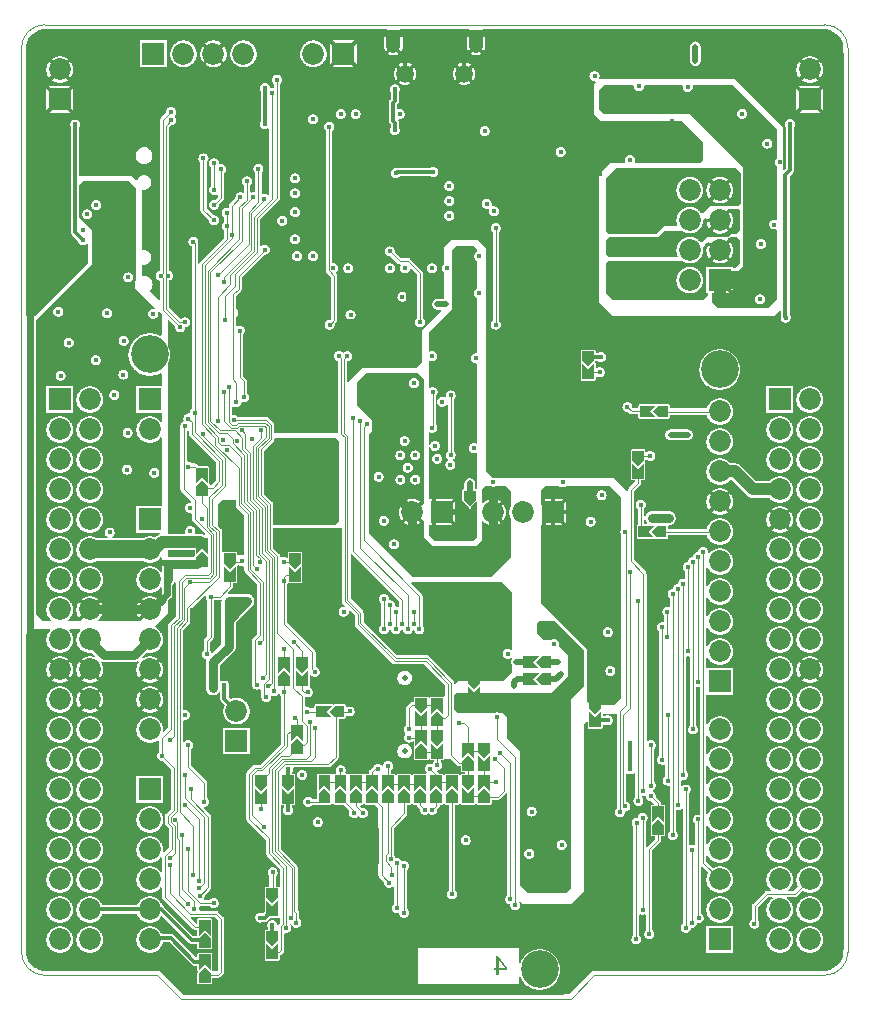
<source format=gbl>
G04*
G04 #@! TF.GenerationSoftware,Altium Limited,Altium Designer,22.10.1 (41)*
G04*
G04 Layer_Physical_Order=4*
G04 Layer_Color=16711680*
%FSLAX43Y43*%
%MOMM*%
G71*
G04*
G04 #@! TF.SameCoordinates,653730E2-FE11-40ED-88C2-BB3E2325E701*
G04*
G04*
G04 #@! TF.FilePolarity,Positive*
G04*
G01*
G75*
%ADD10C,0.120*%
%ADD11C,0.100*%
%ADD71C,0.600*%
%ADD112C,0.300*%
%ADD114C,0.500*%
%ADD115C,1.000*%
%ADD116C,0.800*%
%ADD117C,1.200*%
%ADD119C,0.250*%
%ADD120C,1.500*%
%ADD123C,0.500*%
%ADD124O,1.200X1.900*%
%ADD125C,1.500*%
%ADD126C,1.850*%
%ADD127R,1.850X1.850*%
%ADD128R,1.850X1.850*%
%ADD129C,3.200*%
%ADD130C,0.450*%
%ADD131C,0.254*%
G36*
X68157Y82092D02*
X68464Y82031D01*
X68754Y81911D01*
X69015Y81737D01*
X69237Y81515D01*
X69411Y81254D01*
X69531Y80964D01*
X69592Y80657D01*
X69592Y80500D01*
Y4000D01*
Y3843D01*
X69531Y3536D01*
X69411Y3246D01*
X69240Y2990D01*
X69010Y2760D01*
X68754Y2589D01*
X68464Y2469D01*
X68157Y2408D01*
X68000D01*
X48500Y2408D01*
X48500Y2408D01*
X48344Y2377D01*
X48212Y2288D01*
X48212Y2288D01*
X46331Y408D01*
X13669D01*
X11788Y2288D01*
X11656Y2377D01*
X11500Y2408D01*
X11500Y2408D01*
X2000Y2408D01*
X1843D01*
X1536Y2469D01*
X1246Y2589D01*
X1141Y2659D01*
X659Y3141D01*
X589Y3246D01*
X469Y3536D01*
X408Y3843D01*
X408Y4000D01*
Y30908D01*
X825Y31325D01*
X2403D01*
X2436Y31267D01*
X2444Y31225D01*
X2394Y31171D01*
X2339Y31102D01*
X2290Y31028D01*
X2247Y30951D01*
X2210Y30871D01*
X2179Y30788D01*
X2155Y30703D01*
X2138Y30616D01*
X2128Y30528D01*
X2124Y30440D01*
X2128Y30352D01*
X2138Y30264D01*
X2155Y30177D01*
X2179Y30092D01*
X2210Y30009D01*
X2247Y29929D01*
X2290Y29852D01*
X2339Y29778D01*
X2394Y29709D01*
X2454Y29644D01*
X2519Y29584D01*
X2588Y29529D01*
X2662Y29480D01*
X2739Y29437D01*
X2819Y29400D01*
X2902Y29369D01*
X2987Y29345D01*
X3074Y29328D01*
X3162Y29318D01*
X3250Y29314D01*
X3338Y29318D01*
X3426Y29328D01*
X3513Y29345D01*
X3598Y29369D01*
X3681Y29400D01*
X3761Y29437D01*
X3838Y29480D01*
X3912Y29529D01*
X3981Y29584D01*
X4046Y29644D01*
X4106Y29709D01*
X4161Y29778D01*
X4210Y29852D01*
X4253Y29929D01*
X4290Y30009D01*
X4321Y30092D01*
X4345Y30177D01*
X4362Y30264D01*
X4372Y30352D01*
X4376Y30440D01*
X4372Y30528D01*
X4362Y30616D01*
X4345Y30703D01*
X4321Y30788D01*
X4290Y30871D01*
X4253Y30951D01*
X4210Y31028D01*
X4161Y31102D01*
X4106Y31171D01*
X4056Y31225D01*
X4064Y31267D01*
X4097Y31325D01*
X4943D01*
X4976Y31267D01*
X4984Y31225D01*
X4934Y31171D01*
X4879Y31102D01*
X4830Y31028D01*
X4787Y30951D01*
X4750Y30871D01*
X4719Y30788D01*
X4695Y30703D01*
X4678Y30616D01*
X4668Y30528D01*
X4664Y30440D01*
X4668Y30352D01*
X4678Y30264D01*
X4695Y30177D01*
X4719Y30092D01*
X4750Y30009D01*
X4787Y29929D01*
X4830Y29852D01*
X4879Y29778D01*
X4934Y29709D01*
X4994Y29644D01*
X5059Y29584D01*
X5128Y29529D01*
X5202Y29480D01*
X5279Y29437D01*
X5359Y29400D01*
X5442Y29369D01*
X5527Y29345D01*
X5614Y29328D01*
X5702Y29318D01*
X5790Y29314D01*
X5878Y29318D01*
X5949Y29326D01*
X6233Y29042D01*
X6178Y28956D01*
X6138Y28971D01*
X6053Y28995D01*
X5966Y29012D01*
X5878Y29022D01*
X5790Y29026D01*
X5702Y29022D01*
X5614Y29012D01*
X5527Y28995D01*
X5442Y28971D01*
X5359Y28940D01*
X5279Y28903D01*
X5202Y28860D01*
X5128Y28811D01*
X5108Y28795D01*
X5896Y28006D01*
X6685Y27218D01*
X6701Y27238D01*
X6750Y27312D01*
X6793Y27389D01*
X6830Y27469D01*
X6861Y27552D01*
X6885Y27637D01*
X6902Y27724D01*
X6912Y27812D01*
X6916Y27900D01*
X6912Y27988D01*
X6902Y28076D01*
X6885Y28163D01*
X6861Y28248D01*
X6830Y28331D01*
X6793Y28411D01*
X6763Y28466D01*
X6778Y28502D01*
X6792Y28521D01*
X6829Y28550D01*
X6866Y28539D01*
X6933Y28528D01*
X7000Y28524D01*
X9555D01*
X9622Y28528D01*
X9689Y28539D01*
X9753Y28558D01*
X9816Y28584D01*
X9875Y28616D01*
X9876Y28617D01*
X9949Y28546D01*
X9910Y28488D01*
X9867Y28411D01*
X9830Y28331D01*
X9799Y28248D01*
X9775Y28163D01*
X9758Y28076D01*
X9748Y27988D01*
X9744Y27900D01*
X9748Y27812D01*
X9758Y27724D01*
X9775Y27637D01*
X9799Y27552D01*
X9830Y27469D01*
X9867Y27389D01*
X9910Y27312D01*
X9959Y27238D01*
X9975Y27218D01*
X10764Y28006D01*
X11552Y28795D01*
X11532Y28811D01*
X11458Y28860D01*
X11381Y28903D01*
X11301Y28940D01*
X11218Y28971D01*
X11133Y28995D01*
X11046Y29012D01*
X10958Y29022D01*
X10870Y29026D01*
X10782Y29022D01*
X10694Y29012D01*
X10607Y28995D01*
X10522Y28971D01*
X10439Y28940D01*
X10359Y28903D01*
X10282Y28860D01*
X10280Y28859D01*
X10217Y28937D01*
X10622Y29342D01*
X10694Y29328D01*
X10782Y29318D01*
X10870Y29314D01*
X10958Y29318D01*
X11046Y29328D01*
X11133Y29345D01*
X11218Y29369D01*
X11301Y29400D01*
X11381Y29437D01*
X11458Y29480D01*
X11532Y29529D01*
X11601Y29584D01*
X11666Y29644D01*
X11726Y29709D01*
X11781Y29778D01*
X11830Y29852D01*
X11873Y29929D01*
X11910Y30009D01*
X11941Y30092D01*
X11965Y30177D01*
X11982Y30264D01*
X11992Y30352D01*
X11996Y30440D01*
X11992Y30528D01*
X11982Y30616D01*
X11965Y30703D01*
X11941Y30788D01*
X11910Y30871D01*
X11873Y30951D01*
X11830Y31028D01*
X11781Y31102D01*
X11726Y31171D01*
X11666Y31236D01*
X11601Y31296D01*
X11532Y31351D01*
X11458Y31400D01*
X11381Y31443D01*
X11362Y31562D01*
X12400Y32600D01*
Y33584D01*
X12416Y33614D01*
X12442Y33676D01*
X12461Y33741D01*
X12463Y33755D01*
X12654Y33945D01*
X12692Y33987D01*
X12724Y34033D01*
X12751Y34082D01*
X12773Y34134D01*
X12788Y34188D01*
X12798Y34244D01*
X12801Y34300D01*
Y35088D01*
X12825Y35105D01*
X12875Y35150D01*
X12920Y35200D01*
X12959Y35255D01*
X12964Y35265D01*
X13064Y35239D01*
Y32376D01*
X12526Y31838D01*
X12499Y31807D01*
X12478Y31772D01*
X12462Y31734D01*
X12452Y31694D01*
X12449Y31653D01*
Y22993D01*
X12080Y22624D01*
X12051Y22630D01*
X11985Y22670D01*
X11992Y22732D01*
X11996Y22820D01*
X11992Y22908D01*
X11982Y22996D01*
X11965Y23083D01*
X11941Y23168D01*
X11910Y23251D01*
X11873Y23331D01*
X11830Y23408D01*
X11781Y23482D01*
X11726Y23551D01*
X11666Y23616D01*
X11601Y23676D01*
X11532Y23731D01*
X11458Y23780D01*
X11381Y23823D01*
X11301Y23860D01*
X11218Y23891D01*
X11133Y23915D01*
X11046Y23932D01*
X10958Y23942D01*
X10870Y23946D01*
X10782Y23942D01*
X10694Y23932D01*
X10607Y23915D01*
X10522Y23891D01*
X10439Y23860D01*
X10359Y23823D01*
X10282Y23780D01*
X10208Y23731D01*
X10139Y23676D01*
X10074Y23616D01*
X10014Y23551D01*
X9959Y23482D01*
X9910Y23408D01*
X9867Y23331D01*
X9830Y23251D01*
X9799Y23168D01*
X9775Y23083D01*
X9758Y22996D01*
X9748Y22908D01*
X9744Y22820D01*
X9748Y22732D01*
X9758Y22644D01*
X9775Y22557D01*
X9799Y22472D01*
X9830Y22389D01*
X9867Y22309D01*
X9910Y22232D01*
X9959Y22158D01*
X10014Y22089D01*
X10074Y22024D01*
X10139Y21964D01*
X10208Y21909D01*
X10282Y21860D01*
X10359Y21817D01*
X10439Y21780D01*
X10522Y21749D01*
X10607Y21725D01*
X10694Y21708D01*
X10782Y21698D01*
X10870Y21694D01*
X10958Y21698D01*
X11046Y21708D01*
X11133Y21725D01*
X11218Y21749D01*
X11301Y21780D01*
X11381Y21817D01*
X11458Y21860D01*
X11532Y21909D01*
X11564Y21935D01*
X11664Y21887D01*
Y20937D01*
X11624Y20901D01*
X11587Y20859D01*
X11556Y20813D01*
X11532Y20763D01*
X11514Y20710D01*
X11503Y20656D01*
X11499Y20600D01*
X11503Y20544D01*
X11514Y20490D01*
X11532Y20437D01*
X11556Y20387D01*
X11587Y20341D01*
X11624Y20299D01*
X11666Y20262D01*
X11712Y20231D01*
X11762Y20207D01*
X11815Y20189D01*
X11869Y20178D01*
X11925Y20174D01*
X11979Y20178D01*
X12689Y19467D01*
Y16122D01*
X12221Y15654D01*
X12194Y15623D01*
X12173Y15588D01*
X12157Y15550D01*
X12147Y15510D01*
X12144Y15469D01*
Y14908D01*
X12147Y14867D01*
X12157Y14827D01*
X12173Y14789D01*
X12194Y14755D01*
X12221Y14723D01*
X12479Y14465D01*
Y12848D01*
X12094Y12463D01*
X11992Y12484D01*
X11983Y12493D01*
X11992Y12572D01*
X11996Y12660D01*
X11992Y12748D01*
X11982Y12836D01*
X11965Y12923D01*
X11941Y13008D01*
X11910Y13091D01*
X11873Y13171D01*
X11830Y13248D01*
X11781Y13322D01*
X11726Y13391D01*
X11666Y13456D01*
X11601Y13516D01*
X11532Y13571D01*
X11458Y13620D01*
X11381Y13663D01*
X11301Y13700D01*
X11218Y13731D01*
X11133Y13755D01*
X11046Y13772D01*
X10958Y13782D01*
X10870Y13786D01*
X10782Y13782D01*
X10694Y13772D01*
X10607Y13755D01*
X10522Y13731D01*
X10439Y13700D01*
X10359Y13663D01*
X10282Y13620D01*
X10208Y13571D01*
X10139Y13516D01*
X10074Y13456D01*
X10014Y13391D01*
X9959Y13322D01*
X9910Y13248D01*
X9867Y13171D01*
X9830Y13091D01*
X9799Y13008D01*
X9775Y12923D01*
X9758Y12836D01*
X9748Y12748D01*
X9744Y12660D01*
X9748Y12572D01*
X9758Y12484D01*
X9775Y12397D01*
X9799Y12312D01*
X9830Y12229D01*
X9867Y12149D01*
X9910Y12072D01*
X9959Y11998D01*
X10014Y11929D01*
X10074Y11864D01*
X10139Y11804D01*
X10208Y11749D01*
X10282Y11700D01*
X10359Y11657D01*
X10439Y11620D01*
X10522Y11589D01*
X10607Y11565D01*
X10694Y11548D01*
X10782Y11538D01*
X10870Y11534D01*
X10958Y11538D01*
X11046Y11548D01*
X11133Y11565D01*
X11218Y11589D01*
X11301Y11620D01*
X11381Y11657D01*
X11458Y11700D01*
X11532Y11749D01*
X11601Y11804D01*
X11666Y11864D01*
X11726Y11929D01*
X11781Y11998D01*
X11789Y12011D01*
X11889Y11980D01*
Y10800D01*
X11789Y10769D01*
X11781Y10782D01*
X11726Y10851D01*
X11666Y10916D01*
X11601Y10976D01*
X11532Y11031D01*
X11458Y11080D01*
X11381Y11123D01*
X11301Y11160D01*
X11218Y11191D01*
X11133Y11215D01*
X11046Y11232D01*
X10958Y11242D01*
X10870Y11246D01*
X10782Y11242D01*
X10694Y11232D01*
X10607Y11215D01*
X10522Y11191D01*
X10439Y11160D01*
X10359Y11123D01*
X10282Y11080D01*
X10208Y11031D01*
X10139Y10976D01*
X10074Y10916D01*
X10014Y10851D01*
X9959Y10782D01*
X9910Y10708D01*
X9867Y10631D01*
X9830Y10551D01*
X9799Y10468D01*
X9775Y10383D01*
X9758Y10296D01*
X9748Y10208D01*
X9744Y10120D01*
X9748Y10032D01*
X9758Y9944D01*
X9775Y9857D01*
X9799Y9772D01*
X9830Y9689D01*
X9867Y9609D01*
X9910Y9532D01*
X9959Y9458D01*
X10014Y9389D01*
X10074Y9324D01*
X10139Y9264D01*
X10208Y9209D01*
X10282Y9160D01*
X10359Y9117D01*
X10439Y9080D01*
X10522Y9049D01*
X10607Y9025D01*
X10694Y9008D01*
X10782Y8998D01*
X10870Y8994D01*
X10958Y8998D01*
X11046Y9008D01*
X11133Y9025D01*
X11218Y9049D01*
X11301Y9080D01*
X11381Y9117D01*
X11458Y9160D01*
X11532Y9209D01*
X11601Y9264D01*
X11666Y9324D01*
X11726Y9389D01*
X11781Y9458D01*
X11789Y9471D01*
X11889Y9440D01*
Y8675D01*
X11892Y8634D01*
X11902Y8594D01*
X11918Y8557D01*
X11939Y8522D01*
X11966Y8491D01*
X14516Y5941D01*
X14547Y5914D01*
X14582Y5893D01*
X14619Y5877D01*
X14659Y5867D01*
X14700Y5864D01*
X14904D01*
Y5376D01*
X14570D01*
X12118Y7828D01*
X12084Y7858D01*
X12045Y7884D01*
X12004Y7904D01*
X11961Y7919D01*
X11942Y7922D01*
X11941Y7928D01*
X11910Y8011D01*
X11873Y8091D01*
X11830Y8168D01*
X11781Y8242D01*
X11726Y8311D01*
X11666Y8376D01*
X11601Y8436D01*
X11532Y8491D01*
X11458Y8540D01*
X11381Y8583D01*
X11301Y8620D01*
X11218Y8651D01*
X11133Y8675D01*
X11046Y8692D01*
X10958Y8702D01*
X10870Y8706D01*
X10782Y8702D01*
X10694Y8692D01*
X10607Y8675D01*
X10522Y8651D01*
X10439Y8620D01*
X10359Y8583D01*
X10282Y8540D01*
X10208Y8491D01*
X10139Y8436D01*
X10074Y8376D01*
X10014Y8311D01*
X9959Y8242D01*
X9910Y8168D01*
X9867Y8091D01*
X9830Y8011D01*
X9800Y7931D01*
X7751D01*
X7716Y7938D01*
X7670Y7941D01*
X6856D01*
X6830Y8011D01*
X6793Y8091D01*
X6750Y8168D01*
X6701Y8242D01*
X6646Y8311D01*
X6586Y8376D01*
X6521Y8436D01*
X6452Y8491D01*
X6378Y8540D01*
X6301Y8583D01*
X6221Y8620D01*
X6138Y8651D01*
X6053Y8675D01*
X5966Y8692D01*
X5878Y8702D01*
X5790Y8706D01*
X5702Y8702D01*
X5614Y8692D01*
X5527Y8675D01*
X5442Y8651D01*
X5359Y8620D01*
X5279Y8583D01*
X5202Y8540D01*
X5128Y8491D01*
X5059Y8436D01*
X4994Y8376D01*
X4934Y8311D01*
X4879Y8242D01*
X4830Y8168D01*
X4787Y8091D01*
X4750Y8011D01*
X4719Y7928D01*
X4695Y7843D01*
X4678Y7756D01*
X4668Y7668D01*
X4664Y7580D01*
X4668Y7492D01*
X4678Y7404D01*
X4695Y7317D01*
X4719Y7232D01*
X4750Y7149D01*
X4787Y7069D01*
X4830Y6992D01*
X4879Y6918D01*
X4934Y6849D01*
X4994Y6784D01*
X5059Y6724D01*
X5128Y6669D01*
X5202Y6620D01*
X5279Y6577D01*
X5359Y6540D01*
X5442Y6509D01*
X5527Y6485D01*
X5614Y6468D01*
X5702Y6458D01*
X5790Y6454D01*
X5878Y6458D01*
X5966Y6468D01*
X6053Y6485D01*
X6138Y6509D01*
X6221Y6540D01*
X6301Y6577D01*
X6378Y6620D01*
X6452Y6669D01*
X6521Y6724D01*
X6586Y6784D01*
X6646Y6849D01*
X6701Y6918D01*
X6750Y6992D01*
X6793Y7069D01*
X6830Y7149D01*
X6861Y7232D01*
X6863Y7239D01*
X7599D01*
X7634Y7232D01*
X7680Y7229D01*
X9800D01*
X9830Y7149D01*
X9867Y7069D01*
X9910Y6992D01*
X9959Y6918D01*
X10014Y6849D01*
X10074Y6784D01*
X10139Y6724D01*
X10208Y6669D01*
X10282Y6620D01*
X10359Y6577D01*
X10439Y6540D01*
X10522Y6509D01*
X10607Y6485D01*
X10694Y6468D01*
X10782Y6458D01*
X10870Y6454D01*
X10958Y6458D01*
X11046Y6468D01*
X11133Y6485D01*
X11218Y6509D01*
X11301Y6540D01*
X11381Y6577D01*
X11458Y6620D01*
X11532Y6669D01*
X11601Y6724D01*
X11666Y6784D01*
X11726Y6849D01*
X11781Y6918D01*
X11826Y6986D01*
X11832Y6992D01*
X11951Y7003D01*
X14177Y4777D01*
X14211Y4747D01*
X14250Y4721D01*
X14291Y4701D01*
X14334Y4686D01*
X14379Y4677D01*
X14425Y4674D01*
X14904D01*
Y4325D01*
X14907Y4301D01*
X14914Y4279D01*
X14925Y4258D01*
X14940Y4240D01*
X14958Y4225D01*
X14979Y4214D01*
X15001Y4207D01*
X15025Y4204D01*
X16025D01*
X16049Y4207D01*
X16071Y4214D01*
X16092Y4225D01*
X16110Y4240D01*
X16125Y4258D01*
X16136Y4279D01*
X16143Y4301D01*
X16146Y4325D01*
Y5125D01*
X16143Y5149D01*
X16136Y5171D01*
X16125Y5192D01*
X16110Y5229D01*
X16110Y5290D01*
X16125Y5308D01*
X16136Y5329D01*
X16143Y5351D01*
X16146Y5375D01*
Y6725D01*
X16143Y6749D01*
X16136Y6771D01*
X16125Y6792D01*
X16110Y6810D01*
X16092Y6825D01*
X16071Y6836D01*
X16049Y6843D01*
X16025Y6846D01*
X15025D01*
X15001Y6843D01*
X14979Y6836D01*
X14958Y6825D01*
X14940Y6810D01*
X14925Y6792D01*
X14914Y6771D01*
X14907Y6749D01*
X14904Y6725D01*
Y6395D01*
X14804Y6389D01*
X14330Y6864D01*
X14371Y6964D01*
X16392D01*
X16664Y6692D01*
Y2433D01*
X16567Y2336D01*
X16225D01*
X16215Y2341D01*
X16199Y2354D01*
X16146Y2425D01*
Y3775D01*
X16143Y3799D01*
X16136Y3821D01*
X16125Y3842D01*
X16110Y3860D01*
X16092Y3875D01*
X16071Y3886D01*
X16049Y3893D01*
X16025Y3896D01*
X15025D01*
X15001Y3893D01*
X14979Y3886D01*
X14958Y3875D01*
X14940Y3860D01*
X14925Y3842D01*
X14914Y3821D01*
X14907Y3799D01*
X14904Y3775D01*
Y3528D01*
X14804Y3527D01*
X12943Y5388D01*
X12909Y5418D01*
X12870Y5444D01*
X12829Y5464D01*
X12786Y5479D01*
X12741Y5488D01*
X12695Y5491D01*
X11901D01*
X11873Y5551D01*
X11830Y5628D01*
X11781Y5702D01*
X11726Y5771D01*
X11666Y5836D01*
X11601Y5896D01*
X11532Y5951D01*
X11458Y6000D01*
X11381Y6043D01*
X11301Y6080D01*
X11218Y6111D01*
X11133Y6135D01*
X11046Y6152D01*
X10958Y6162D01*
X10870Y6166D01*
X10782Y6162D01*
X10694Y6152D01*
X10607Y6135D01*
X10522Y6111D01*
X10439Y6080D01*
X10359Y6043D01*
X10282Y6000D01*
X10208Y5951D01*
X10139Y5896D01*
X10074Y5836D01*
X10014Y5771D01*
X9959Y5702D01*
X9910Y5628D01*
X9867Y5551D01*
X9830Y5471D01*
X9799Y5388D01*
X9775Y5303D01*
X9758Y5216D01*
X9748Y5128D01*
X9744Y5040D01*
X9748Y4952D01*
X9758Y4864D01*
X9775Y4777D01*
X9799Y4692D01*
X9830Y4609D01*
X9867Y4529D01*
X9910Y4452D01*
X9959Y4378D01*
X10014Y4309D01*
X10074Y4244D01*
X10139Y4184D01*
X10208Y4129D01*
X10282Y4080D01*
X10359Y4037D01*
X10439Y4000D01*
X10522Y3969D01*
X10607Y3945D01*
X10694Y3928D01*
X10782Y3918D01*
X10870Y3914D01*
X10958Y3918D01*
X11046Y3928D01*
X11133Y3945D01*
X11218Y3969D01*
X11301Y4000D01*
X11381Y4037D01*
X11458Y4080D01*
X11532Y4129D01*
X11601Y4184D01*
X11666Y4244D01*
X11726Y4309D01*
X11781Y4378D01*
X11830Y4452D01*
X11873Y4529D01*
X11910Y4609D01*
X11941Y4692D01*
X11965Y4777D01*
X11967Y4789D01*
X12550D01*
X14412Y2927D01*
X14446Y2897D01*
X14485Y2871D01*
X14526Y2851D01*
X14569Y2836D01*
X14614Y2827D01*
X14660Y2824D01*
X14904D01*
Y2425D01*
X14907Y2401D01*
X14914Y2379D01*
X14925Y2358D01*
X14940Y2340D01*
X14925Y2242D01*
X14914Y2221D01*
X14907Y2199D01*
X14904Y2175D01*
Y1375D01*
X14907Y1351D01*
X14914Y1329D01*
X14925Y1308D01*
X14940Y1290D01*
X14958Y1275D01*
X14979Y1264D01*
X15001Y1257D01*
X15025Y1254D01*
X16025D01*
X16049Y1257D01*
X16071Y1264D01*
X16092Y1275D01*
X16110Y1290D01*
X16125Y1308D01*
X16136Y1329D01*
X16143Y1351D01*
X16146Y1375D01*
Y1814D01*
X16675D01*
X16716Y1817D01*
X16756Y1827D01*
X16793Y1843D01*
X16828Y1864D01*
X16859Y1891D01*
X17109Y2141D01*
X17136Y2172D01*
X17157Y2207D01*
X17173Y2244D01*
X17183Y2284D01*
X17186Y2325D01*
Y6800D01*
X17183Y6841D01*
X17173Y6881D01*
X17157Y6918D01*
X17136Y6953D01*
X17109Y6984D01*
X16684Y7409D01*
X16653Y7436D01*
X16618Y7457D01*
X16581Y7473D01*
X16541Y7483D01*
X16500Y7486D01*
X15149D01*
X15128Y7499D01*
X15071Y7586D01*
X15073Y7595D01*
X15077Y7650D01*
X15073Y7706D01*
X15062Y7761D01*
X15056Y7778D01*
X15095Y7840D01*
X15105Y7850D01*
X15130Y7866D01*
X15152Y7864D01*
X15963D01*
X15999Y7824D01*
X16041Y7787D01*
X16087Y7756D01*
X16137Y7732D01*
X16190Y7714D01*
X16244Y7703D01*
X16300Y7699D01*
X16356Y7703D01*
X16410Y7714D01*
X16463Y7732D01*
X16513Y7756D01*
X16559Y7787D01*
X16601Y7824D01*
X16638Y7866D01*
X16669Y7912D01*
X16693Y7962D01*
X16711Y8015D01*
X16722Y8069D01*
X16726Y8125D01*
X16722Y8181D01*
X16711Y8235D01*
X16693Y8288D01*
X16669Y8338D01*
X16638Y8384D01*
X16601Y8426D01*
X16559Y8463D01*
X16513Y8494D01*
X16463Y8518D01*
X16410Y8536D01*
X16356Y8547D01*
X16300Y8551D01*
X16244Y8547D01*
X16190Y8536D01*
X16137Y8518D01*
X16087Y8494D01*
X16041Y8463D01*
X15999Y8426D01*
X15963Y8386D01*
X15479D01*
X15434Y8486D01*
X15438Y8491D01*
X15469Y8537D01*
X15493Y8587D01*
X15511Y8640D01*
X15522Y8694D01*
X15526Y8750D01*
X15522Y8804D01*
X15984Y9266D01*
X16011Y9297D01*
X16032Y9332D01*
X16048Y9369D01*
X16058Y9409D01*
X16061Y9450D01*
Y15439D01*
X16058Y15480D01*
X16048Y15520D01*
X16032Y15558D01*
X16011Y15593D01*
X15984Y15624D01*
X15432Y16177D01*
X15474Y16273D01*
X15476Y16274D01*
X15531Y16278D01*
X15585Y16289D01*
X15638Y16307D01*
X15688Y16331D01*
X15734Y16362D01*
X15776Y16399D01*
X15813Y16441D01*
X15844Y16487D01*
X15868Y16537D01*
X15886Y16590D01*
X15897Y16644D01*
X15901Y16700D01*
X15897Y16756D01*
X15886Y16810D01*
X15868Y16863D01*
X15844Y16913D01*
X15813Y16959D01*
X15776Y17001D01*
X15736Y17037D01*
Y18314D01*
X15733Y18355D01*
X15723Y18395D01*
X15707Y18433D01*
X15686Y18468D01*
X15659Y18499D01*
X14386Y19772D01*
Y21163D01*
X14426Y21199D01*
X14463Y21241D01*
X14494Y21287D01*
X14518Y21337D01*
X14536Y21390D01*
X14547Y21444D01*
X14551Y21500D01*
X14547Y21556D01*
X14536Y21610D01*
X14518Y21663D01*
X14494Y21713D01*
X14463Y21759D01*
X14426Y21801D01*
X14384Y21838D01*
X14338Y21869D01*
X14288Y21893D01*
X14235Y21911D01*
X14181Y21922D01*
X14125Y21926D01*
X14069Y21922D01*
X14015Y21911D01*
X13962Y21893D01*
X13912Y21869D01*
X13866Y21838D01*
X13824Y21801D01*
X13791Y21764D01*
X13778Y21763D01*
X13691Y21799D01*
Y23560D01*
X13791Y23628D01*
X13794Y23628D01*
X13850Y23624D01*
X13906Y23628D01*
X13960Y23639D01*
X14013Y23657D01*
X14063Y23681D01*
X14109Y23712D01*
X14151Y23749D01*
X14188Y23791D01*
X14219Y23837D01*
X14243Y23887D01*
X14261Y23940D01*
X14272Y23994D01*
X14276Y24050D01*
X14272Y24106D01*
X14261Y24160D01*
X14243Y24213D01*
X14219Y24263D01*
X14188Y24309D01*
X14151Y24351D01*
X14109Y24388D01*
X14063Y24419D01*
X14013Y24443D01*
X13960Y24461D01*
X13906Y24472D01*
X13850Y24476D01*
X13794Y24472D01*
X13791Y24472D01*
X13691Y24540D01*
Y31247D01*
X14229Y31786D01*
X14256Y31817D01*
X14277Y31852D01*
X14293Y31889D01*
X14303Y31929D01*
X14306Y31970D01*
Y32960D01*
X15507Y34161D01*
X15566Y34142D01*
X15602Y34114D01*
X15599Y34075D01*
X15603Y34019D01*
X15614Y33965D01*
X15632Y33912D01*
X15656Y33862D01*
X15687Y33816D01*
X15724Y33774D01*
X15764Y33738D01*
Y30733D01*
X15516Y30484D01*
X15489Y30453D01*
X15468Y30418D01*
X15452Y30381D01*
X15442Y30341D01*
X15439Y30300D01*
Y29537D01*
X15399Y29501D01*
X15362Y29459D01*
X15331Y29413D01*
X15307Y29363D01*
X15289Y29310D01*
X15278Y29256D01*
X15274Y29200D01*
X15278Y29144D01*
X15289Y29090D01*
X15307Y29037D01*
X15331Y28987D01*
X15362Y28941D01*
X15399Y28899D01*
X15441Y28862D01*
X15487Y28831D01*
X15537Y28807D01*
X15590Y28789D01*
X15610Y28785D01*
X15661Y28724D01*
X15676Y28675D01*
X15664Y28634D01*
X15653Y28567D01*
X15649Y28500D01*
Y27250D01*
Y26300D01*
X15653Y26233D01*
X15664Y26166D01*
X15683Y26102D01*
X15709Y26039D01*
X15741Y25980D01*
X15780Y25925D01*
X15825Y25875D01*
X15875Y25830D01*
X15930Y25791D01*
X15989Y25759D01*
X16052Y25733D01*
X16116Y25714D01*
X16183Y25703D01*
X16250Y25699D01*
X16317Y25703D01*
X16384Y25714D01*
X16448Y25733D01*
X16511Y25759D01*
X16570Y25791D01*
X16625Y25830D01*
X16675Y25875D01*
X16720Y25925D01*
X16749Y25967D01*
X16792Y25964D01*
X16849Y25937D01*
Y25410D01*
X16852Y25364D01*
X16861Y25319D01*
X16876Y25276D01*
X16896Y25235D01*
X16922Y25196D01*
X16952Y25162D01*
X17216Y24898D01*
X17180Y24821D01*
X17149Y24738D01*
X17125Y24653D01*
X17108Y24566D01*
X17098Y24478D01*
X17094Y24390D01*
X17098Y24302D01*
X17108Y24214D01*
X17125Y24127D01*
X17149Y24042D01*
X17180Y23959D01*
X17217Y23879D01*
X17260Y23802D01*
X17309Y23728D01*
X17364Y23659D01*
X17424Y23594D01*
X17489Y23534D01*
X17558Y23479D01*
X17632Y23430D01*
X17709Y23387D01*
X17789Y23350D01*
X17872Y23319D01*
X17957Y23295D01*
X18044Y23278D01*
X18132Y23268D01*
X18220Y23264D01*
X18308Y23268D01*
X18396Y23278D01*
X18483Y23295D01*
X18568Y23319D01*
X18651Y23350D01*
X18731Y23387D01*
X18808Y23430D01*
X18882Y23479D01*
X18951Y23534D01*
X19016Y23594D01*
X19076Y23659D01*
X19131Y23728D01*
X19180Y23802D01*
X19223Y23879D01*
X19260Y23959D01*
X19291Y24042D01*
X19315Y24127D01*
X19332Y24214D01*
X19342Y24302D01*
X19346Y24390D01*
X19342Y24478D01*
X19332Y24566D01*
X19315Y24653D01*
X19291Y24738D01*
X19260Y24821D01*
X19223Y24901D01*
X19180Y24978D01*
X19131Y25052D01*
X19076Y25121D01*
X19016Y25186D01*
X18951Y25246D01*
X18882Y25301D01*
X18808Y25350D01*
X18731Y25393D01*
X18651Y25430D01*
X18568Y25461D01*
X18483Y25485D01*
X18396Y25502D01*
X18308Y25512D01*
X18220Y25516D01*
X18132Y25512D01*
X18044Y25502D01*
X17957Y25485D01*
X17872Y25461D01*
X17789Y25430D01*
X17712Y25394D01*
X17551Y25555D01*
Y26310D01*
X17569Y26337D01*
X17593Y26387D01*
X17611Y26440D01*
X17622Y26494D01*
X17626Y26550D01*
X17622Y26606D01*
X17611Y26660D01*
X17593Y26713D01*
X17569Y26763D01*
X17538Y26809D01*
X17501Y26851D01*
X17459Y26888D01*
X17413Y26919D01*
X17363Y26943D01*
X17310Y26961D01*
X17256Y26972D01*
X17200Y26976D01*
X17144Y26972D01*
X17090Y26961D01*
X17037Y26943D01*
X16987Y26919D01*
X16951Y26895D01*
X16914Y26904D01*
X16851Y26942D01*
Y28251D01*
X17975Y29375D01*
X18020Y29425D01*
X18059Y29480D01*
X18091Y29539D01*
X18117Y29602D01*
X18136Y29666D01*
X18147Y29733D01*
X18151Y29800D01*
Y31876D01*
X19550Y33275D01*
X19595Y33325D01*
X19634Y33380D01*
X19666Y33439D01*
X19692Y33502D01*
X19711Y33566D01*
X19722Y33633D01*
X19726Y33700D01*
X19722Y33767D01*
X19711Y33834D01*
X19692Y33898D01*
X19666Y33961D01*
X19634Y34020D01*
X19595Y34075D01*
X19550Y34125D01*
X19500Y34170D01*
X19445Y34209D01*
X19386Y34241D01*
X19323Y34267D01*
X19259Y34286D01*
X19192Y34297D01*
X19125Y34301D01*
X17550D01*
X17535Y34300D01*
X17492Y34398D01*
X17859Y34766D01*
X17886Y34797D01*
X17907Y34832D01*
X17923Y34869D01*
X17933Y34909D01*
X17936Y34950D01*
Y35204D01*
X18175D01*
X18199Y35207D01*
X18221Y35214D01*
X18242Y35225D01*
X18260Y35240D01*
X18275Y35258D01*
X18286Y35279D01*
X18293Y35301D01*
X18296Y35325D01*
Y36675D01*
X18328Y36718D01*
X18352Y36726D01*
X18441Y36733D01*
X18466Y36712D01*
X18512Y36681D01*
X18562Y36657D01*
X18615Y36639D01*
X18669Y36628D01*
X18725Y36624D01*
X18781Y36628D01*
X18794Y36630D01*
X18877Y36578D01*
X18894Y36553D01*
Y36281D01*
X18897Y36240D01*
X18907Y36200D01*
X18923Y36162D01*
X18944Y36127D01*
X18971Y36096D01*
X19964Y35103D01*
Y30933D01*
X19636Y30604D01*
X19609Y30573D01*
X19588Y30538D01*
X19572Y30501D01*
X19562Y30461D01*
X19559Y30420D01*
Y26793D01*
X19557Y26788D01*
X19539Y26735D01*
X19528Y26681D01*
X19524Y26625D01*
X19528Y26569D01*
X19539Y26515D01*
X19557Y26462D01*
X19581Y26412D01*
X19612Y26366D01*
X19649Y26324D01*
X19691Y26287D01*
X19737Y26256D01*
X19787Y26232D01*
X19840Y26214D01*
X19894Y26203D01*
X19950Y26199D01*
X20006Y26203D01*
X20060Y26214D01*
X20113Y26232D01*
X20163Y26256D01*
X20259Y26200D01*
Y25805D01*
X20262Y25764D01*
X20272Y25724D01*
X20288Y25687D01*
X20309Y25652D01*
X20328Y25630D01*
X20324Y25575D01*
X20328Y25519D01*
X20339Y25465D01*
X20357Y25412D01*
X20381Y25362D01*
X20412Y25316D01*
X20449Y25274D01*
X20491Y25237D01*
X20537Y25206D01*
X20587Y25182D01*
X20640Y25164D01*
X20694Y25153D01*
X20750Y25149D01*
X20806Y25153D01*
X20860Y25164D01*
X20913Y25182D01*
X20963Y25206D01*
X21009Y25237D01*
X21051Y25274D01*
X21088Y25316D01*
X21119Y25362D01*
X21143Y25412D01*
X21161Y25465D01*
X21172Y25519D01*
X21176Y25575D01*
X21173Y25614D01*
X21211Y25652D01*
X21262Y25682D01*
X21315Y25664D01*
X21369Y25653D01*
X21425Y25649D01*
X21481Y25653D01*
X21535Y25664D01*
X21588Y25682D01*
X21638Y25706D01*
X21684Y25737D01*
X21726Y25774D01*
X21750Y25801D01*
X21806Y25807D01*
X21868Y25794D01*
X21887Y25766D01*
X21924Y25724D01*
X21964Y25688D01*
Y21605D01*
X20210Y19851D01*
X19826D01*
X19785Y19848D01*
X19745Y19838D01*
X19707Y19822D01*
X19672Y19801D01*
X19641Y19774D01*
X19126Y19259D01*
X19099Y19228D01*
X19078Y19193D01*
X19062Y19155D01*
X19052Y19115D01*
X19049Y19074D01*
Y15262D01*
X19052Y15221D01*
X19062Y15182D01*
X19078Y15144D01*
X19099Y15109D01*
X19126Y15078D01*
X20719Y13484D01*
Y12331D01*
X20722Y12290D01*
X20732Y12250D01*
X20748Y12212D01*
X20769Y12177D01*
X20796Y12146D01*
X21924Y11018D01*
Y9535D01*
X21868Y9503D01*
X21824Y9494D01*
X21817Y9500D01*
X21796Y9511D01*
X21774Y9518D01*
X21750Y9521D01*
X21536D01*
Y10388D01*
X21576Y10424D01*
X21613Y10466D01*
X21644Y10512D01*
X21668Y10562D01*
X21686Y10615D01*
X21697Y10669D01*
X21701Y10725D01*
X21697Y10781D01*
X21686Y10835D01*
X21668Y10888D01*
X21644Y10938D01*
X21613Y10984D01*
X21576Y11026D01*
X21534Y11063D01*
X21488Y11094D01*
X21438Y11118D01*
X21385Y11136D01*
X21331Y11147D01*
X21275Y11151D01*
X21219Y11147D01*
X21165Y11136D01*
X21112Y11118D01*
X21062Y11094D01*
X21016Y11063D01*
X20974Y11026D01*
X20937Y10984D01*
X20906Y10938D01*
X20882Y10888D01*
X20864Y10835D01*
X20853Y10781D01*
X20849Y10725D01*
X20853Y10669D01*
X20864Y10615D01*
X20882Y10562D01*
X20906Y10512D01*
X20937Y10466D01*
X20974Y10424D01*
X21014Y10388D01*
Y9521D01*
X20750D01*
X20726Y9518D01*
X20704Y9511D01*
X20683Y9500D01*
X20665Y9485D01*
X20650Y9467D01*
X20639Y9446D01*
X20632Y9424D01*
X20629Y9400D01*
Y8600D01*
X20632Y8576D01*
X20639Y8554D01*
X20650Y8533D01*
X20665Y8496D01*
X20665Y8435D01*
X20650Y8417D01*
X20639Y8396D01*
X20632Y8374D01*
X20629Y8350D01*
Y7375D01*
X20505Y7251D01*
X20465D01*
X20438Y7269D01*
X20388Y7293D01*
X20335Y7311D01*
X20281Y7322D01*
X20225Y7326D01*
X20169Y7322D01*
X20115Y7311D01*
X20062Y7293D01*
X20012Y7269D01*
X19966Y7238D01*
X19924Y7201D01*
X19887Y7159D01*
X19856Y7113D01*
X19832Y7063D01*
X19814Y7010D01*
X19803Y6956D01*
X19799Y6900D01*
X19803Y6844D01*
X19814Y6790D01*
X19832Y6737D01*
X19856Y6687D01*
X19887Y6641D01*
X19924Y6599D01*
X19966Y6562D01*
X20012Y6531D01*
X20062Y6507D01*
X20115Y6489D01*
X20169Y6478D01*
X20225Y6474D01*
X20281Y6478D01*
X20335Y6489D01*
X20388Y6507D01*
X20438Y6531D01*
X20465Y6549D01*
X20650D01*
X20696Y6552D01*
X20741Y6561D01*
X20784Y6576D01*
X20825Y6596D01*
X20864Y6622D01*
X20898Y6652D01*
X21125Y6879D01*
X21750D01*
X21774Y6882D01*
X21796Y6889D01*
X21817Y6900D01*
X21824Y6906D01*
X21868Y6897D01*
X21924Y6865D01*
Y6466D01*
X21836Y6377D01*
X21809Y6346D01*
X21788Y6311D01*
X21772Y6273D01*
X21673Y6291D01*
X21672Y6306D01*
X21661Y6360D01*
X21643Y6413D01*
X21619Y6463D01*
X21588Y6509D01*
X21551Y6551D01*
X21509Y6588D01*
X21463Y6619D01*
X21413Y6643D01*
X21360Y6661D01*
X21306Y6672D01*
X21250Y6676D01*
X21194Y6672D01*
X21140Y6661D01*
X21087Y6643D01*
X21037Y6619D01*
X20991Y6588D01*
X20949Y6551D01*
X20912Y6509D01*
X20881Y6463D01*
X20857Y6413D01*
X20839Y6360D01*
X20828Y6306D01*
X20824Y6250D01*
X20828Y6194D01*
X20839Y6140D01*
X20857Y6087D01*
X20881Y6037D01*
X20899Y6010D01*
Y5871D01*
X20750D01*
X20726Y5868D01*
X20704Y5861D01*
X20683Y5850D01*
X20665Y5835D01*
X20650Y5817D01*
X20639Y5796D01*
X20632Y5774D01*
X20629Y5750D01*
Y4950D01*
X20632Y4926D01*
X20639Y4904D01*
X20650Y4883D01*
X20665Y4846D01*
X20665Y4785D01*
X20650Y4767D01*
X20639Y4746D01*
X20632Y4724D01*
X20629Y4700D01*
Y3350D01*
X20632Y3326D01*
X20639Y3304D01*
X20650Y3283D01*
X20665Y3265D01*
X20683Y3250D01*
X20704Y3239D01*
X20726Y3232D01*
X20750Y3229D01*
X21750D01*
X21774Y3232D01*
X21796Y3239D01*
X21817Y3250D01*
X21835Y3265D01*
X21850Y3283D01*
X21861Y3304D01*
X21868Y3326D01*
X21871Y3350D01*
Y3691D01*
X21886Y3692D01*
X21926Y3702D01*
X21963Y3718D01*
X21998Y3739D01*
X22029Y3766D01*
X22204Y3941D01*
X22231Y3972D01*
X22252Y4007D01*
X22268Y4044D01*
X22278Y4084D01*
X22281Y4125D01*
Y5525D01*
X22363Y5598D01*
X22381Y5602D01*
X22425Y5599D01*
X22481Y5603D01*
X22535Y5614D01*
X22588Y5632D01*
X22638Y5656D01*
X22684Y5687D01*
X22726Y5724D01*
X22763Y5766D01*
X22794Y5812D01*
X22818Y5862D01*
X22836Y5915D01*
X22847Y5969D01*
X22851Y6025D01*
X22847Y6081D01*
X22836Y6135D01*
X22818Y6188D01*
X22794Y6238D01*
X22763Y6284D01*
X22740Y6311D01*
X22739Y6329D01*
X22811Y6390D01*
X22848Y6394D01*
X22854Y6390D01*
X22864Y6340D01*
X22882Y6287D01*
X22906Y6237D01*
X22937Y6191D01*
X22974Y6149D01*
X23016Y6112D01*
X23062Y6081D01*
X23112Y6057D01*
X23165Y6039D01*
X23219Y6028D01*
X23275Y6024D01*
X23331Y6028D01*
X23385Y6039D01*
X23438Y6057D01*
X23488Y6081D01*
X23534Y6112D01*
X23576Y6149D01*
X23613Y6191D01*
X23644Y6237D01*
X23668Y6287D01*
X23686Y6340D01*
X23697Y6394D01*
X23701Y6450D01*
X23697Y6506D01*
X23686Y6560D01*
X23668Y6613D01*
X23644Y6663D01*
X23613Y6709D01*
X23576Y6751D01*
X23536Y6787D01*
Y7300D01*
X23533Y7341D01*
X23523Y7381D01*
X23507Y7418D01*
X23486Y7453D01*
X23459Y7484D01*
X23386Y7558D01*
Y11204D01*
X23383Y11245D01*
X23373Y11284D01*
X23357Y11322D01*
X23336Y11357D01*
X23309Y11388D01*
X21961Y12737D01*
Y16362D01*
X21987Y16391D01*
X22045Y16428D01*
X22061Y16431D01*
X22075Y16429D01*
X22224D01*
Y16215D01*
X22206Y16188D01*
X22182Y16138D01*
X22164Y16085D01*
X22153Y16031D01*
X22149Y15975D01*
X22153Y15919D01*
X22164Y15865D01*
X22182Y15812D01*
X22206Y15762D01*
X22237Y15716D01*
X22274Y15674D01*
X22316Y15637D01*
X22362Y15606D01*
X22412Y15582D01*
X22465Y15564D01*
X22519Y15553D01*
X22575Y15549D01*
X22631Y15553D01*
X22685Y15564D01*
X22738Y15582D01*
X22788Y15606D01*
X22834Y15637D01*
X22876Y15674D01*
X22913Y15716D01*
X22944Y15762D01*
X22968Y15812D01*
X22986Y15865D01*
X22997Y15919D01*
X23001Y15975D01*
X22997Y16031D01*
X22986Y16085D01*
X22968Y16138D01*
X22944Y16188D01*
X22926Y16215D01*
Y16429D01*
X23075D01*
X23099Y16432D01*
X23121Y16439D01*
X23142Y16450D01*
X23160Y16465D01*
X23175Y16483D01*
X23186Y16504D01*
X23193Y16526D01*
X23196Y16550D01*
Y17900D01*
X23193Y17924D01*
X23186Y17946D01*
X23175Y17967D01*
X23160Y17985D01*
X23175Y18083D01*
X23186Y18104D01*
X23193Y18126D01*
X23196Y18150D01*
Y18950D01*
X23193Y18974D01*
X23186Y18996D01*
X23175Y19017D01*
X23160Y19035D01*
X23142Y19050D01*
X23121Y19061D01*
X23099Y19068D01*
X23075Y19071D01*
X22926D01*
Y19235D01*
X22944Y19262D01*
X22968Y19312D01*
X22986Y19365D01*
X22997Y19419D01*
X23001Y19475D01*
X22998Y19519D01*
X23002Y19537D01*
X23075Y19619D01*
X26005D01*
X26046Y19622D01*
X26086Y19632D01*
X26123Y19648D01*
X26158Y19669D01*
X26189Y19696D01*
X26829Y20336D01*
X26856Y20367D01*
X26877Y20402D01*
X26893Y20439D01*
X26903Y20479D01*
X26906Y20520D01*
Y23719D01*
X27345D01*
X27369Y23722D01*
X27391Y23729D01*
X27412Y23740D01*
X27430Y23755D01*
X27445Y23773D01*
X27456Y23794D01*
X27463Y23816D01*
X27466Y23840D01*
Y23945D01*
X27491Y23968D01*
X27566Y23995D01*
X27587Y23981D01*
X27637Y23957D01*
X27690Y23939D01*
X27744Y23928D01*
X27800Y23924D01*
X27856Y23928D01*
X27910Y23939D01*
X27963Y23957D01*
X28013Y23981D01*
X28059Y24012D01*
X28101Y24049D01*
X28138Y24091D01*
X28169Y24137D01*
X28193Y24187D01*
X28211Y24240D01*
X28222Y24294D01*
X28226Y24350D01*
X28222Y24406D01*
X28211Y24460D01*
X28193Y24513D01*
X28169Y24563D01*
X28138Y24609D01*
X28101Y24651D01*
X28059Y24688D01*
X28013Y24719D01*
X27963Y24743D01*
X27910Y24761D01*
X27856Y24772D01*
X27800Y24776D01*
X27744Y24772D01*
X27690Y24761D01*
X27637Y24743D01*
X27587Y24719D01*
X27566Y24705D01*
X27491Y24732D01*
X27466Y24755D01*
Y24840D01*
X27463Y24864D01*
X27456Y24886D01*
X27445Y24907D01*
X27430Y24925D01*
X27412Y24940D01*
X27391Y24951D01*
X27369Y24958D01*
X27345Y24961D01*
X26545D01*
X26521Y24958D01*
X26499Y24951D01*
X26478Y24940D01*
X26441Y24925D01*
X26380Y24925D01*
X26362Y24940D01*
X26341Y24951D01*
X26319Y24958D01*
X26295Y24961D01*
X24945D01*
X24921Y24958D01*
X24899Y24951D01*
X24878Y24940D01*
X24860Y24925D01*
X24845Y24907D01*
X24834Y24886D01*
X24827Y24864D01*
X24824Y24840D01*
Y24601D01*
X24497D01*
X24461Y24641D01*
X24419Y24678D01*
X24373Y24709D01*
X24323Y24733D01*
X24270Y24751D01*
X24216Y24762D01*
X24160Y24766D01*
X24116Y24763D01*
X24098Y24767D01*
X24016Y24840D01*
Y25505D01*
X24044Y25535D01*
X24116Y25572D01*
X24140Y25564D01*
X24194Y25553D01*
X24250Y25549D01*
X24306Y25553D01*
X24360Y25564D01*
X24413Y25582D01*
X24463Y25606D01*
X24509Y25637D01*
X24551Y25674D01*
X24588Y25716D01*
X24619Y25762D01*
X24643Y25812D01*
X24661Y25865D01*
X24672Y25919D01*
X24676Y25975D01*
X24672Y26031D01*
X24661Y26085D01*
X24643Y26138D01*
X24619Y26188D01*
X24588Y26234D01*
X24551Y26276D01*
X24509Y26313D01*
X24463Y26344D01*
X24444Y26353D01*
X24434Y26365D01*
X24425Y26385D01*
X24408Y26443D01*
X24406Y26469D01*
X24413Y26491D01*
X24416Y26515D01*
Y27403D01*
X24502Y27437D01*
X24516Y27437D01*
X24549Y27399D01*
X24591Y27362D01*
X24637Y27331D01*
X24687Y27307D01*
X24740Y27289D01*
X24794Y27278D01*
X24850Y27274D01*
X24906Y27278D01*
X24960Y27289D01*
X25013Y27307D01*
X25063Y27331D01*
X25109Y27362D01*
X25151Y27399D01*
X25188Y27441D01*
X25219Y27487D01*
X25243Y27537D01*
X25261Y27590D01*
X25272Y27644D01*
X25276Y27700D01*
X25272Y27756D01*
X25261Y27810D01*
X25243Y27863D01*
X25219Y27913D01*
X25188Y27959D01*
X25151Y28001D01*
X25109Y28038D01*
X25063Y28069D01*
X25013Y28093D01*
X24960Y28111D01*
X24911Y28121D01*
Y29360D01*
X24908Y29401D01*
X24898Y29441D01*
X24882Y29478D01*
X24861Y29513D01*
X24834Y29544D01*
X22486Y31893D01*
Y35063D01*
X22526Y35099D01*
X22563Y35141D01*
X22594Y35187D01*
X22603Y35205D01*
X22629Y35214D01*
X22651Y35207D01*
X22675Y35204D01*
X23675D01*
X23699Y35207D01*
X23721Y35214D01*
X23742Y35225D01*
X23760Y35240D01*
X23775Y35258D01*
X23786Y35279D01*
X23793Y35301D01*
X23796Y35325D01*
Y36675D01*
X23793Y36699D01*
X23786Y36721D01*
X23775Y36742D01*
X23760Y36760D01*
X23775Y36858D01*
X23786Y36879D01*
X23793Y36901D01*
X23796Y36925D01*
Y37725D01*
X23793Y37749D01*
X23786Y37771D01*
X23775Y37792D01*
X23760Y37810D01*
X23742Y37825D01*
X23721Y37836D01*
X23699Y37843D01*
X23675Y37846D01*
X22675D01*
X22651Y37843D01*
X22629Y37836D01*
X22608Y37825D01*
X22590Y37810D01*
X22575Y37792D01*
X22564Y37771D01*
X22557Y37749D01*
X22554Y37725D01*
Y37412D01*
X22473Y37370D01*
X22454Y37366D01*
X22413Y37394D01*
X22363Y37418D01*
X22310Y37436D01*
X22256Y37447D01*
X22200Y37451D01*
X22144Y37447D01*
X22090Y37436D01*
X22037Y37418D01*
X22026Y37413D01*
X21937Y37458D01*
X21926Y37473D01*
Y37510D01*
X21923Y37551D01*
X21913Y37591D01*
X21897Y37628D01*
X21876Y37663D01*
X21849Y37694D01*
X21336Y38208D01*
Y39875D01*
X27114D01*
Y33725D01*
X27117Y33684D01*
X27127Y33644D01*
X27143Y33607D01*
X27164Y33572D01*
X27191Y33541D01*
X27420Y33311D01*
X27370Y33219D01*
X27356Y33222D01*
X27300Y33226D01*
X27244Y33222D01*
X27190Y33211D01*
X27137Y33193D01*
X27087Y33169D01*
X27041Y33138D01*
X26999Y33101D01*
X26962Y33059D01*
X26931Y33013D01*
X26907Y32963D01*
X26889Y32910D01*
X26878Y32856D01*
X26874Y32800D01*
X26878Y32744D01*
X26889Y32690D01*
X26907Y32637D01*
X26931Y32587D01*
X26962Y32541D01*
X26999Y32499D01*
X27041Y32462D01*
X27087Y32431D01*
X27137Y32407D01*
X27190Y32389D01*
X27244Y32378D01*
X27300Y32374D01*
X27356Y32378D01*
X27410Y32389D01*
X27463Y32407D01*
X27513Y32431D01*
X27559Y32462D01*
X27601Y32499D01*
X27638Y32541D01*
X27669Y32587D01*
X27693Y32637D01*
X27711Y32690D01*
X27722Y32744D01*
X27726Y32800D01*
X27722Y32856D01*
X27719Y32870D01*
X27811Y32920D01*
X28214Y32517D01*
Y31725D01*
X28217Y31684D01*
X28227Y31644D01*
X28243Y31607D01*
X28264Y31572D01*
X28291Y31541D01*
X31416Y28416D01*
X31447Y28389D01*
X31482Y28368D01*
X31519Y28352D01*
X31559Y28342D01*
X31600Y28339D01*
X34117D01*
X35874Y26582D01*
Y25643D01*
X35872Y25641D01*
X35828Y25614D01*
X35774Y25597D01*
X35766Y25601D01*
X35744Y25608D01*
X35720Y25611D01*
X34720D01*
X34696Y25608D01*
X34674Y25601D01*
X34653Y25590D01*
X34635Y25575D01*
X34620Y25557D01*
X34609Y25536D01*
X34602Y25514D01*
X34599Y25490D01*
X34491D01*
X34488Y25514D01*
X34481Y25536D01*
X34470Y25557D01*
X34455Y25575D01*
X34437Y25590D01*
X34416Y25601D01*
X34394Y25608D01*
X34370Y25611D01*
X33370D01*
X33346Y25608D01*
X33324Y25601D01*
X33303Y25590D01*
X33285Y25575D01*
X33270Y25557D01*
X33259Y25536D01*
X33252Y25514D01*
X33249Y25490D01*
Y25151D01*
X33115D01*
X33074Y25148D01*
X33034Y25138D01*
X32997Y25122D01*
X32962Y25101D01*
X32931Y25074D01*
X32641Y24784D01*
X32614Y24753D01*
X32593Y24718D01*
X32577Y24681D01*
X32567Y24641D01*
X32564Y24600D01*
Y23187D01*
X32524Y23151D01*
X32487Y23109D01*
X32456Y23063D01*
X32432Y23013D01*
X32414Y22960D01*
X32403Y22906D01*
X32399Y22850D01*
X32403Y22794D01*
X32414Y22740D01*
X32432Y22687D01*
X32456Y22637D01*
X32487Y22591D01*
X32517Y22556D01*
X32524Y22547D01*
X32533Y22451D01*
X32518Y22423D01*
X32497Y22399D01*
X32466Y22353D01*
X32442Y22303D01*
X32424Y22250D01*
X32413Y22196D01*
X32409Y22140D01*
X32413Y22084D01*
X32424Y22030D01*
X32442Y21977D01*
X32466Y21927D01*
X32497Y21881D01*
X32534Y21839D01*
X32576Y21802D01*
X32622Y21771D01*
X32672Y21747D01*
X32725Y21729D01*
X32779Y21718D01*
X32835Y21714D01*
X32891Y21718D01*
X32945Y21729D01*
X32998Y21747D01*
X33048Y21771D01*
X33094Y21802D01*
X33136Y21839D01*
X33149Y21854D01*
X33249Y21821D01*
Y21390D01*
X33252Y21366D01*
X33259Y21344D01*
X33270Y21323D01*
X33285Y21305D01*
X33270Y21207D01*
X33259Y21186D01*
X33252Y21164D01*
X33249Y21140D01*
Y20340D01*
X33252Y20316D01*
X33259Y20294D01*
X33270Y20273D01*
X33285Y20255D01*
X33303Y20240D01*
X33324Y20229D01*
X33346Y20222D01*
X33370Y20219D01*
X34370D01*
X34394Y20222D01*
X34416Y20229D01*
X34437Y20240D01*
X34455Y20255D01*
X34470Y20273D01*
X34481Y20294D01*
X34488Y20316D01*
X34491Y20340D01*
X34599D01*
X34602Y20316D01*
X34609Y20294D01*
X34620Y20273D01*
X34635Y20255D01*
X34653Y20240D01*
X34674Y20229D01*
X34696Y20222D01*
X34720Y20219D01*
X34934D01*
X34940Y20195D01*
X34946Y20119D01*
X34914Y20091D01*
X34877Y20049D01*
X34846Y20003D01*
X34831Y19972D01*
X34772Y19904D01*
X34704Y19913D01*
X34656Y19922D01*
X34600Y19926D01*
X34544Y19922D01*
X34490Y19911D01*
X34437Y19893D01*
X34387Y19869D01*
X34341Y19838D01*
X34299Y19801D01*
X34262Y19759D01*
X34231Y19713D01*
X34207Y19663D01*
X34189Y19610D01*
X34178Y19556D01*
X34174Y19500D01*
X34178Y19444D01*
X34189Y19390D01*
X34207Y19337D01*
X34231Y19287D01*
X34262Y19241D01*
X34299Y19199D01*
X34322Y19179D01*
X34302Y19112D01*
X34294Y19101D01*
X34281Y19084D01*
X34270Y19086D01*
X33270D01*
X33246Y19083D01*
X33224Y19076D01*
X33203Y19065D01*
X33185Y19050D01*
X33170Y19032D01*
X33159Y19011D01*
X33153Y18994D01*
X33036Y18995D01*
X33031Y19011D01*
X33020Y19032D01*
X33005Y19050D01*
X32987Y19065D01*
X32966Y19076D01*
X32944Y19083D01*
X32920Y19086D01*
X31920D01*
X31896Y19083D01*
X31874Y19076D01*
X31853Y19065D01*
X31835Y19050D01*
X31820Y19032D01*
X31809Y19011D01*
X31805Y19000D01*
X31685Y19001D01*
X31681Y19011D01*
X31670Y19032D01*
X31655Y19050D01*
X31637Y19065D01*
X31616Y19076D01*
X31594Y19083D01*
X31570Y19086D01*
X31311D01*
Y19388D01*
X31351Y19424D01*
X31388Y19466D01*
X31419Y19512D01*
X31443Y19562D01*
X31461Y19615D01*
X31472Y19669D01*
X31476Y19725D01*
X31472Y19781D01*
X31461Y19835D01*
X31443Y19888D01*
X31419Y19938D01*
X31388Y19984D01*
X31351Y20026D01*
X31309Y20063D01*
X31263Y20094D01*
X31213Y20118D01*
X31160Y20136D01*
X31106Y20147D01*
X31050Y20151D01*
X30994Y20147D01*
X30940Y20136D01*
X30887Y20118D01*
X30837Y20094D01*
X30791Y20063D01*
X30749Y20026D01*
X30712Y19984D01*
X30681Y19938D01*
X30657Y19888D01*
X30639Y19835D01*
X30628Y19781D01*
X30628Y19780D01*
X30579Y19755D01*
X30525Y19749D01*
X30501Y19776D01*
X30459Y19813D01*
X30413Y19844D01*
X30363Y19868D01*
X30310Y19886D01*
X30256Y19897D01*
X30200Y19901D01*
X30144Y19897D01*
X30090Y19886D01*
X30037Y19868D01*
X29987Y19844D01*
X29941Y19813D01*
X29899Y19776D01*
X29862Y19734D01*
X29851Y19717D01*
X29827Y19707D01*
X29792Y19686D01*
X29761Y19659D01*
X29526Y19424D01*
X29499Y19393D01*
X29478Y19358D01*
X29462Y19321D01*
X29452Y19281D01*
X29449Y19240D01*
Y19086D01*
X29220D01*
X29196Y19083D01*
X29174Y19076D01*
X29153Y19065D01*
X29135Y19050D01*
X29120Y19032D01*
X29109Y19012D01*
X28980Y19013D01*
X28970Y19032D01*
X28955Y19050D01*
X28937Y19065D01*
X28916Y19076D01*
X28894Y19083D01*
X28870Y19086D01*
X27870D01*
X27846Y19083D01*
X27824Y19076D01*
X27803Y19065D01*
X27785Y19050D01*
X27770Y19032D01*
X27763Y19019D01*
X27627Y19019D01*
X27620Y19032D01*
X27605Y19050D01*
X27587Y19065D01*
X27566Y19076D01*
X27544Y19083D01*
X27520Y19086D01*
X27488D01*
X27458Y19119D01*
X27430Y19186D01*
X27443Y19212D01*
X27461Y19265D01*
X27472Y19319D01*
X27476Y19375D01*
X27472Y19431D01*
X27461Y19485D01*
X27443Y19538D01*
X27419Y19588D01*
X27388Y19634D01*
X27351Y19676D01*
X27309Y19713D01*
X27263Y19744D01*
X27213Y19768D01*
X27160Y19786D01*
X27106Y19797D01*
X27050Y19801D01*
X26994Y19797D01*
X26940Y19786D01*
X26887Y19768D01*
X26837Y19744D01*
X26791Y19713D01*
X26749Y19676D01*
X26712Y19634D01*
X26681Y19588D01*
X26657Y19538D01*
X26639Y19485D01*
X26628Y19431D01*
X26624Y19375D01*
X26628Y19319D01*
X26639Y19265D01*
X26657Y19212D01*
X26670Y19186D01*
X26642Y19119D01*
X26612Y19086D01*
X26520D01*
X26496Y19083D01*
X26474Y19076D01*
X26453Y19065D01*
X26435Y19050D01*
X26420Y19032D01*
X26416Y19025D01*
X26274Y19025D01*
X26270Y19032D01*
X26255Y19050D01*
X26237Y19065D01*
X26216Y19076D01*
X26194Y19083D01*
X26170Y19086D01*
X25170D01*
X25146Y19083D01*
X25124Y19076D01*
X25103Y19065D01*
X25085Y19050D01*
X25070Y19032D01*
X25059Y19011D01*
X25052Y18989D01*
X25049Y18965D01*
Y17615D01*
X25052Y17591D01*
X25059Y17569D01*
X25069Y17549D01*
Y17431D01*
X25059Y17411D01*
X25052Y17389D01*
X25049Y17365D01*
Y16961D01*
X24637D01*
X24601Y17001D01*
X24559Y17038D01*
X24513Y17069D01*
X24463Y17093D01*
X24410Y17111D01*
X24356Y17122D01*
X24300Y17126D01*
X24244Y17122D01*
X24190Y17111D01*
X24137Y17093D01*
X24087Y17069D01*
X24041Y17038D01*
X23999Y17001D01*
X23962Y16959D01*
X23931Y16913D01*
X23907Y16863D01*
X23889Y16810D01*
X23878Y16756D01*
X23874Y16700D01*
X23878Y16644D01*
X23889Y16590D01*
X23907Y16537D01*
X23931Y16487D01*
X23962Y16441D01*
X23999Y16399D01*
X24041Y16362D01*
X24087Y16331D01*
X24137Y16307D01*
X24190Y16289D01*
X24244Y16278D01*
X24300Y16274D01*
X24356Y16278D01*
X24410Y16289D01*
X24463Y16307D01*
X24513Y16331D01*
X24559Y16362D01*
X24601Y16399D01*
X24637Y16439D01*
X25475D01*
X25516Y16442D01*
X25524Y16444D01*
X26170D01*
X26194Y16447D01*
X26216Y16454D01*
X26237Y16465D01*
X26255Y16480D01*
X26270Y16498D01*
X26420D01*
X26435Y16480D01*
X26453Y16465D01*
X26474Y16454D01*
X26496Y16447D01*
X26520Y16444D01*
X27272D01*
X27789Y15927D01*
X27782Y15913D01*
X27764Y15860D01*
X27753Y15806D01*
X27749Y15750D01*
X27753Y15694D01*
X27764Y15640D01*
X27782Y15587D01*
X27806Y15537D01*
X27837Y15491D01*
X27874Y15449D01*
X27916Y15412D01*
X27962Y15381D01*
X28012Y15357D01*
X28065Y15339D01*
X28119Y15328D01*
X28175Y15324D01*
X28231Y15328D01*
X28285Y15339D01*
X28338Y15357D01*
X28388Y15381D01*
X28434Y15412D01*
X28476Y15449D01*
X28487Y15461D01*
X28522Y15472D01*
X28578D01*
X28613Y15461D01*
X28624Y15449D01*
X28666Y15412D01*
X28712Y15381D01*
X28762Y15357D01*
X28815Y15339D01*
X28869Y15328D01*
X28925Y15324D01*
X28981Y15328D01*
X29035Y15339D01*
X29088Y15357D01*
X29138Y15381D01*
X29184Y15412D01*
X29226Y15449D01*
X29263Y15491D01*
X29294Y15537D01*
X29318Y15587D01*
X29336Y15640D01*
X29347Y15694D01*
X29351Y15750D01*
X29347Y15806D01*
X29336Y15860D01*
X29318Y15913D01*
X29294Y15963D01*
X29263Y16009D01*
X29226Y16051D01*
X29184Y16088D01*
X29138Y16119D01*
X29088Y16143D01*
X29035Y16161D01*
X28981Y16172D01*
X28925Y16176D01*
X28871Y16172D01*
X28699Y16344D01*
X28741Y16444D01*
X28870D01*
X28894Y16447D01*
X28916Y16454D01*
X28937Y16465D01*
X28955Y16480D01*
X28970Y16498D01*
X29120D01*
X29135Y16480D01*
X29153Y16465D01*
X29174Y16454D01*
X29196Y16447D01*
X29220Y16444D01*
X29972D01*
X30239Y16177D01*
Y10500D01*
X30242Y10459D01*
X30252Y10419D01*
X30268Y10382D01*
X30289Y10347D01*
X30316Y10316D01*
X30728Y9904D01*
X30724Y9850D01*
X30728Y9794D01*
X30739Y9740D01*
X30757Y9687D01*
X30781Y9637D01*
X30812Y9591D01*
X30849Y9549D01*
X30891Y9512D01*
X30937Y9481D01*
X30987Y9457D01*
X31040Y9439D01*
X31094Y9428D01*
X31150Y9424D01*
X31206Y9428D01*
X31260Y9439D01*
X31313Y9457D01*
X31363Y9481D01*
X31409Y9512D01*
X31439Y9538D01*
X31485Y9529D01*
X31539Y9498D01*
Y8037D01*
X31499Y8001D01*
X31462Y7959D01*
X31431Y7913D01*
X31407Y7863D01*
X31389Y7810D01*
X31378Y7756D01*
X31374Y7700D01*
X31378Y7644D01*
X31389Y7590D01*
X31407Y7537D01*
X31431Y7487D01*
X31462Y7441D01*
X31499Y7399D01*
X31541Y7362D01*
X31587Y7331D01*
X31637Y7307D01*
X31690Y7289D01*
X31744Y7278D01*
X31800Y7274D01*
X31856Y7278D01*
X31875Y7282D01*
X31938Y7259D01*
X31985Y7208D01*
X31989Y7190D01*
X32007Y7137D01*
X32031Y7087D01*
X32062Y7041D01*
X32099Y6999D01*
X32141Y6962D01*
X32187Y6931D01*
X32237Y6907D01*
X32290Y6889D01*
X32344Y6878D01*
X32400Y6874D01*
X32456Y6878D01*
X32510Y6889D01*
X32563Y6907D01*
X32613Y6931D01*
X32659Y6962D01*
X32701Y6999D01*
X32738Y7041D01*
X32769Y7087D01*
X32793Y7137D01*
X32811Y7190D01*
X32822Y7244D01*
X32826Y7300D01*
X32822Y7356D01*
X32811Y7410D01*
X32793Y7463D01*
X32769Y7513D01*
X32738Y7559D01*
X32701Y7601D01*
X32661Y7637D01*
Y10938D01*
X32701Y10974D01*
X32738Y11016D01*
X32769Y11062D01*
X32793Y11112D01*
X32811Y11165D01*
X32822Y11219D01*
X32826Y11275D01*
X32822Y11331D01*
X32811Y11385D01*
X32793Y11438D01*
X32769Y11488D01*
X32738Y11534D01*
X32701Y11576D01*
X32659Y11613D01*
X32613Y11644D01*
X32563Y11668D01*
X32510Y11686D01*
X32456Y11697D01*
X32400Y11701D01*
X32344Y11697D01*
X32290Y11686D01*
X32218Y11688D01*
X32169Y11738D01*
X32138Y11784D01*
X32101Y11826D01*
X32059Y11863D01*
X32013Y11894D01*
X31963Y11918D01*
X31910Y11936D01*
X31856Y11947D01*
X31800Y11951D01*
X31744Y11947D01*
X31690Y11936D01*
X31686Y11935D01*
X31668Y11988D01*
X31644Y12038D01*
X31613Y12084D01*
X31576Y12126D01*
X31536Y12162D01*
Y14467D01*
X32604Y15536D01*
X32631Y15567D01*
X32652Y15602D01*
X32668Y15639D01*
X32678Y15679D01*
X32681Y15720D01*
Y16444D01*
X32920D01*
X32944Y16447D01*
X32966Y16454D01*
X32987Y16465D01*
X33005Y16480D01*
X33020Y16498D01*
X33170D01*
X33185Y16480D01*
X33203Y16465D01*
X33224Y16454D01*
X33246Y16447D01*
X33270Y16444D01*
X33509D01*
Y16430D01*
X33512Y16389D01*
X33522Y16349D01*
X33538Y16312D01*
X33559Y16277D01*
X33586Y16246D01*
X33753Y16079D01*
X33749Y16025D01*
X33753Y15969D01*
X33764Y15915D01*
X33782Y15862D01*
X33806Y15812D01*
X33837Y15766D01*
X33874Y15724D01*
X33916Y15687D01*
X33962Y15656D01*
X34012Y15632D01*
X34065Y15614D01*
X34119Y15603D01*
X34175Y15599D01*
X34231Y15603D01*
X34285Y15614D01*
X34338Y15632D01*
X34388Y15656D01*
X34434Y15687D01*
X34476Y15724D01*
X34499D01*
X34541Y15687D01*
X34587Y15656D01*
X34637Y15632D01*
X34690Y15614D01*
X34744Y15603D01*
X34800Y15599D01*
X34856Y15603D01*
X34910Y15614D01*
X34963Y15632D01*
X35013Y15656D01*
X35059Y15687D01*
X35101Y15724D01*
X35138Y15766D01*
X35169Y15812D01*
X35193Y15862D01*
X35211Y15915D01*
X35222Y15969D01*
X35226Y16025D01*
X35222Y16079D01*
X35334Y16191D01*
X35361Y16222D01*
X35382Y16257D01*
X35398Y16294D01*
X35408Y16334D01*
X35411Y16375D01*
Y16444D01*
X35620D01*
X35644Y16447D01*
X35666Y16454D01*
X35687Y16465D01*
X35705Y16480D01*
X35720Y16498D01*
X35870D01*
X35885Y16480D01*
X35903Y16465D01*
X35924Y16454D01*
X35946Y16447D01*
X35970Y16444D01*
X36214D01*
Y9212D01*
X36174Y9176D01*
X36137Y9134D01*
X36106Y9088D01*
X36082Y9038D01*
X36064Y8985D01*
X36053Y8931D01*
X36049Y8875D01*
X36053Y8819D01*
X36064Y8765D01*
X36082Y8712D01*
X36106Y8662D01*
X36137Y8616D01*
X36174Y8574D01*
X36216Y8537D01*
X36262Y8506D01*
X36312Y8482D01*
X36365Y8464D01*
X36419Y8453D01*
X36475Y8449D01*
X36531Y8453D01*
X36585Y8464D01*
X36638Y8482D01*
X36688Y8506D01*
X36734Y8537D01*
X36776Y8574D01*
X36813Y8616D01*
X36844Y8662D01*
X36868Y8712D01*
X36886Y8765D01*
X36897Y8819D01*
X36901Y8875D01*
X36897Y8931D01*
X36886Y8985D01*
X36868Y9038D01*
X36844Y9088D01*
X36813Y9134D01*
X36776Y9176D01*
X36736Y9212D01*
Y16444D01*
X36970D01*
X36994Y16447D01*
X37016Y16454D01*
X37037Y16465D01*
X37055Y16480D01*
X37070Y16498D01*
X37245D01*
X37260Y16480D01*
X37278Y16465D01*
X37299Y16454D01*
X37321Y16447D01*
X37345Y16444D01*
X38345D01*
X38369Y16447D01*
X38391Y16454D01*
X38412Y16465D01*
X38430Y16480D01*
X38445Y16498D01*
X38595D01*
X38610Y16480D01*
X38628Y16465D01*
X38649Y16454D01*
X38671Y16447D01*
X38695Y16444D01*
X39695D01*
X39719Y16447D01*
X39741Y16454D01*
X39762Y16465D01*
X39780Y16480D01*
X39795Y16498D01*
X39806Y16519D01*
X39813Y16541D01*
X39816Y16565D01*
Y16864D01*
X40350D01*
X40391Y16867D01*
X40431Y16877D01*
X40468Y16893D01*
X40503Y16914D01*
X40534Y16941D01*
X41039Y17445D01*
X41114Y17424D01*
X41139Y17405D01*
Y8787D01*
X41099Y8751D01*
X41062Y8709D01*
X41031Y8663D01*
X41007Y8613D01*
X40989Y8560D01*
X40978Y8506D01*
X40974Y8450D01*
X40978Y8394D01*
X40989Y8340D01*
X41007Y8287D01*
X41031Y8237D01*
X41062Y8191D01*
X41099Y8149D01*
X41141Y8112D01*
X41187Y8081D01*
X41237Y8057D01*
X41290Y8039D01*
X41344Y8028D01*
X41400Y7983D01*
X41399Y7927D01*
X41399Y7925D01*
X41403Y7869D01*
X41414Y7815D01*
X41432Y7762D01*
X41456Y7712D01*
X41487Y7666D01*
X41524Y7624D01*
X41566Y7587D01*
X41612Y7556D01*
X41662Y7532D01*
X41715Y7514D01*
X41769Y7503D01*
X41825Y7499D01*
X41881Y7503D01*
X41935Y7514D01*
X41988Y7532D01*
X42038Y7556D01*
X42084Y7587D01*
X42126Y7624D01*
X42163Y7666D01*
X42194Y7712D01*
X42218Y7762D01*
X42236Y7815D01*
X42247Y7869D01*
X42251Y7925D01*
X42247Y7981D01*
X42236Y8035D01*
X42218Y8088D01*
X42194Y8138D01*
X42163Y8184D01*
X42148Y8201D01*
X42149Y8210D01*
X42253Y8247D01*
X42450Y8050D01*
X46550D01*
X47675Y9175D01*
Y23300D01*
X47882Y23507D01*
X47974Y23469D01*
Y22990D01*
X47977Y22966D01*
X47984Y22944D01*
X47995Y22923D01*
X48010Y22905D01*
X48028Y22890D01*
X48049Y22879D01*
X48071Y22872D01*
X48095Y22869D01*
X49095D01*
X49119Y22872D01*
X49141Y22879D01*
X49162Y22890D01*
X49180Y22905D01*
X49195Y22923D01*
X49206Y22944D01*
X49213Y22966D01*
X49216Y22990D01*
Y23239D01*
X49425D01*
X49437Y23231D01*
X49487Y23207D01*
X49540Y23189D01*
X49594Y23178D01*
X49650Y23174D01*
X49706Y23178D01*
X49760Y23189D01*
X49813Y23207D01*
X49863Y23231D01*
X49909Y23262D01*
X49951Y23299D01*
X49988Y23341D01*
X50019Y23387D01*
X50043Y23437D01*
X50061Y23490D01*
X50072Y23544D01*
X50076Y23600D01*
X50072Y23656D01*
X50061Y23710D01*
X50043Y23763D01*
X50019Y23813D01*
X49988Y23859D01*
X49951Y23901D01*
X49909Y23938D01*
X49863Y23969D01*
X49813Y23993D01*
X49760Y24011D01*
X49706Y24022D01*
X49650Y24026D01*
X49594Y24022D01*
X49540Y24011D01*
X49487Y23993D01*
X49437Y23969D01*
X49395Y23941D01*
X49216D01*
Y24150D01*
X50414D01*
Y16137D01*
X50374Y16101D01*
X50337Y16059D01*
X50306Y16013D01*
X50282Y15963D01*
X50264Y15910D01*
X50253Y15856D01*
X50249Y15800D01*
X50253Y15744D01*
X50264Y15690D01*
X50282Y15637D01*
X50306Y15587D01*
X50337Y15541D01*
X50374Y15499D01*
X50416Y15462D01*
X50462Y15431D01*
X50512Y15407D01*
X50565Y15389D01*
X50619Y15378D01*
X50675Y15374D01*
X50731Y15378D01*
X50785Y15389D01*
X50838Y15407D01*
X50888Y15431D01*
X50934Y15462D01*
X50976Y15499D01*
X51013Y15541D01*
X51044Y15587D01*
X51068Y15637D01*
X51086Y15690D01*
X51097Y15744D01*
X51100Y15785D01*
X51101Y15800D01*
X51145Y15866D01*
X51195Y15877D01*
X51206Y15878D01*
X51260Y15889D01*
X51313Y15907D01*
X51363Y15931D01*
X51409Y15962D01*
X51451Y15999D01*
X51488Y16041D01*
X51519Y16087D01*
X51543Y16137D01*
X51561Y16190D01*
X51572Y16244D01*
X51576Y16300D01*
X51572Y16356D01*
X51561Y16410D01*
X51543Y16463D01*
X51519Y16513D01*
X51488Y16559D01*
X51451Y16601D01*
X51409Y16638D01*
X51363Y16669D01*
X51313Y16693D01*
X51260Y16711D01*
X51236Y16716D01*
Y19034D01*
X51272Y19062D01*
X51336Y19084D01*
X51362Y19066D01*
X51412Y19042D01*
X51465Y19024D01*
X51519Y19013D01*
X51575Y19009D01*
X51631Y19013D01*
X51685Y19024D01*
X51738Y19042D01*
X51788Y19066D01*
X51834Y19097D01*
X51876Y19134D01*
X51889Y19149D01*
X51989Y19113D01*
Y17112D01*
X51949Y17076D01*
X51912Y17034D01*
X51881Y16988D01*
X51857Y16938D01*
X51839Y16885D01*
X51828Y16831D01*
X51824Y16775D01*
X51828Y16719D01*
X51839Y16665D01*
X51857Y16612D01*
X51881Y16562D01*
X51912Y16516D01*
X51949Y16474D01*
X51991Y16437D01*
X52037Y16406D01*
X52087Y16382D01*
X52140Y16364D01*
X52194Y16353D01*
X52250Y16349D01*
X52306Y16353D01*
X52360Y16364D01*
X52413Y16382D01*
X52463Y16406D01*
X52509Y16437D01*
X52551Y16474D01*
X52588Y16516D01*
X52619Y16562D01*
X52643Y16612D01*
X52661Y16665D01*
X52672Y16719D01*
X52676Y16775D01*
X52672Y16831D01*
X52661Y16885D01*
X52643Y16938D01*
X52619Y16988D01*
X52588Y17034D01*
X52551Y17076D01*
X52545Y17082D01*
X52553Y17157D01*
X52619Y17228D01*
X52675Y17224D01*
X52731Y17228D01*
X52751Y17232D01*
X52779Y17223D01*
X52824Y17191D01*
X52852Y17156D01*
X52853Y17144D01*
X52864Y17090D01*
X52882Y17037D01*
X52906Y16987D01*
X52937Y16941D01*
X52974Y16899D01*
X53016Y16862D01*
X53062Y16831D01*
X53112Y16807D01*
X53165Y16789D01*
X53219Y16778D01*
X53275Y16774D01*
X53329Y16778D01*
X53561Y16546D01*
X53519Y16446D01*
X53400D01*
X53376Y16443D01*
X53354Y16436D01*
X53333Y16425D01*
X53315Y16410D01*
X53300Y16392D01*
X53289Y16371D01*
X53282Y16349D01*
X53279Y16325D01*
Y14975D01*
X53282Y14951D01*
X53289Y14929D01*
X53300Y14908D01*
X53315Y14890D01*
X53300Y14792D01*
X53289Y14771D01*
X53282Y14749D01*
X53279Y14725D01*
Y13925D01*
X53282Y13901D01*
X53289Y13879D01*
X53300Y13858D01*
X53315Y13840D01*
X53333Y13825D01*
X53354Y13814D01*
X53376Y13807D01*
X53400Y13804D01*
X53639D01*
Y13558D01*
X52991Y12909D01*
X52964Y12878D01*
X52961Y12873D01*
X52861Y12901D01*
Y15013D01*
X52901Y15049D01*
X52938Y15091D01*
X52969Y15137D01*
X52993Y15187D01*
X53011Y15240D01*
X53022Y15294D01*
X53026Y15350D01*
X53022Y15406D01*
X53011Y15460D01*
X52993Y15513D01*
X52969Y15563D01*
X52938Y15609D01*
X52901Y15651D01*
X52859Y15688D01*
X52813Y15719D01*
X52763Y15743D01*
X52710Y15761D01*
X52656Y15772D01*
X52600Y15776D01*
X52544Y15772D01*
X52490Y15761D01*
X52437Y15743D01*
X52387Y15719D01*
X52341Y15688D01*
X52299Y15651D01*
X52262Y15609D01*
X52231Y15563D01*
X52207Y15513D01*
X52189Y15460D01*
X52185Y15445D01*
X52159Y15350D01*
X52103Y15352D01*
X52047Y15348D01*
X51992Y15337D01*
X51940Y15319D01*
X51890Y15295D01*
X51843Y15264D01*
X51801Y15227D01*
X51765Y15185D01*
X51734Y15139D01*
X51709Y15089D01*
X51691Y15036D01*
X51680Y14981D01*
X51677Y14926D01*
X51680Y14870D01*
X51691Y14815D01*
X51709Y14763D01*
X51734Y14713D01*
X51765Y14666D01*
X51801Y14625D01*
X51815Y14613D01*
Y5387D01*
X51774Y5351D01*
X51737Y5309D01*
X51706Y5263D01*
X51682Y5213D01*
X51664Y5160D01*
X51653Y5106D01*
X51649Y5050D01*
X51653Y4994D01*
X51664Y4940D01*
X51682Y4887D01*
X51706Y4837D01*
X51737Y4791D01*
X51774Y4749D01*
X51816Y4712D01*
X51862Y4681D01*
X51912Y4657D01*
X51965Y4639D01*
X52019Y4628D01*
X52075Y4624D01*
X52131Y4628D01*
X52185Y4639D01*
X52238Y4657D01*
X52288Y4681D01*
X52334Y4712D01*
X52376Y4749D01*
X52413Y4791D01*
X52444Y4837D01*
X52468Y4887D01*
X52486Y4940D01*
X52497Y4994D01*
X52501Y5050D01*
X52497Y5106D01*
X52486Y5160D01*
X52468Y5213D01*
X52444Y5263D01*
X52413Y5309D01*
X52376Y5351D01*
X52337Y5386D01*
Y7122D01*
X52338Y7124D01*
X52437Y7182D01*
X52437Y7182D01*
X52490Y7164D01*
X52544Y7153D01*
X52600Y7149D01*
X52656Y7153D01*
X52710Y7164D01*
X52763Y7182D01*
X52813Y7206D01*
X52814Y7207D01*
X52914Y7154D01*
Y5837D01*
X52874Y5801D01*
X52837Y5759D01*
X52806Y5713D01*
X52782Y5663D01*
X52764Y5610D01*
X52753Y5556D01*
X52749Y5500D01*
X52753Y5444D01*
X52764Y5390D01*
X52782Y5337D01*
X52806Y5287D01*
X52837Y5241D01*
X52874Y5199D01*
X52916Y5162D01*
X52962Y5131D01*
X53012Y5107D01*
X53065Y5089D01*
X53119Y5078D01*
X53175Y5074D01*
X53231Y5078D01*
X53285Y5089D01*
X53338Y5107D01*
X53388Y5131D01*
X53434Y5162D01*
X53476Y5199D01*
X53513Y5241D01*
X53544Y5287D01*
X53568Y5337D01*
X53586Y5390D01*
X53597Y5444D01*
X53601Y5500D01*
X53597Y5556D01*
X53586Y5610D01*
X53568Y5663D01*
X53544Y5713D01*
X53513Y5759D01*
X53476Y5801D01*
X53436Y5837D01*
Y12617D01*
X54084Y13266D01*
X54111Y13297D01*
X54132Y13332D01*
X54148Y13369D01*
X54158Y13409D01*
X54161Y13450D01*
Y13804D01*
X54400D01*
X54424Y13807D01*
X54446Y13814D01*
X54467Y13825D01*
X54485Y13840D01*
X54500Y13858D01*
X54511Y13879D01*
X54518Y13901D01*
X54521Y13925D01*
Y14725D01*
X54518Y14749D01*
X54511Y14771D01*
X54500Y14792D01*
X54485Y14829D01*
X54485Y14890D01*
X54500Y14908D01*
X54511Y14929D01*
X54518Y14951D01*
X54521Y14975D01*
Y16325D01*
X54518Y16349D01*
X54511Y16371D01*
X54500Y16392D01*
X54485Y16410D01*
X54467Y16425D01*
X54446Y16436D01*
X54424Y16443D01*
X54400Y16446D01*
X54161D01*
Y16575D01*
X54158Y16616D01*
X54148Y16656D01*
X54132Y16693D01*
X54111Y16728D01*
X54084Y16759D01*
X53697Y17146D01*
X53701Y17200D01*
X53697Y17256D01*
X53686Y17310D01*
X53668Y17363D01*
X53644Y17413D01*
X53613Y17459D01*
X53576Y17501D01*
X53534Y17538D01*
X53488Y17569D01*
X53469Y17578D01*
X53464Y17663D01*
X53464Y17664D01*
X53472Y17686D01*
X53513Y17706D01*
X53559Y17737D01*
X53601Y17774D01*
X53638Y17816D01*
X53669Y17862D01*
X53693Y17912D01*
X53711Y17965D01*
X53722Y18019D01*
X53726Y18075D01*
X53722Y18131D01*
X53711Y18185D01*
X53693Y18238D01*
X53669Y18288D01*
X53638Y18334D01*
X53601Y18376D01*
X53561Y18412D01*
Y21163D01*
X53601Y21199D01*
X53638Y21241D01*
X53669Y21287D01*
X53693Y21337D01*
X53711Y21390D01*
X53722Y21444D01*
X53726Y21500D01*
X53722Y21556D01*
X53711Y21610D01*
X53693Y21663D01*
X53669Y21713D01*
X53638Y21759D01*
X53601Y21801D01*
X53559Y21838D01*
X53513Y21869D01*
X53463Y21893D01*
X53410Y21911D01*
X53356Y21922D01*
X53300Y21926D01*
X53244Y21922D01*
X53190Y21911D01*
X53137Y21893D01*
X53087Y21869D01*
X53041Y21838D01*
X53036Y21834D01*
X52936Y21879D01*
Y36025D01*
X52933Y36066D01*
X52923Y36106D01*
X52907Y36143D01*
X52886Y36178D01*
X52859Y36209D01*
X51911Y37158D01*
Y42850D01*
Y43017D01*
X52384Y43491D01*
X52411Y43522D01*
X52432Y43557D01*
X52448Y43594D01*
X52458Y43634D01*
X52461Y43675D01*
Y43904D01*
X52725D01*
X52749Y43907D01*
X52771Y43914D01*
X52792Y43925D01*
X52810Y43940D01*
X52825Y43958D01*
X52836Y43979D01*
X52843Y44001D01*
X52846Y44025D01*
Y45375D01*
X52843Y45399D01*
X52836Y45421D01*
X52825Y45442D01*
X52810Y45460D01*
X52825Y45558D01*
X52836Y45579D01*
X52843Y45601D01*
X52846Y45625D01*
Y45640D01*
D01*
X52895Y45658D01*
X52946Y45678D01*
X52949Y45674D01*
X52991Y45637D01*
X53037Y45606D01*
X53087Y45582D01*
X53140Y45564D01*
X53194Y45553D01*
X53250Y45549D01*
X53306Y45553D01*
X53360Y45564D01*
X53413Y45582D01*
X53463Y45606D01*
X53509Y45637D01*
X53551Y45674D01*
X53588Y45716D01*
X53619Y45762D01*
X53643Y45812D01*
X53661Y45865D01*
X53672Y45919D01*
X53676Y45975D01*
X53672Y46031D01*
X53661Y46085D01*
X53643Y46138D01*
X53619Y46188D01*
X53588Y46234D01*
X53551Y46276D01*
X53509Y46313D01*
X53463Y46344D01*
X53413Y46368D01*
X53360Y46386D01*
X53306Y46397D01*
X53250Y46401D01*
X53194Y46397D01*
X53140Y46386D01*
X53087Y46368D01*
X53037Y46344D01*
X52991Y46313D01*
X52949Y46276D01*
X52946Y46272D01*
X52895Y46292D01*
X52846Y46310D01*
D01*
Y46425D01*
X52843Y46449D01*
X52836Y46471D01*
X52825Y46492D01*
X52810Y46510D01*
X52792Y46525D01*
X52771Y46536D01*
X52749Y46543D01*
X52725Y46546D01*
X51725D01*
X51701Y46543D01*
X51679Y46536D01*
X51658Y46525D01*
X51640Y46510D01*
X51625Y46492D01*
X51614Y46471D01*
X51607Y46449D01*
X51604Y46425D01*
Y45625D01*
X51607Y45601D01*
X51614Y45579D01*
X51625Y45558D01*
X51640Y45521D01*
X51640Y45460D01*
X51625Y45442D01*
X51614Y45421D01*
X51607Y45399D01*
X51604Y45375D01*
Y44025D01*
X51607Y44001D01*
X51614Y43979D01*
X51625Y43958D01*
X51640Y43940D01*
X51658Y43925D01*
X51679Y43914D01*
X51701Y43907D01*
X51725Y43904D01*
X51939D01*
Y43783D01*
X51466Y43309D01*
X51439Y43278D01*
X51418Y43243D01*
X51402Y43206D01*
X51392Y43166D01*
X51389Y43125D01*
Y43016D01*
X51297Y42978D01*
X50175Y44100D01*
X39925D01*
X39350Y44675D01*
Y63550D01*
X38650Y64250D01*
X36400D01*
X35800Y63650D01*
Y62236D01*
X35766Y62213D01*
X35724Y62176D01*
X35687Y62134D01*
X35656Y62088D01*
X35632Y62038D01*
X35614Y61985D01*
X35603Y61931D01*
X35599Y61875D01*
X35603Y61819D01*
X35614Y61765D01*
X35632Y61712D01*
X35656Y61662D01*
X35687Y61616D01*
X35724Y61574D01*
X35766Y61537D01*
X35800Y61514D01*
Y59276D01*
X35237D01*
X35179Y59272D01*
X35121Y59261D01*
X35065Y59242D01*
X35012Y59216D01*
X34963Y59183D01*
X34919Y59144D01*
X34880Y59100D01*
X34847Y59050D01*
X34821Y58998D01*
X34802Y58942D01*
X34790Y58884D01*
X34787Y58825D01*
X34790Y58766D01*
X34802Y58708D01*
X34821Y58652D01*
X34847Y58600D01*
X34880Y58550D01*
X34919Y58506D01*
X34963Y58467D01*
X35012Y58434D01*
X35065Y58408D01*
X35121Y58389D01*
X35179Y58378D01*
X35237Y58374D01*
X35493D01*
X35532Y58282D01*
X33900Y56650D01*
Y53900D01*
X33425Y53425D01*
X28925D01*
X27703Y52203D01*
X27611Y52241D01*
Y54000D01*
X27656Y54003D01*
X27710Y54014D01*
X27763Y54032D01*
X27813Y54056D01*
X27859Y54087D01*
X27901Y54124D01*
X27938Y54166D01*
X27969Y54212D01*
X27993Y54262D01*
X28011Y54315D01*
X28022Y54369D01*
X28026Y54425D01*
X28022Y54481D01*
X28011Y54535D01*
X27993Y54588D01*
X27969Y54638D01*
X27938Y54684D01*
X27901Y54726D01*
X27859Y54763D01*
X27813Y54794D01*
X27763Y54818D01*
X27710Y54836D01*
X27656Y54847D01*
X27600Y54851D01*
X27544Y54847D01*
X27490Y54836D01*
X27437Y54818D01*
X27387Y54794D01*
X27341Y54763D01*
X27329Y54753D01*
X27282Y54730D01*
X27201Y54751D01*
X27159Y54788D01*
X27113Y54819D01*
X27063Y54843D01*
X27010Y54861D01*
X26956Y54872D01*
X26900Y54876D01*
X26844Y54872D01*
X26790Y54861D01*
X26737Y54843D01*
X26687Y54819D01*
X26641Y54788D01*
X26599Y54751D01*
X26562Y54709D01*
X26531Y54663D01*
X26507Y54613D01*
X26489Y54560D01*
X26478Y54506D01*
X26474Y54450D01*
X26478Y54394D01*
X26489Y54340D01*
X26507Y54287D01*
X26531Y54237D01*
X26562Y54191D01*
X26599Y54149D01*
X26641Y54112D01*
X26687Y54081D01*
X26737Y54057D01*
X26790Y54039D01*
X26844Y54028D01*
X26849Y54027D01*
Y52000D01*
Y47900D01*
X21500D01*
X21431Y47929D01*
Y48606D01*
X21428Y48647D01*
X21418Y48687D01*
X21402Y48725D01*
X21381Y48760D01*
X21354Y48791D01*
X20933Y49212D01*
X20902Y49238D01*
X20867Y49260D01*
X20829Y49275D01*
X20790Y49285D01*
X20749Y49288D01*
X18337D01*
X18302Y49329D01*
X18260Y49365D01*
X18214Y49396D01*
X18164Y49421D01*
X18111Y49439D01*
X18056Y49450D01*
X18001Y49453D01*
X17957Y49450D01*
X17939Y49455D01*
X17857Y49527D01*
Y50128D01*
X17903Y50160D01*
X17957Y50176D01*
X17987Y50156D01*
X18037Y50132D01*
X18090Y50114D01*
X18144Y50103D01*
X18200Y50099D01*
X18256Y50103D01*
X18310Y50114D01*
X18363Y50132D01*
X18413Y50156D01*
X18459Y50187D01*
X18501Y50224D01*
X18538Y50266D01*
X18569Y50312D01*
X18593Y50362D01*
X18611Y50415D01*
X18622Y50469D01*
X18623Y50477D01*
X18642Y50501D01*
X18705Y50540D01*
X18725Y50544D01*
X18740Y50539D01*
X18794Y50528D01*
X18850Y50524D01*
X18906Y50528D01*
X18960Y50539D01*
X19013Y50557D01*
X19063Y50581D01*
X19109Y50612D01*
X19151Y50649D01*
X19188Y50691D01*
X19219Y50737D01*
X19243Y50787D01*
X19261Y50840D01*
X19272Y50894D01*
X19276Y50950D01*
X19272Y51006D01*
X19261Y51060D01*
X19243Y51113D01*
X19219Y51163D01*
X19188Y51209D01*
X19151Y51251D01*
X19111Y51287D01*
Y52300D01*
X19108Y52341D01*
X19098Y52381D01*
X19082Y52418D01*
X19061Y52453D01*
X19034Y52484D01*
X18761Y52758D01*
Y54964D01*
Y56263D01*
D01*
X18801Y56299D01*
X18838Y56341D01*
X18869Y56387D01*
X18893Y56437D01*
X18911Y56490D01*
X18922Y56544D01*
X18926Y56600D01*
X18922Y56656D01*
X18911Y56710D01*
X18893Y56763D01*
X18869Y56813D01*
X18838Y56859D01*
X18801Y56901D01*
X18759Y56938D01*
X18713Y56969D01*
X18663Y56993D01*
X18610Y57011D01*
X18556Y57022D01*
X18500Y57026D01*
X18444Y57022D01*
X18390Y57011D01*
X18337Y56993D01*
X18287Y56969D01*
X18261Y56951D01*
X18197Y56973D01*
X18161Y57001D01*
Y57759D01*
X18253Y57797D01*
X18325Y57725D01*
Y58300D01*
X18161Y58464D01*
Y59542D01*
X18336Y59717D01*
X18584Y59966D01*
X18611Y59997D01*
X18632Y60032D01*
X18648Y60069D01*
X18658Y60109D01*
X18661Y60150D01*
Y61117D01*
X20571Y63028D01*
D01*
X20625Y63024D01*
X20681Y63028D01*
X20735Y63039D01*
X20788Y63057D01*
X20838Y63081D01*
X20884Y63112D01*
X20926Y63149D01*
X20963Y63191D01*
X20994Y63237D01*
X21018Y63287D01*
X21036Y63340D01*
X21047Y63394D01*
X21051Y63450D01*
X21047Y63506D01*
X21036Y63560D01*
X21018Y63613D01*
X20994Y63663D01*
X20963Y63709D01*
X20926Y63751D01*
X20884Y63788D01*
X20838Y63819D01*
X20788Y63843D01*
X20735Y63861D01*
X20681Y63872D01*
X20625Y63876D01*
X20569Y63872D01*
X20515Y63861D01*
X20462Y63843D01*
X20412Y63819D01*
X20366Y63788D01*
X20331Y63757D01*
D01*
D01*
X20315Y63760D01*
X20303Y63761D01*
X20298Y63764D01*
X20231Y63797D01*
D01*
Y66023D01*
X21854Y67646D01*
X21881Y67677D01*
X21902Y67712D01*
X21918Y67750D01*
X21928Y67790D01*
X21931Y67831D01*
Y77506D01*
D01*
X21951Y77524D01*
X21988Y77566D01*
X22019Y77612D01*
X22043Y77662D01*
X22061Y77715D01*
X22072Y77769D01*
X22076Y77825D01*
X22072Y77881D01*
X22061Y77935D01*
X22043Y77988D01*
X22019Y78038D01*
X21988Y78084D01*
X21951Y78126D01*
X21909Y78163D01*
X21863Y78194D01*
X21813Y78218D01*
X21760Y78236D01*
X21706Y78247D01*
X21650Y78251D01*
X21594Y78247D01*
X21540Y78236D01*
X21487Y78218D01*
X21437Y78194D01*
X21391Y78163D01*
X21349Y78126D01*
X21312Y78084D01*
X21281Y78038D01*
X21257Y77988D01*
X21239Y77935D01*
X21228Y77881D01*
X21224Y77825D01*
X21228Y77769D01*
X21239Y77715D01*
X21257Y77662D01*
X21281Y77612D01*
X21312Y77566D01*
X21349Y77524D01*
X21391Y77487D01*
X21409Y77475D01*
Y77192D01*
X21373Y77153D01*
X21309Y77117D01*
D01*
D01*
X21281Y77122D01*
X21225Y77126D01*
X21169Y77122D01*
X21151Y77119D01*
X21144Y77119D01*
X21120Y77133D01*
X21062Y77169D01*
X21045Y77193D01*
X21036Y77235D01*
X21018Y77288D01*
X20994Y77338D01*
X20963Y77384D01*
X20926Y77426D01*
X20884Y77463D01*
X20838Y77494D01*
X20788Y77518D01*
X20735Y77536D01*
X20681Y77547D01*
X20625Y77551D01*
X20569Y77547D01*
X20515Y77536D01*
X20462Y77518D01*
X20412Y77494D01*
X20366Y77463D01*
X20324Y77426D01*
X20287Y77384D01*
X20256Y77338D01*
X20232Y77288D01*
X20214Y77235D01*
X20203Y77181D01*
X20199Y77125D01*
X20203Y77069D01*
X20214Y77015D01*
X20232Y76962D01*
X20256Y76912D01*
X20274Y76885D01*
Y74315D01*
X20256Y74288D01*
X20232Y74238D01*
X20214Y74185D01*
X20203Y74131D01*
X20199Y74075D01*
X20203Y74019D01*
X20214Y73965D01*
X20232Y73912D01*
X20256Y73862D01*
X20287Y73816D01*
X20324Y73774D01*
X20366Y73737D01*
X20412Y73706D01*
X20462Y73682D01*
X20515Y73664D01*
X20569Y73653D01*
X20625Y73649D01*
X20681Y73653D01*
X20735Y73664D01*
X20788Y73682D01*
X20838Y73706D01*
X20864Y73724D01*
X20881Y73718D01*
X20928Y73702D01*
X20940Y73693D01*
X20964Y73674D01*
Y68072D01*
X20882Y68043D01*
X20864Y68036D01*
D01*
D01*
X20851Y68051D01*
X20809Y68088D01*
X20763Y68119D01*
X20713Y68143D01*
X20660Y68161D01*
X20606Y68172D01*
X20550Y68176D01*
X20494Y68172D01*
X20440Y68161D01*
D01*
D01*
X20389Y68194D01*
X20341Y68226D01*
D01*
Y69968D01*
D01*
X20381Y70004D01*
X20418Y70046D01*
X20449Y70092D01*
X20473Y70142D01*
X20491Y70195D01*
X20502Y70249D01*
X20506Y70305D01*
X20502Y70361D01*
X20491Y70415D01*
X20473Y70468D01*
X20449Y70518D01*
X20418Y70564D01*
X20381Y70606D01*
X20339Y70643D01*
X20293Y70674D01*
X20243Y70698D01*
X20190Y70716D01*
X20136Y70727D01*
X20080Y70731D01*
X20024Y70727D01*
X19970Y70716D01*
X19917Y70698D01*
X19867Y70674D01*
X19821Y70643D01*
X19779Y70606D01*
X19742Y70564D01*
X19711Y70518D01*
X19687Y70468D01*
X19669Y70415D01*
X19658Y70361D01*
X19654Y70305D01*
X19658Y70249D01*
X19669Y70195D01*
X19687Y70142D01*
X19711Y70092D01*
X19742Y70046D01*
X19779Y70004D01*
X19819Y69968D01*
D01*
Y68364D01*
X19779Y68326D01*
X19760Y68309D01*
X19719Y68290D01*
D01*
D01*
X19681Y68297D01*
X19625Y68301D01*
X19569Y68297D01*
X19515Y68286D01*
X19462Y68268D01*
X19461Y68268D01*
D01*
D01*
X19408Y68299D01*
X19363Y68324D01*
X19362Y68326D01*
X19361Y68328D01*
D01*
Y68903D01*
D01*
X19401Y68939D01*
X19438Y68981D01*
X19469Y69027D01*
X19493Y69077D01*
X19511Y69130D01*
X19522Y69184D01*
X19526Y69240D01*
X19522Y69296D01*
X19511Y69350D01*
X19493Y69403D01*
X19469Y69453D01*
X19438Y69499D01*
X19401Y69541D01*
X19359Y69578D01*
X19313Y69609D01*
X19263Y69633D01*
X19210Y69651D01*
X19156Y69662D01*
X19100Y69666D01*
X19044Y69662D01*
X18990Y69651D01*
X18937Y69633D01*
X18887Y69609D01*
X18841Y69578D01*
X18799Y69541D01*
X18762Y69499D01*
X18731Y69453D01*
X18707Y69403D01*
X18689Y69350D01*
X18678Y69296D01*
X18674Y69240D01*
X18678Y69184D01*
X18689Y69130D01*
X18707Y69077D01*
X18731Y69027D01*
X18762Y68981D01*
X18799Y68939D01*
X18839Y68903D01*
Y68313D01*
X18826Y68301D01*
X18807Y68284D01*
X18739Y68256D01*
X18713Y68268D01*
X18660Y68286D01*
X18606Y68297D01*
X18550Y68301D01*
X18494Y68297D01*
X18440Y68286D01*
X18387Y68268D01*
X18337Y68244D01*
X18291Y68213D01*
X18249Y68176D01*
X18212Y68134D01*
X18181Y68088D01*
X18157Y68038D01*
X18139Y67985D01*
X18128Y67931D01*
X18124Y67875D01*
X18128Y67821D01*
D01*
X17666Y67359D01*
X17639Y67328D01*
X17618Y67293D01*
X17602Y67256D01*
X17592Y67216D01*
X17589Y67175D01*
Y67068D01*
X17530Y67014D01*
X17489Y66995D01*
X17489Y66995D01*
X17451Y67002D01*
X17395Y67006D01*
X17339Y67002D01*
X17285Y66991D01*
X17232Y66973D01*
X17182Y66949D01*
X17136Y66918D01*
X17094Y66881D01*
X17057Y66839D01*
X17026Y66793D01*
X17002Y66743D01*
X16984Y66690D01*
X16973Y66636D01*
X16969Y66580D01*
X16973Y66524D01*
X16984Y66470D01*
X17002Y66417D01*
X17026Y66367D01*
X17057Y66321D01*
X17094Y66279D01*
X17136Y66242D01*
X17139Y66240D01*
D01*
Y65762D01*
X17099Y65726D01*
X17062Y65684D01*
X17031Y65638D01*
X17007Y65588D01*
X16989Y65535D01*
X16978Y65481D01*
X16974Y65425D01*
X16978Y65369D01*
X16989Y65315D01*
X17007Y65262D01*
X17031Y65212D01*
X17062Y65166D01*
X17099Y65124D01*
X17139Y65088D01*
Y64417D01*
X15111Y62389D01*
X15084Y62358D01*
X15063Y62323D01*
X15047Y62285D01*
X15037Y62245D01*
X15036Y62225D01*
X14936Y62229D01*
D01*
Y63900D01*
D01*
X14944Y63912D01*
X14968Y63962D01*
X14986Y64015D01*
X14997Y64069D01*
X15001Y64125D01*
X14997Y64181D01*
X14986Y64235D01*
X14968Y64288D01*
X14944Y64338D01*
X14913Y64384D01*
X14876Y64426D01*
X14834Y64463D01*
X14788Y64494D01*
X14738Y64518D01*
X14685Y64536D01*
X14631Y64547D01*
X14575Y64551D01*
X14519Y64547D01*
X14465Y64536D01*
X14412Y64518D01*
X14362Y64494D01*
X14316Y64463D01*
X14274Y64426D01*
X14237Y64384D01*
X14206Y64338D01*
X14182Y64288D01*
X14164Y64235D01*
X14153Y64181D01*
X14149Y64125D01*
X14153Y64069D01*
X14164Y64015D01*
X14182Y63962D01*
X14206Y63912D01*
X14237Y63866D01*
X14274Y63824D01*
X14316Y63787D01*
X14362Y63756D01*
X14412Y63732D01*
X14414Y63731D01*
Y61636D01*
Y49962D01*
X14374Y49926D01*
X14337Y49884D01*
X14306Y49838D01*
X14282Y49788D01*
X14264Y49735D01*
X14253Y49681D01*
X14252Y49665D01*
X14226Y49613D01*
X14152Y49576D01*
X14150Y49576D01*
X14094Y49572D01*
X14040Y49561D01*
X13987Y49543D01*
X13937Y49519D01*
X13891Y49488D01*
X13849Y49451D01*
X13812Y49409D01*
X13781Y49363D01*
X13757Y49313D01*
X13739Y49260D01*
X13728Y49206D01*
X13724Y49150D01*
X13728Y49094D01*
X13739Y49040D01*
X13732Y48943D01*
X13682Y48919D01*
X13636Y48888D01*
X13594Y48851D01*
X13557Y48809D01*
X13526Y48763D01*
X13502Y48713D01*
X13484Y48660D01*
X13473Y48606D01*
X13469Y48550D01*
X13473Y48494D01*
X13482Y48448D01*
X13478Y48432D01*
X13475Y48391D01*
Y43175D01*
X13478Y43134D01*
X13488Y43094D01*
X13503Y43056D01*
X13525Y43022D01*
X13551Y42990D01*
X14370Y42172D01*
X14367Y42102D01*
X14285Y42021D01*
X14229Y42017D01*
X14175Y42006D01*
X14122Y41988D01*
X14072Y41964D01*
X14026Y41933D01*
X13984Y41896D01*
X13947Y41854D01*
X13916Y41808D01*
X13892Y41758D01*
X13874Y41705D01*
X13863Y41651D01*
X13859Y41595D01*
X13863Y41539D01*
X13874Y41485D01*
X13892Y41432D01*
X13916Y41382D01*
X13947Y41336D01*
X13984Y41294D01*
X14026Y41257D01*
X14072Y41226D01*
X14122Y41202D01*
X14175Y41184D01*
X14229Y41173D01*
X14285Y41169D01*
X14329Y41172D01*
X14347Y41168D01*
X14429Y41095D01*
Y40637D01*
X14432Y40596D01*
X14442Y40557D01*
X14458Y40519D01*
X14479Y40484D01*
X14506Y40453D01*
X15589Y39370D01*
X15527Y39290D01*
X15480Y39318D01*
X15418Y39347D01*
X15353Y39371D01*
X15287Y39387D01*
X15219Y39397D01*
X15150Y39401D01*
X14775D01*
X14745Y39429D01*
X14708Y39501D01*
X14716Y39525D01*
X14727Y39579D01*
X14731Y39635D01*
X14727Y39691D01*
X14716Y39745D01*
X14698Y39798D01*
X14674Y39848D01*
X14643Y39894D01*
X14606Y39936D01*
X14564Y39973D01*
X14518Y40004D01*
X14468Y40028D01*
X14415Y40046D01*
X14361Y40057D01*
X14305Y40061D01*
X14249Y40057D01*
X14195Y40046D01*
X14142Y40028D01*
X14092Y40004D01*
X14046Y39973D01*
X14004Y39936D01*
X13967Y39894D01*
X13936Y39848D01*
X13912Y39798D01*
X13894Y39745D01*
X13883Y39691D01*
X13879Y39635D01*
X13883Y39579D01*
X13894Y39525D01*
X13902Y39501D01*
X13865Y39429D01*
X13835Y39401D01*
X12400D01*
Y53784D01*
X12413Y53809D01*
X12460Y53911D01*
X12500Y54017D01*
X12532Y54125D01*
X12558Y54234D01*
X12576Y54345D01*
X12587Y54457D01*
X12591Y54570D01*
X12587Y54683D01*
X12576Y54795D01*
X12558Y54906D01*
X12532Y55015D01*
X12500Y55123D01*
X12460Y55229D01*
X12413Y55331D01*
X12400Y55356D01*
Y57451D01*
X12492Y57489D01*
X13053Y56929D01*
X13049Y56875D01*
X13053Y56819D01*
X13064Y56765D01*
X13082Y56712D01*
X13106Y56662D01*
X13137Y56616D01*
X13174Y56574D01*
X13216Y56537D01*
X13262Y56506D01*
X13312Y56482D01*
X13365Y56464D01*
X13419Y56453D01*
X13475Y56449D01*
X13531Y56453D01*
X13585Y56464D01*
X13638Y56482D01*
X13688Y56506D01*
X13734Y56537D01*
X13776Y56574D01*
X13813Y56616D01*
X13844Y56662D01*
X13868Y56712D01*
X13886Y56765D01*
X13897Y56819D01*
X13901Y56875D01*
X13901Y56876D01*
X13931Y56878D01*
X13985Y56889D01*
X14038Y56907D01*
X14088Y56931D01*
X14134Y56962D01*
X14176Y56999D01*
X14213Y57041D01*
X14244Y57087D01*
X14268Y57137D01*
X14286Y57190D01*
X14297Y57244D01*
X14301Y57300D01*
X14297Y57356D01*
X14286Y57410D01*
X14268Y57463D01*
X14244Y57513D01*
X14213Y57559D01*
X14176Y57601D01*
X14134Y57638D01*
X14088Y57669D01*
X14038Y57693D01*
X13985Y57711D01*
X13931Y57722D01*
X13875Y57726D01*
X13819Y57722D01*
X13765Y57711D01*
X13712Y57693D01*
X13662Y57669D01*
X13616Y57638D01*
X13579Y57606D01*
X13453D01*
X12501Y58557D01*
Y60832D01*
X12535Y60839D01*
X12588Y60857D01*
X12638Y60881D01*
X12684Y60912D01*
X12726Y60949D01*
X12763Y60991D01*
X12794Y61037D01*
X12818Y61087D01*
X12836Y61140D01*
X12847Y61194D01*
X12851Y61250D01*
X12847Y61306D01*
X12836Y61360D01*
X12818Y61413D01*
X12794Y61463D01*
X12763Y61509D01*
X12726Y61551D01*
X12684Y61588D01*
X12638Y61619D01*
X12588Y61643D01*
X12535Y61661D01*
X12501Y61668D01*
D01*
Y73832D01*
X12646Y73978D01*
D01*
X12700Y73974D01*
X12756Y73978D01*
X12810Y73989D01*
X12863Y74007D01*
X12913Y74031D01*
X12959Y74062D01*
X13001Y74099D01*
X13038Y74141D01*
X13069Y74187D01*
X13093Y74237D01*
X13111Y74290D01*
X13122Y74344D01*
X13126Y74400D01*
X13122Y74456D01*
X13111Y74510D01*
X13093Y74563D01*
X13069Y74613D01*
X13038Y74659D01*
X13001Y74701D01*
X12980Y74782D01*
X13003Y74829D01*
X13013Y74841D01*
X13044Y74887D01*
X13068Y74937D01*
X13086Y74990D01*
X13097Y75044D01*
X13101Y75100D01*
X13097Y75156D01*
X13086Y75210D01*
X13068Y75263D01*
X13044Y75313D01*
X13013Y75359D01*
X12976Y75401D01*
X12934Y75438D01*
X12888Y75469D01*
X12838Y75493D01*
X12785Y75511D01*
X12731Y75522D01*
X12675Y75526D01*
X12619Y75522D01*
X12565Y75511D01*
X12545Y75505D01*
D01*
X12512Y75493D01*
X12462Y75469D01*
X12416Y75438D01*
X12374Y75401D01*
X12337Y75359D01*
X12306Y75313D01*
X12282Y75263D01*
X12264Y75210D01*
X12253Y75156D01*
X12249Y75100D01*
X12253Y75046D01*
X12203Y74997D01*
X11816Y74609D01*
X11789Y74578D01*
X11768Y74543D01*
X11752Y74506D01*
X11742Y74466D01*
X11739Y74425D01*
Y61671D01*
X11690Y61661D01*
X11637Y61643D01*
X11587Y61619D01*
X11541Y61588D01*
X11499Y61551D01*
X11462Y61509D01*
X11431Y61463D01*
X11407Y61413D01*
X11389Y61360D01*
X11378Y61306D01*
X11374Y61250D01*
X11378Y61194D01*
X11389Y61140D01*
X11407Y61087D01*
X11431Y61037D01*
X11462Y60991D01*
X11499Y60949D01*
X11541Y60912D01*
X11587Y60881D01*
X11637Y60857D01*
X11690Y60839D01*
X11739Y60829D01*
Y59241D01*
X11647Y59203D01*
X10900Y59950D01*
X10901Y60014D01*
X10948Y60066D01*
X10990Y60122D01*
X11026Y60183D01*
X11056Y60246D01*
X11080Y60312D01*
X11097Y60380D01*
X11107Y60450D01*
X11111Y60520D01*
X11107Y60590D01*
X11097Y60660D01*
X11080Y60728D01*
X11056Y60794D01*
X11026Y60857D01*
X10990Y60918D01*
X10948Y60974D01*
X10901Y61026D01*
X10849Y61073D01*
X10793Y61115D01*
X10732Y61151D01*
X10669Y61181D01*
X10603Y61205D01*
X10535Y61222D01*
X10465Y61232D01*
X10395Y61236D01*
X10325Y61232D01*
X10300Y61229D01*
X10200Y61297D01*
Y62128D01*
X10300Y62192D01*
X10327Y62188D01*
X10395Y62184D01*
X10463Y62188D01*
X10530Y62199D01*
X10595Y62218D01*
X10658Y62244D01*
X10717Y62277D01*
X10773Y62316D01*
X10823Y62362D01*
X10869Y62412D01*
X10908Y62468D01*
X10941Y62527D01*
X10967Y62590D01*
X10986Y62655D01*
X10997Y62722D01*
X11001Y62790D01*
X10997Y62858D01*
X10986Y62925D01*
X10967Y62990D01*
X10941Y63053D01*
X10908Y63112D01*
X10869Y63168D01*
X10823Y63218D01*
X10773Y63264D01*
X10717Y63303D01*
X10658Y63336D01*
X10595Y63362D01*
X10530Y63381D01*
X10463Y63392D01*
X10395Y63396D01*
X10327Y63392D01*
X10300Y63388D01*
X10200Y63452D01*
Y68478D01*
X10300Y68542D01*
X10327Y68538D01*
X10395Y68534D01*
X10463Y68538D01*
X10530Y68549D01*
X10595Y68568D01*
X10658Y68594D01*
X10717Y68627D01*
X10773Y68666D01*
X10823Y68712D01*
X10869Y68762D01*
X10908Y68818D01*
X10941Y68877D01*
X10967Y68940D01*
X10986Y69005D01*
X10997Y69072D01*
X11001Y69140D01*
X10997Y69208D01*
X10986Y69275D01*
X10967Y69340D01*
X10941Y69403D01*
X10908Y69462D01*
X10869Y69518D01*
X10823Y69568D01*
X10773Y69614D01*
X10717Y69653D01*
X10658Y69686D01*
X10595Y69712D01*
X10530Y69731D01*
X10463Y69742D01*
X10395Y69746D01*
X10327Y69742D01*
X10260Y69731D01*
X10195Y69712D01*
X10132Y69686D01*
X10073Y69653D01*
X10017Y69614D01*
X9967Y69568D01*
X9921Y69518D01*
X9882Y69462D01*
X9849Y69403D01*
X9839Y69378D01*
X9747Y69349D01*
X9723Y69352D01*
X9375Y69700D01*
X4950D01*
X4926Y69710D01*
Y73810D01*
X4944Y73837D01*
X4968Y73887D01*
X4986Y73940D01*
X4997Y73994D01*
X5001Y74050D01*
X4997Y74106D01*
X4986Y74160D01*
X4968Y74213D01*
X4944Y74263D01*
X4913Y74309D01*
X4876Y74351D01*
X4834Y74388D01*
X4788Y74419D01*
X4738Y74443D01*
X4685Y74461D01*
X4631Y74472D01*
X4575Y74476D01*
X4519Y74472D01*
X4465Y74461D01*
X4412Y74443D01*
X4362Y74419D01*
X4316Y74388D01*
X4274Y74351D01*
X4237Y74309D01*
X4206Y74263D01*
X4182Y74213D01*
X4164Y74160D01*
X4153Y74106D01*
X4149Y74050D01*
X4153Y73994D01*
X4164Y73940D01*
X4182Y73887D01*
X4206Y73837D01*
X4224Y73810D01*
Y64900D01*
X4227Y64854D01*
X4236Y64809D01*
X4251Y64766D01*
X4271Y64725D01*
X4297Y64686D01*
X4327Y64652D01*
X4807Y64172D01*
X4814Y64140D01*
X4832Y64087D01*
X4856Y64037D01*
X4887Y63991D01*
X4924Y63949D01*
X4966Y63912D01*
X5012Y63881D01*
X5062Y63857D01*
X5115Y63839D01*
X5169Y63828D01*
X5225Y63824D01*
X5281Y63828D01*
X5335Y63839D01*
X5388Y63857D01*
X5438Y63881D01*
X5484Y63912D01*
X5526Y63949D01*
X5550Y63976D01*
X5604Y63967D01*
X5650Y63941D01*
Y62350D01*
X1150Y57850D01*
X450D01*
X408Y57892D01*
Y80500D01*
Y80657D01*
X469Y80964D01*
X589Y81254D01*
X763Y81515D01*
X985Y81737D01*
X1246Y81911D01*
X1536Y82031D01*
X1843Y82092D01*
X2000Y82092D01*
X30924D01*
X30962Y81992D01*
X30934Y81966D01*
X30881Y81908D01*
X30834Y81845D01*
X30794Y81778D01*
X30760Y81707D01*
X30734Y81632D01*
X30714Y81556D01*
X30703Y81479D01*
X30699Y81400D01*
Y80700D01*
X30703Y80621D01*
X30714Y80544D01*
X30734Y80467D01*
X30760Y80393D01*
X30794Y80322D01*
X30834Y80255D01*
X30838Y80250D01*
X31394Y80806D01*
X31500Y80700D01*
X31606Y80806D01*
X32162Y80250D01*
X32166Y80255D01*
X32206Y80322D01*
X32240Y80393D01*
X32266Y80467D01*
X32286Y80544D01*
X32297Y80621D01*
X32301Y80700D01*
Y81400D01*
X32297Y81479D01*
X32286Y81556D01*
X32266Y81632D01*
X32240Y81707D01*
X32206Y81778D01*
X32166Y81845D01*
X32119Y81908D01*
X32066Y81966D01*
X32038Y81992D01*
X32076Y82092D01*
X37924D01*
X37962Y81992D01*
X37934Y81966D01*
X37881Y81908D01*
X37834Y81845D01*
X37794Y81778D01*
X37760Y81707D01*
X37734Y81632D01*
X37714Y81556D01*
X37703Y81479D01*
X37699Y81400D01*
Y80700D01*
X37703Y80621D01*
X37714Y80544D01*
X37734Y80467D01*
X37760Y80393D01*
X37794Y80322D01*
X37834Y80255D01*
X37838Y80250D01*
X38394Y80806D01*
X38500Y80700D01*
X38606Y80806D01*
X39162Y80250D01*
X39166Y80255D01*
X39206Y80322D01*
X39240Y80393D01*
X39266Y80467D01*
X39286Y80544D01*
X39297Y80621D01*
X39301Y80700D01*
Y81400D01*
X39297Y81479D01*
X39286Y81556D01*
X39266Y81632D01*
X39240Y81707D01*
X39206Y81778D01*
X39166Y81845D01*
X39119Y81908D01*
X39066Y81966D01*
X39038Y81992D01*
X39076Y82092D01*
X68000D01*
X68157Y82092D01*
D02*
G37*
G36*
X9675Y68650D02*
Y60857D01*
X9660Y60825D01*
X9633Y60751D01*
X9614Y60675D01*
X9603Y60598D01*
X9599Y60520D01*
X9603Y60442D01*
X9614Y60365D01*
X9633Y60289D01*
X9660Y60215D01*
X9693Y60145D01*
X9733Y60078D01*
X9780Y60015D01*
X9832Y59957D01*
X9890Y59905D01*
X9953Y59858D01*
X10020Y59818D01*
X10090Y59785D01*
X11358Y58517D01*
X11303Y58430D01*
X11285Y58436D01*
X11231Y58447D01*
X11175Y58451D01*
X11119Y58447D01*
X11065Y58436D01*
X11012Y58418D01*
X10962Y58394D01*
X10916Y58363D01*
X10874Y58326D01*
X10837Y58284D01*
X10806Y58238D01*
X10782Y58188D01*
X10764Y58135D01*
X10753Y58081D01*
X10749Y58025D01*
X10753Y57969D01*
X10764Y57915D01*
X10782Y57862D01*
X10806Y57812D01*
X10837Y57766D01*
X10874Y57724D01*
X10916Y57687D01*
X10962Y57656D01*
X11012Y57632D01*
X11065Y57614D01*
X11119Y57603D01*
X11175Y57599D01*
X11231Y57603D01*
X11285Y57614D01*
X11338Y57632D01*
X11388Y57656D01*
X11434Y57687D01*
X11476Y57724D01*
X11513Y57766D01*
X11544Y57812D01*
X11568Y57862D01*
X11586Y57915D01*
X11597Y57969D01*
X11601Y58025D01*
X11597Y58081D01*
X11586Y58135D01*
X11580Y58153D01*
X11667Y58208D01*
X11875Y58000D01*
Y56182D01*
X11775Y56127D01*
X11770Y56130D01*
X11667Y56185D01*
X11559Y56234D01*
X11449Y56275D01*
X11336Y56310D01*
X11221Y56336D01*
X11105Y56356D01*
X10988Y56367D01*
X10870Y56371D01*
X10752Y56367D01*
X10635Y56356D01*
X10519Y56336D01*
X10404Y56310D01*
X10291Y56275D01*
X10181Y56234D01*
X10073Y56185D01*
X9970Y56130D01*
X9869Y56067D01*
X9774Y55999D01*
X9683Y55924D01*
X9597Y55843D01*
X9516Y55757D01*
X9441Y55666D01*
X9373Y55571D01*
X9310Y55470D01*
X9255Y55367D01*
X9206Y55259D01*
X9165Y55149D01*
X9130Y55036D01*
X9104Y54921D01*
X9084Y54805D01*
X9073Y54688D01*
X9069Y54570D01*
X9073Y54452D01*
X9084Y54335D01*
X9104Y54219D01*
X9130Y54104D01*
X9165Y53991D01*
X9206Y53881D01*
X9255Y53773D01*
X9310Y53670D01*
X9373Y53569D01*
X9441Y53474D01*
X9516Y53383D01*
X9597Y53297D01*
X9683Y53216D01*
X9774Y53141D01*
X9869Y53073D01*
X9970Y53010D01*
X10073Y52955D01*
X10181Y52906D01*
X10291Y52865D01*
X10404Y52830D01*
X10519Y52804D01*
X10635Y52784D01*
X10752Y52773D01*
X10870Y52769D01*
X10988Y52773D01*
X11105Y52784D01*
X11221Y52804D01*
X11336Y52830D01*
X11449Y52865D01*
X11559Y52906D01*
X11667Y52955D01*
X11770Y53010D01*
X11775Y53013D01*
X11875Y52958D01*
Y51885D01*
X9745D01*
Y49635D01*
X11875D01*
Y48946D01*
X11788Y48889D01*
X11775Y48889D01*
X11726Y48951D01*
X11666Y49016D01*
X11601Y49076D01*
X11532Y49131D01*
X11458Y49180D01*
X11381Y49223D01*
X11301Y49260D01*
X11218Y49291D01*
X11133Y49315D01*
X11046Y49332D01*
X10958Y49342D01*
X10870Y49346D01*
X10782Y49342D01*
X10694Y49332D01*
X10607Y49315D01*
X10522Y49291D01*
X10439Y49260D01*
X10359Y49223D01*
X10282Y49180D01*
X10208Y49131D01*
X10139Y49076D01*
X10074Y49016D01*
X10014Y48951D01*
X9959Y48882D01*
X9910Y48808D01*
X9867Y48731D01*
X9830Y48651D01*
X9799Y48568D01*
X9775Y48483D01*
X9758Y48396D01*
X9748Y48308D01*
X9744Y48220D01*
X9748Y48132D01*
X9758Y48044D01*
X9775Y47957D01*
X9799Y47872D01*
X9830Y47789D01*
X9867Y47709D01*
X9910Y47632D01*
X9959Y47558D01*
X10014Y47489D01*
X10074Y47424D01*
X10139Y47364D01*
X10208Y47309D01*
X10282Y47260D01*
X10359Y47217D01*
X10439Y47180D01*
X10522Y47149D01*
X10607Y47125D01*
X10694Y47108D01*
X10782Y47098D01*
X10870Y47094D01*
X10958Y47098D01*
X11046Y47108D01*
X11133Y47125D01*
X11218Y47149D01*
X11301Y47180D01*
X11381Y47217D01*
X11458Y47260D01*
X11532Y47309D01*
X11601Y47364D01*
X11666Y47424D01*
X11726Y47489D01*
X11775Y47551D01*
X11788Y47551D01*
X11875Y47494D01*
Y41725D01*
X9745D01*
Y39475D01*
X11752D01*
X11764Y39375D01*
X11747Y39371D01*
X11682Y39347D01*
X11620Y39318D01*
X11561Y39283D01*
X11505Y39242D01*
X11454Y39196D01*
X11341Y39082D01*
X11301Y39100D01*
X11218Y39131D01*
X11133Y39155D01*
X11046Y39172D01*
X10958Y39182D01*
X10870Y39186D01*
X10782Y39182D01*
X10694Y39172D01*
X10607Y39155D01*
X10522Y39131D01*
X10439Y39100D01*
X10359Y39063D01*
X10282Y39020D01*
X10268Y39011D01*
X7667D01*
X7638Y39107D01*
X7688Y39131D01*
X7734Y39162D01*
X7776Y39199D01*
X7813Y39241D01*
X7844Y39287D01*
X7868Y39337D01*
X7886Y39390D01*
X7897Y39444D01*
X7901Y39500D01*
X7897Y39556D01*
X7886Y39610D01*
X7868Y39663D01*
X7844Y39713D01*
X7813Y39759D01*
X7776Y39801D01*
X7734Y39838D01*
X7688Y39869D01*
X7638Y39893D01*
X7585Y39911D01*
X7531Y39922D01*
X7475Y39926D01*
X7419Y39922D01*
X7365Y39911D01*
X7312Y39893D01*
X7262Y39869D01*
X7216Y39838D01*
X7174Y39801D01*
X7137Y39759D01*
X7106Y39713D01*
X7082Y39663D01*
X7064Y39610D01*
X7053Y39556D01*
X7049Y39500D01*
X7053Y39444D01*
X7064Y39390D01*
X7082Y39337D01*
X7106Y39287D01*
X7137Y39241D01*
X7174Y39199D01*
X7216Y39162D01*
X7262Y39131D01*
X7312Y39107D01*
X7283Y39011D01*
X6392D01*
X6378Y39020D01*
X6301Y39063D01*
X6221Y39100D01*
X6138Y39131D01*
X6053Y39155D01*
X5966Y39172D01*
X5878Y39182D01*
X5790Y39186D01*
X5702Y39182D01*
X5614Y39172D01*
X5527Y39155D01*
X5442Y39131D01*
X5359Y39100D01*
X5279Y39063D01*
X5202Y39020D01*
X5128Y38971D01*
X5059Y38916D01*
X4994Y38856D01*
X4934Y38791D01*
X4879Y38722D01*
X4830Y38648D01*
X4787Y38571D01*
X4750Y38491D01*
X4719Y38408D01*
X4695Y38323D01*
X4678Y38236D01*
X4668Y38148D01*
X4664Y38060D01*
X4668Y37972D01*
X4678Y37884D01*
X4695Y37797D01*
X4719Y37712D01*
X4750Y37629D01*
X4787Y37549D01*
X4830Y37472D01*
X4879Y37398D01*
X4934Y37329D01*
X4994Y37264D01*
X5059Y37204D01*
X5128Y37149D01*
X5202Y37100D01*
X5279Y37057D01*
X5359Y37020D01*
X5442Y36989D01*
X5527Y36965D01*
X5614Y36948D01*
X5702Y36938D01*
X5790Y36934D01*
X5878Y36938D01*
X5966Y36948D01*
X6053Y36965D01*
X6138Y36989D01*
X6221Y37020D01*
X6301Y37057D01*
X6378Y37100D01*
X6392Y37109D01*
X10268D01*
X10282Y37100D01*
X10359Y37057D01*
X10439Y37020D01*
X10522Y36989D01*
X10607Y36965D01*
X10694Y36948D01*
X10782Y36938D01*
X10870Y36934D01*
X10958Y36938D01*
X11046Y36948D01*
X11133Y36965D01*
X11218Y36989D01*
X11301Y37020D01*
X11381Y37057D01*
X11458Y37100D01*
X11532Y37149D01*
X11601Y37204D01*
X11666Y37264D01*
X11726Y37329D01*
X11775Y37391D01*
X11788Y37391D01*
X11875Y37334D01*
Y36246D01*
X11788Y36189D01*
X11775Y36189D01*
X11726Y36251D01*
X11666Y36316D01*
X11601Y36376D01*
X11532Y36431D01*
X11458Y36480D01*
X11381Y36523D01*
X11301Y36560D01*
X11218Y36591D01*
X11133Y36615D01*
X11046Y36632D01*
X10958Y36642D01*
X10870Y36646D01*
X10782Y36642D01*
X10694Y36632D01*
X10607Y36615D01*
X10522Y36591D01*
X10439Y36560D01*
X10359Y36523D01*
X10282Y36480D01*
X10208Y36431D01*
X10139Y36376D01*
X10074Y36316D01*
X10014Y36251D01*
X9959Y36182D01*
X9910Y36108D01*
X9867Y36031D01*
X9830Y35951D01*
X9799Y35868D01*
X9775Y35783D01*
X9758Y35696D01*
X9748Y35608D01*
X9744Y35520D01*
X9748Y35432D01*
X9758Y35344D01*
X9775Y35257D01*
X9799Y35172D01*
X9830Y35089D01*
X9867Y35009D01*
X9910Y34932D01*
X9959Y34858D01*
X10014Y34789D01*
X10074Y34724D01*
X10139Y34664D01*
X10208Y34609D01*
X10282Y34560D01*
X10359Y34517D01*
X10439Y34480D01*
X10522Y34449D01*
X10607Y34425D01*
X10694Y34408D01*
X10782Y34398D01*
X10870Y34394D01*
X10958Y34398D01*
X11046Y34408D01*
X11133Y34425D01*
X11218Y34449D01*
X11301Y34480D01*
X11381Y34517D01*
X11458Y34560D01*
X11532Y34609D01*
X11601Y34664D01*
X11666Y34724D01*
X11726Y34789D01*
X11775Y34851D01*
X11788Y34851D01*
X11875Y34794D01*
Y33706D01*
X11788Y33649D01*
X11775Y33649D01*
X11765Y33662D01*
X10976Y32874D01*
X10870Y32980D01*
X10764Y32874D01*
X9975Y33662D01*
X9959Y33642D01*
X9910Y33568D01*
X9867Y33491D01*
X9830Y33411D01*
X9799Y33328D01*
X9775Y33243D01*
X9758Y33156D01*
X9748Y33068D01*
X9744Y32980D01*
X9748Y32892D01*
X9758Y32804D01*
X9775Y32717D01*
X9799Y32632D01*
X9830Y32549D01*
X9867Y32469D01*
X9910Y32392D01*
X9959Y32318D01*
X10014Y32249D01*
X10074Y32184D01*
X10139Y32124D01*
X10169Y32100D01*
X10134Y32000D01*
X6526D01*
X6491Y32100D01*
X6521Y32124D01*
X6586Y32184D01*
X6646Y32249D01*
X6701Y32318D01*
X6750Y32392D01*
X6793Y32469D01*
X6830Y32549D01*
X6861Y32632D01*
X6885Y32717D01*
X6902Y32804D01*
X6912Y32892D01*
X6916Y32980D01*
X6912Y33068D01*
X6902Y33156D01*
X6885Y33243D01*
X6861Y33328D01*
X6830Y33411D01*
X6793Y33491D01*
X6750Y33568D01*
X6701Y33642D01*
X6685Y33662D01*
X5896Y32874D01*
X5790Y32980D01*
X5684Y32874D01*
X4895Y33662D01*
X4879Y33642D01*
X4830Y33568D01*
X4787Y33491D01*
X4750Y33411D01*
X4719Y33328D01*
X4695Y33243D01*
X4678Y33156D01*
X4668Y33068D01*
X4664Y32980D01*
X4668Y32892D01*
X4678Y32804D01*
X4695Y32717D01*
X4719Y32632D01*
X4750Y32549D01*
X4787Y32469D01*
X4830Y32392D01*
X4879Y32318D01*
X4934Y32249D01*
X4994Y32184D01*
X5059Y32124D01*
X5089Y32100D01*
X5054Y32000D01*
X3986D01*
X3951Y32100D01*
X3981Y32124D01*
X4046Y32184D01*
X4106Y32249D01*
X4161Y32318D01*
X4210Y32392D01*
X4253Y32469D01*
X4290Y32549D01*
X4321Y32632D01*
X4345Y32717D01*
X4362Y32804D01*
X4372Y32892D01*
X4376Y32980D01*
X4372Y33068D01*
X4362Y33156D01*
X4345Y33243D01*
X4321Y33328D01*
X4290Y33411D01*
X4253Y33491D01*
X4210Y33568D01*
X4161Y33642D01*
X4106Y33711D01*
X4046Y33776D01*
X3981Y33836D01*
X3912Y33891D01*
X3838Y33940D01*
X3761Y33983D01*
X3681Y34020D01*
X3598Y34051D01*
X3513Y34075D01*
X3426Y34092D01*
X3338Y34102D01*
X3250Y34106D01*
X3162Y34102D01*
X3074Y34092D01*
X2987Y34075D01*
X2902Y34051D01*
X2819Y34020D01*
X2739Y33983D01*
X2662Y33940D01*
X2588Y33891D01*
X2519Y33836D01*
X2454Y33776D01*
X2394Y33711D01*
X2339Y33642D01*
X2290Y33568D01*
X2247Y33491D01*
X2210Y33411D01*
X2179Y33328D01*
X2155Y33243D01*
X2138Y33156D01*
X2128Y33068D01*
X2124Y32980D01*
X2128Y32892D01*
X2138Y32804D01*
X2155Y32717D01*
X2179Y32632D01*
X2210Y32549D01*
X2247Y32469D01*
X2290Y32392D01*
X2339Y32318D01*
X2394Y32249D01*
X2454Y32184D01*
X2519Y32124D01*
X2549Y32100D01*
X2514Y32000D01*
X1850D01*
X1278Y32572D01*
Y57528D01*
X6000Y62250D01*
X6000Y65075D01*
X4926Y66149D01*
Y68951D01*
X5275Y69300D01*
X9025D01*
X9675Y68650D01*
D02*
G37*
G36*
X38625Y63450D02*
Y63273D01*
X38612Y63268D01*
X38562Y63244D01*
X38516Y63213D01*
X38474Y63176D01*
X38437Y63134D01*
X38406Y63088D01*
X38382Y63038D01*
X38364Y62985D01*
X38353Y62931D01*
X38349Y62875D01*
X38353Y62819D01*
X38364Y62765D01*
X38382Y62712D01*
X38406Y62662D01*
X38437Y62616D01*
X38474Y62574D01*
X38516Y62537D01*
X38562Y62506D01*
X38612Y62482D01*
X38625Y62477D01*
Y60163D01*
X38615Y60161D01*
X38562Y60143D01*
X38512Y60119D01*
X38466Y60088D01*
X38424Y60051D01*
X38387Y60009D01*
X38356Y59963D01*
X38332Y59913D01*
X38314Y59860D01*
X38303Y59806D01*
X38299Y59750D01*
X38303Y59694D01*
X38314Y59640D01*
X38332Y59587D01*
X38356Y59537D01*
X38387Y59491D01*
X38424Y59449D01*
X38466Y59412D01*
X38512Y59381D01*
X38562Y59357D01*
X38615Y59339D01*
X38625Y59337D01*
Y54760D01*
X38593Y54720D01*
X38525Y54674D01*
X38500Y54676D01*
X38444Y54672D01*
X38390Y54661D01*
X38337Y54643D01*
X38287Y54619D01*
X38241Y54588D01*
X38199Y54551D01*
X38162Y54509D01*
X38131Y54463D01*
X38107Y54413D01*
X38089Y54360D01*
X38078Y54306D01*
X38074Y54250D01*
X38078Y54194D01*
X38089Y54140D01*
X38107Y54087D01*
X38131Y54037D01*
X38162Y53991D01*
X38199Y53949D01*
X38241Y53912D01*
X38287Y53881D01*
X38337Y53857D01*
X38390Y53839D01*
X38444Y53828D01*
X38500Y53824D01*
X38525Y53826D01*
X38593Y53780D01*
X38625Y53740D01*
Y47063D01*
X38614Y47051D01*
X38525Y47011D01*
X38513Y47019D01*
X38463Y47043D01*
X38410Y47061D01*
X38356Y47072D01*
X38300Y47076D01*
X38244Y47072D01*
X38190Y47061D01*
X38137Y47043D01*
X38087Y47019D01*
X38041Y46988D01*
X37999Y46951D01*
X37962Y46909D01*
X37931Y46863D01*
X37907Y46813D01*
X37889Y46760D01*
X37878Y46706D01*
X37874Y46650D01*
X37878Y46594D01*
X37889Y46540D01*
X37907Y46487D01*
X37931Y46437D01*
X37962Y46391D01*
X37999Y46349D01*
X38041Y46312D01*
X38087Y46281D01*
X38137Y46257D01*
X38190Y46239D01*
X38244Y46228D01*
X38300Y46224D01*
X38356Y46228D01*
X38410Y46239D01*
X38463Y46257D01*
X38513Y46281D01*
X38525Y46289D01*
X38614Y46249D01*
X38625Y46237D01*
Y43193D01*
X38620Y43188D01*
X38577Y43163D01*
X38525Y43147D01*
X38516Y43151D01*
X38494Y43158D01*
X38470Y43161D01*
X38421D01*
Y43585D01*
X38422Y43591D01*
X38426Y43650D01*
X38422Y43709D01*
X38411Y43767D01*
X38392Y43823D01*
X38366Y43875D01*
X38333Y43925D01*
X38294Y43969D01*
X38250Y44008D01*
X38200Y44041D01*
X38148Y44067D01*
X38092Y44086D01*
X38034Y44097D01*
X37975Y44101D01*
X37916Y44097D01*
X37858Y44086D01*
X37802Y44067D01*
X37750Y44041D01*
X37700Y44008D01*
X37656Y43969D01*
X37651Y43964D01*
X37612Y43920D01*
X37579Y43870D01*
X37553Y43818D01*
X37534Y43762D01*
X37523Y43704D01*
X37519Y43645D01*
Y43161D01*
X37470D01*
X37446Y43158D01*
X37424Y43151D01*
X37403Y43140D01*
X37385Y43125D01*
X37370Y43107D01*
X37359Y43086D01*
X37352Y43064D01*
X37349Y43040D01*
Y42240D01*
X37352Y42216D01*
X37359Y42194D01*
X37370Y42173D01*
X37385Y42155D01*
X37882Y41658D01*
X37883Y41606D01*
X37880Y41590D01*
X37877Y41583D01*
X37970Y41490D01*
X38063Y41583D01*
X38060Y41590D01*
X38057Y41605D01*
X38058Y41658D01*
X38525Y42124D01*
X38625Y42083D01*
Y39125D01*
X38300Y38800D01*
X35025D01*
X34500Y39325D01*
Y40014D01*
X34510Y40110D01*
X34600Y40110D01*
X36548D01*
X35529Y41129D01*
X35635Y41235D01*
X35529Y41341D01*
X36548Y42360D01*
X34510Y42360D01*
X34500Y42456D01*
Y46736D01*
X34598Y46772D01*
X34606Y46755D01*
X34603Y46769D01*
X34600Y46773D01*
D01*
X34603Y46769D01*
X34608Y46743D01*
X34614Y46715D01*
X34632Y46662D01*
X34656Y46612D01*
X34687Y46566D01*
X34724Y46524D01*
X34766Y46487D01*
X34812Y46456D01*
X34862Y46432D01*
X34915Y46414D01*
X34969Y46403D01*
X35025Y46399D01*
X35081Y46403D01*
X35135Y46414D01*
X35188Y46432D01*
X35238Y46456D01*
X35284Y46487D01*
X35326Y46524D01*
X35363Y46566D01*
X35394Y46612D01*
X35418Y46662D01*
X35436Y46715D01*
X35447Y46769D01*
X35451Y46825D01*
X35447Y46881D01*
X35436Y46935D01*
X35418Y46988D01*
X35394Y47038D01*
X35363Y47084D01*
X35326Y47126D01*
X35284Y47163D01*
X35238Y47194D01*
X35188Y47218D01*
X35135Y47236D01*
X35081Y47247D01*
X35025Y47251D01*
X34969Y47247D01*
X34915Y47236D01*
X34862Y47218D01*
X34812Y47194D01*
X34766Y47163D01*
X34724Y47126D01*
X34687Y47084D01*
X34656Y47038D01*
X34632Y46988D01*
X34614Y46935D01*
X34603Y46881D01*
X34600Y46877D01*
D01*
X34603Y46881D01*
X34606Y46895D01*
X34598Y46878D01*
X34500Y46914D01*
Y47944D01*
X34558Y47985D01*
X34600Y48000D01*
X34637Y47982D01*
X34690Y47964D01*
X34744Y47953D01*
X34800Y47949D01*
X34856Y47953D01*
X34910Y47964D01*
X34963Y47982D01*
X35013Y48006D01*
X35059Y48037D01*
X35101Y48074D01*
X35138Y48116D01*
X35169Y48162D01*
X35193Y48212D01*
X35211Y48265D01*
X35222Y48319D01*
X35226Y48375D01*
X35222Y48431D01*
X35211Y48485D01*
X35193Y48538D01*
X35169Y48588D01*
X35138Y48634D01*
X35101Y48676D01*
X35081Y48694D01*
Y51068D01*
X35121Y51104D01*
X35158Y51146D01*
X35189Y51192D01*
X35213Y51242D01*
X35231Y51295D01*
X35242Y51349D01*
X35246Y51405D01*
X35242Y51461D01*
X35231Y51515D01*
X35213Y51568D01*
X35189Y51618D01*
X35158Y51664D01*
X35121Y51706D01*
X35079Y51743D01*
X35033Y51774D01*
X34983Y51798D01*
X34930Y51816D01*
X34876Y51827D01*
X34820Y51831D01*
X34764Y51827D01*
X34710Y51816D01*
X34657Y51798D01*
X34607Y51774D01*
X34600Y51769D01*
X34502Y51817D01*
X34500Y51820D01*
Y54002D01*
X34572Y54049D01*
X34600Y54057D01*
X34642Y54036D01*
X34695Y54019D01*
X34749Y54008D01*
X34805Y54004D01*
X34861Y54008D01*
X34915Y54019D01*
X34968Y54036D01*
X35018Y54061D01*
X35064Y54092D01*
X35106Y54129D01*
X35143Y54171D01*
X35174Y54217D01*
X35198Y54267D01*
X35216Y54320D01*
X35227Y54374D01*
X35231Y54430D01*
X35227Y54486D01*
X35216Y54540D01*
X35198Y54593D01*
X35174Y54643D01*
X35143Y54689D01*
X35106Y54731D01*
X35064Y54768D01*
X35018Y54799D01*
X34968Y54823D01*
X34915Y54841D01*
X34861Y54852D01*
X34805Y54856D01*
X34749Y54852D01*
X34695Y54841D01*
X34642Y54823D01*
X34600Y54803D01*
X34572Y54811D01*
X34500Y54858D01*
Y56400D01*
X36500Y58400D01*
Y63400D01*
X36875Y63775D01*
X38300D01*
X38625Y63450D01*
D02*
G37*
G36*
X52725Y45625D02*
X52225Y45125D01*
X51725Y45625D01*
Y46425D01*
X52725D01*
Y45625D01*
D02*
G37*
G36*
Y44025D02*
X51725D01*
Y45375D01*
X52225Y44875D01*
X52725Y45375D01*
Y44025D01*
D02*
G37*
G36*
X15775Y43650D02*
X15275Y44150D01*
X14775Y43650D01*
Y45000D01*
X15775D01*
Y43650D01*
D02*
G37*
G36*
X14157Y48125D02*
X14174Y48105D01*
Y47866D01*
X14177Y47826D01*
X14187Y47786D01*
X14203Y47748D01*
X14224Y47713D01*
X14251Y47682D01*
X16509Y45423D01*
Y43953D01*
X16117Y43561D01*
X15975D01*
X15965Y43566D01*
X15949Y43579D01*
X15896Y43650D01*
Y45000D01*
X15893Y45024D01*
X15886Y45046D01*
X15875Y45067D01*
X15860Y45085D01*
X15842Y45100D01*
X15821Y45111D01*
X15799Y45118D01*
X15775Y45121D01*
X15023D01*
X14875Y45269D01*
X14844Y45295D01*
X14809Y45317D01*
X14771Y45332D01*
X14732Y45342D01*
X14691Y45345D01*
X14477D01*
X14442Y45385D01*
X14400Y45422D01*
X14354Y45453D01*
X14304Y45478D01*
X14251Y45496D01*
X14196Y45507D01*
X14141Y45510D01*
X14097Y45507D01*
X14079Y45512D01*
X13997Y45584D01*
Y48113D01*
X14088Y48158D01*
X14157Y48125D01*
D02*
G37*
G36*
X50750Y42500D02*
Y39719D01*
X50739Y39685D01*
X50728Y39631D01*
X50724Y39575D01*
X50728Y39519D01*
X50739Y39465D01*
X50750Y39431D01*
Y25425D01*
X50200Y24875D01*
X49095D01*
Y24590D01*
X48595Y24090D01*
X48095Y24590D01*
Y24990D01*
X47875Y25210D01*
Y29625D01*
X44000Y33500D01*
Y40110D01*
X45898D01*
X44879Y41129D01*
X44985Y41235D01*
X44879Y41341D01*
X45898Y42360D01*
X44000D01*
Y43075D01*
X44375Y43450D01*
X45523D01*
X45524Y43449D01*
X45566Y43412D01*
X45612Y43381D01*
X45662Y43357D01*
X45715Y43339D01*
X45769Y43328D01*
X45825Y43324D01*
X45881Y43328D01*
X45935Y43339D01*
X45988Y43357D01*
X46038Y43381D01*
X46084Y43412D01*
X46126Y43449D01*
X46127Y43450D01*
X49800D01*
X50750Y42500D01*
D02*
G37*
G36*
X15775Y43400D02*
Y42600D01*
X14775D01*
Y43400D01*
X15275Y43900D01*
X15775Y43400D01*
D02*
G37*
G36*
X38470Y42240D02*
X37970Y41740D01*
X37470Y42240D01*
Y43040D01*
X38470D01*
Y42240D01*
D02*
G37*
G36*
X26920Y47230D02*
X26920Y40470D01*
X26575Y40125D01*
X21336D01*
Y41895D01*
X21333Y41936D01*
X21323Y41976D01*
X21307Y42013D01*
X21286Y42048D01*
X21259Y42079D01*
X20581Y42758D01*
Y46421D01*
X21354Y47195D01*
X21381Y47226D01*
X21402Y47261D01*
X21418Y47298D01*
X21428Y47338D01*
X21431Y47379D01*
Y47431D01*
X21500Y47500D01*
X26650Y47500D01*
X26920Y47230D01*
D02*
G37*
G36*
X15825Y37650D02*
X15325Y38150D01*
X14825Y37650D01*
Y39000D01*
X15825D01*
Y37650D01*
D02*
G37*
G36*
X18139Y41855D02*
X18142Y41814D01*
X18152Y41774D01*
X18168Y41736D01*
X18189Y41701D01*
X18216Y41670D01*
X18894Y40992D01*
Y37625D01*
X18296D01*
Y37725D01*
X18293Y37749D01*
X18286Y37771D01*
X18275Y37792D01*
X18260Y37810D01*
X18242Y37825D01*
X18221Y37836D01*
X18199Y37843D01*
X18175Y37846D01*
X17175D01*
X17151Y37843D01*
X17129Y37836D01*
X17108Y37825D01*
X17106Y37823D01*
X17047Y37839D01*
X17006Y37866D01*
Y39600D01*
X17003Y39641D01*
X16993Y39681D01*
X16977Y39719D01*
X16956Y39754D01*
X16929Y39785D01*
X16625Y40089D01*
Y41900D01*
X16975Y42250D01*
X18139D01*
Y41855D01*
D02*
G37*
G36*
X14704Y37650D02*
X14707Y37626D01*
X14714Y37604D01*
X14725Y37583D01*
X14740Y37565D01*
X14740Y37565D01*
X14626Y37451D01*
X12450D01*
X12400Y37498D01*
Y37999D01*
X14704D01*
Y37650D01*
D02*
G37*
G36*
X15825Y37400D02*
Y36600D01*
X14825D01*
Y37400D01*
X15325Y37900D01*
X15825Y37400D01*
D02*
G37*
G36*
X23675Y36925D02*
X23175Y36425D01*
X22675Y36925D01*
Y37725D01*
X23675D01*
Y36925D01*
D02*
G37*
G36*
X18175D02*
X17675Y36425D01*
X17175Y36925D01*
Y37725D01*
X18175D01*
Y36925D01*
D02*
G37*
G36*
X23675Y35325D02*
X22675D01*
Y36675D01*
X23175Y36175D01*
X23675Y36675D01*
Y35325D01*
D02*
G37*
G36*
X18175D02*
X17175D01*
Y36675D01*
X17675Y36175D01*
X18175Y36675D01*
Y35325D01*
D02*
G37*
G36*
X34100Y52450D02*
Y41961D01*
X34013Y41904D01*
X34000Y41904D01*
X33990Y41917D01*
X33307Y41235D01*
X33990Y40553D01*
X34000Y40566D01*
X34013Y40566D01*
X34100Y40509D01*
Y39075D01*
X34850Y38325D01*
X38525D01*
X38975Y38775D01*
Y40437D01*
X39075Y40476D01*
X39109Y40439D01*
X39174Y40379D01*
X39243Y40324D01*
X39317Y40275D01*
X39394Y40232D01*
X39474Y40195D01*
X39557Y40164D01*
X39642Y40140D01*
X39729Y40123D01*
X39817Y40113D01*
X39905Y40109D01*
X39993Y40113D01*
X40081Y40123D01*
X40168Y40140D01*
X40253Y40164D01*
X40336Y40195D01*
X40416Y40232D01*
X40493Y40275D01*
X40567Y40324D01*
X40587Y40340D01*
X39799Y41129D01*
X39905Y41235D01*
X39799Y41341D01*
X40587Y42130D01*
X40567Y42146D01*
X40493Y42195D01*
X40416Y42238D01*
X40336Y42275D01*
X40253Y42306D01*
X40168Y42330D01*
X40081Y42347D01*
X39993Y42357D01*
X39905Y42361D01*
X39817Y42357D01*
X39729Y42347D01*
X39642Y42330D01*
X39557Y42306D01*
X39474Y42275D01*
X39394Y42238D01*
X39317Y42195D01*
X39243Y42146D01*
X39174Y42091D01*
X39109Y42031D01*
X39075Y41994D01*
X38975Y42033D01*
Y43150D01*
X39275Y43450D01*
X39734D01*
X39762Y43431D01*
X39812Y43407D01*
X39865Y43389D01*
X39919Y43378D01*
X39975Y43374D01*
X40031Y43378D01*
X40085Y43389D01*
X40138Y43407D01*
X40188Y43431D01*
X40216Y43450D01*
X41000D01*
X41450Y43000D01*
Y41761D01*
X41442Y41746D01*
X41405Y41666D01*
X41374Y41583D01*
X41350Y41498D01*
X41333Y41411D01*
X41323Y41323D01*
X41319Y41235D01*
X41323Y41147D01*
X41333Y41059D01*
X41350Y40972D01*
X41374Y40887D01*
X41405Y40804D01*
X41442Y40724D01*
X41450Y40709D01*
Y37375D01*
X39800Y35725D01*
X33100D01*
X29400Y39425D01*
Y47800D01*
X29723Y48123D01*
Y49027D01*
X28450Y50300D01*
Y52225D01*
X29225Y53000D01*
X33550D01*
X34100Y52450D01*
D02*
G37*
G36*
X31949Y33707D02*
Y33267D01*
X31913Y33232D01*
X31849Y33202D01*
X31820Y33211D01*
X31766Y33222D01*
X31725Y33225D01*
X31701Y33236D01*
X31637Y33314D01*
X31636Y33320D01*
X31636Y33325D01*
X31632Y33381D01*
X31621Y33435D01*
X31603Y33488D01*
X31579Y33538D01*
X31548Y33584D01*
X31511Y33626D01*
X31469Y33663D01*
X31423Y33694D01*
X31373Y33718D01*
X31320Y33736D01*
X31266Y33747D01*
X31220Y33750D01*
X31202Y33758D01*
X31183Y33775D01*
X31136Y33837D01*
X31134Y33845D01*
X31136Y33875D01*
X31132Y33931D01*
X31121Y33985D01*
X31103Y34038D01*
X31079Y34088D01*
X31048Y34134D01*
X31011Y34176D01*
X30969Y34213D01*
X30923Y34244D01*
X30873Y34268D01*
X30820Y34286D01*
X30766Y34297D01*
X30710Y34301D01*
X30654Y34297D01*
X30600Y34286D01*
X30547Y34268D01*
X30497Y34244D01*
X30451Y34213D01*
X30409Y34176D01*
X30372Y34134D01*
X30341Y34088D01*
X30317Y34038D01*
X30299Y33985D01*
X30288Y33931D01*
X30284Y33875D01*
X30288Y33819D01*
X30299Y33765D01*
X30317Y33712D01*
X30341Y33662D01*
X30372Y33616D01*
X30409Y33574D01*
X30449Y33538D01*
Y31637D01*
X30409Y31601D01*
X30372Y31559D01*
X30341Y31513D01*
X30317Y31463D01*
X30299Y31410D01*
X30288Y31356D01*
X30284Y31300D01*
X30288Y31244D01*
X30299Y31190D01*
X30317Y31137D01*
X30341Y31087D01*
X30372Y31041D01*
X30409Y30999D01*
X30451Y30962D01*
X30497Y30931D01*
X30547Y30907D01*
X30600Y30889D01*
X30654Y30878D01*
X30710Y30874D01*
X30766Y30878D01*
X30820Y30889D01*
X30873Y30907D01*
X30923Y30931D01*
X30969Y30962D01*
X31011Y30999D01*
X31048Y31041D01*
X31079Y31087D01*
X31103Y31137D01*
X31121Y31190D01*
X31132Y31244D01*
X31134Y31270D01*
X31137Y31283D01*
X31210Y31320D01*
X31283Y31283D01*
X31286Y31270D01*
X31288Y31244D01*
X31299Y31190D01*
X31317Y31137D01*
X31341Y31087D01*
X31372Y31041D01*
X31409Y30999D01*
X31451Y30962D01*
X31497Y30931D01*
X31547Y30907D01*
X31600Y30889D01*
X31654Y30878D01*
X31710Y30874D01*
X31766Y30878D01*
X31820Y30889D01*
X31873Y30907D01*
X31923Y30931D01*
X31969Y30962D01*
X32011Y30999D01*
X32048Y31041D01*
X32079Y31087D01*
X32103Y31137D01*
X32121Y31190D01*
X32132Y31244D01*
X32134Y31270D01*
X32137Y31283D01*
X32210Y31320D01*
X32283Y31283D01*
X32286Y31270D01*
X32288Y31244D01*
X32299Y31190D01*
X32317Y31137D01*
X32341Y31087D01*
X32372Y31041D01*
X32409Y30999D01*
X32451Y30962D01*
X32497Y30931D01*
X32547Y30907D01*
X32600Y30889D01*
X32654Y30878D01*
X32710Y30874D01*
X32766Y30878D01*
X32820Y30889D01*
X32873Y30907D01*
X32923Y30931D01*
X32969Y30962D01*
X33011Y30999D01*
X33048Y31041D01*
X33079Y31087D01*
X33103Y31137D01*
X33121Y31190D01*
X33132Y31244D01*
X33134Y31270D01*
X33137Y31283D01*
X33210Y31320D01*
X33283Y31283D01*
X33286Y31270D01*
X33288Y31244D01*
X33299Y31190D01*
X33317Y31137D01*
X33341Y31087D01*
X33372Y31041D01*
X33409Y30999D01*
X33451Y30962D01*
X33497Y30931D01*
X33547Y30907D01*
X33600Y30889D01*
X33654Y30878D01*
X33710Y30874D01*
X33766Y30878D01*
X33820Y30889D01*
X33873Y30907D01*
X33923Y30931D01*
X33969Y30962D01*
X34011Y30999D01*
X34048Y31041D01*
X34079Y31087D01*
X34103Y31137D01*
X34121Y31190D01*
X34132Y31244D01*
X34136Y31300D01*
X34132Y31356D01*
X34121Y31410D01*
X34103Y31463D01*
X34079Y31513D01*
X34048Y31559D01*
X34011Y31601D01*
X33971Y31637D01*
Y34140D01*
X33968Y34181D01*
X33958Y34221D01*
X33942Y34258D01*
X33921Y34293D01*
X33894Y34324D01*
X33011Y35208D01*
X33049Y35300D01*
X40725D01*
X41575Y34450D01*
Y29565D01*
X41480Y29528D01*
X41475Y29527D01*
X41434Y29563D01*
X41388Y29594D01*
X41338Y29618D01*
X41285Y29636D01*
X41231Y29647D01*
X41175Y29651D01*
X41119Y29647D01*
X41065Y29636D01*
X41012Y29618D01*
X40962Y29594D01*
X40916Y29563D01*
X40874Y29526D01*
X40837Y29484D01*
X40806Y29438D01*
X40782Y29388D01*
X40764Y29335D01*
X40753Y29281D01*
X40749Y29225D01*
X40753Y29169D01*
X40764Y29115D01*
X40782Y29062D01*
X40806Y29012D01*
X40837Y28966D01*
X40874Y28924D01*
X40916Y28887D01*
X40962Y28856D01*
X41012Y28832D01*
X41065Y28814D01*
X41119Y28803D01*
X41175Y28799D01*
X41231Y28803D01*
X41285Y28814D01*
X41338Y28832D01*
X41388Y28856D01*
X41414Y28874D01*
X41481Y28860D01*
X41526Y28835D01*
X41536Y28793D01*
X41534Y28790D01*
X41508Y28738D01*
X41489Y28682D01*
X41478Y28624D01*
X41474Y28565D01*
X41478Y28506D01*
X41489Y28448D01*
X41508Y28392D01*
X41534Y28340D01*
X41567Y28290D01*
X41575Y28282D01*
Y27700D01*
X40825Y26950D01*
X38860D01*
Y26740D01*
X38360Y26240D01*
X37860Y26740D01*
Y26950D01*
X37000D01*
X36728Y26678D01*
X36636Y26716D01*
Y26789D01*
X36633Y26830D01*
X36623Y26870D01*
X36607Y26908D01*
X36586Y26943D01*
X36559Y26974D01*
X34509Y29024D01*
X34478Y29051D01*
X34443Y29072D01*
X34405Y29088D01*
X34365Y29098D01*
X34324Y29101D01*
X31807D01*
X28976Y31932D01*
Y32724D01*
X28973Y32765D01*
X28963Y32805D01*
X28947Y32843D01*
X28926Y32878D01*
X28899Y32909D01*
X27876Y33932D01*
Y37639D01*
X27976Y37680D01*
X31949Y33707D01*
D02*
G37*
G36*
X16913Y33791D02*
X16952Y33748D01*
X16949Y33700D01*
Y32950D01*
Y32125D01*
Y30049D01*
X16213Y29313D01*
X16181Y29312D01*
X16101Y29342D01*
X16093Y29363D01*
X16069Y29413D01*
X16038Y29459D01*
X16001Y29501D01*
X15961Y29537D01*
Y30192D01*
X16209Y30441D01*
X16236Y30472D01*
X16257Y30507D01*
X16273Y30544D01*
X16283Y30584D01*
X16286Y30625D01*
Y33738D01*
X16326Y33774D01*
X16362Y33814D01*
X16800D01*
X16841Y33817D01*
X16861Y33822D01*
X16913Y33791D01*
D02*
G37*
G36*
X44845Y28065D02*
X44045D01*
X43545Y28565D01*
X44045Y29065D01*
X44845D01*
Y28065D01*
D02*
G37*
G36*
X43295Y28565D02*
X43795Y28065D01*
X42445D01*
Y29065D01*
X43795D01*
X43295Y28565D01*
D02*
G37*
G36*
X24295Y28115D02*
X23795Y27615D01*
X23295Y28115D01*
Y28915D01*
X24295D01*
Y28115D01*
D02*
G37*
G36*
X22725Y27575D02*
X22225Y28075D01*
X21725Y27575D01*
Y28925D01*
X22725D01*
Y27575D01*
D02*
G37*
G36*
X24295Y26515D02*
X23295D01*
Y27865D01*
X23795Y27365D01*
X24295Y27865D01*
Y26515D01*
D02*
G37*
G36*
X44845Y26565D02*
X44045D01*
X43545Y27065D01*
X44045Y27565D01*
X44845D01*
Y26565D01*
D02*
G37*
G36*
X43295Y27065D02*
X43795Y26565D01*
X42445D01*
Y27565D01*
X43795D01*
X43295Y27065D01*
D02*
G37*
G36*
X22725Y27325D02*
Y26525D01*
X21725D01*
Y27325D01*
X22225Y27825D01*
X22725Y27325D01*
D02*
G37*
G36*
X47625Y29525D02*
Y26500D01*
X46550Y25425D01*
Y9400D01*
X46150Y9000D01*
X42875D01*
X42250Y9625D01*
Y20943D01*
X41125Y22068D01*
Y23900D01*
X40825Y24200D01*
X40511D01*
X40498Y24209D01*
X40448Y24233D01*
X40395Y24251D01*
X40341Y24262D01*
X40285Y24266D01*
X40229Y24262D01*
X40175Y24251D01*
X40122Y24233D01*
X40072Y24209D01*
X40059Y24200D01*
X37000D01*
X36636Y24564D01*
Y25711D01*
X36875Y25950D01*
X37860D01*
Y26490D01*
X38360Y25990D01*
X38860Y26490D01*
Y25950D01*
X44900D01*
X46300Y27350D01*
Y29125D01*
X45505Y29920D01*
X45511Y29940D01*
X45522Y29994D01*
X45526Y30050D01*
X45522Y30106D01*
X45511Y30160D01*
X45493Y30213D01*
X45469Y30263D01*
X45438Y30309D01*
X45401Y30351D01*
X45359Y30388D01*
X45313Y30419D01*
X45263Y30443D01*
X45210Y30461D01*
X45156Y30472D01*
X45100Y30476D01*
X45044Y30472D01*
X44990Y30461D01*
X44937Y30443D01*
X44887Y30419D01*
X44841Y30388D01*
X44826Y30375D01*
X44225D01*
X43700Y30900D01*
Y31800D01*
X43925Y32025D01*
X45125D01*
X47625Y29525D01*
D02*
G37*
G36*
X34370Y24690D02*
X33870Y24190D01*
X33370Y24690D01*
Y25490D01*
X34370D01*
Y24690D01*
D02*
G37*
G36*
X35720Y24140D02*
X35220Y24640D01*
X34720Y24140D01*
Y25490D01*
X35720D01*
Y24140D01*
D02*
G37*
G36*
X34370Y23090D02*
X33370D01*
Y24440D01*
X33870Y23940D01*
X34370Y24440D01*
Y23090D01*
D02*
G37*
G36*
X49095Y22990D02*
X48095D01*
Y24340D01*
X48595Y23840D01*
X49095Y24340D01*
Y22990D01*
D02*
G37*
G36*
X27345Y23840D02*
X26545D01*
X26045Y24340D01*
X26545Y24840D01*
X27345D01*
Y23840D01*
D02*
G37*
G36*
X25795Y24340D02*
X26295Y23840D01*
X24945D01*
Y24840D01*
X26295D01*
X25795Y24340D01*
D02*
G37*
G36*
X35720Y23890D02*
Y23090D01*
X34720D01*
Y23890D01*
X35220Y24390D01*
X35720Y23890D01*
D02*
G37*
G36*
X23850Y21825D02*
X23350Y22325D01*
X22850Y21825D01*
Y23175D01*
X23850D01*
Y21825D01*
D02*
G37*
G36*
X35720Y21940D02*
X35220Y21440D01*
X34720Y21940D01*
Y22740D01*
X35720D01*
Y21940D01*
D02*
G37*
G36*
X34370Y21390D02*
X33870Y21890D01*
X33370Y21390D01*
Y22740D01*
X34370D01*
Y21390D01*
D02*
G37*
G36*
X35720Y20340D02*
X34720D01*
Y21690D01*
X35220Y21190D01*
X35720Y21690D01*
Y20340D01*
D02*
G37*
G36*
X23850Y21575D02*
Y20775D01*
X22850D01*
Y21575D01*
X23350Y22075D01*
X23850Y21575D01*
D02*
G37*
G36*
X39695Y20915D02*
X39195Y20415D01*
X38695Y20915D01*
Y21715D01*
X39695D01*
Y20915D01*
D02*
G37*
G36*
X38345Y20365D02*
X37845Y20865D01*
X37345Y20365D01*
Y21715D01*
X38345D01*
Y20365D01*
D02*
G37*
G36*
X34370Y21140D02*
Y20340D01*
X33370D01*
Y21140D01*
X33870Y21640D01*
X34370Y21140D01*
D02*
G37*
G36*
X39695Y19315D02*
X38695D01*
Y20665D01*
X39195Y20165D01*
X39695Y20665D01*
Y19315D01*
D02*
G37*
G36*
X38345Y20115D02*
Y19315D01*
X37345D01*
Y20115D01*
X37845Y20615D01*
X38345Y20115D01*
D02*
G37*
G36*
X36851Y19831D02*
X36882Y19804D01*
X36917Y19783D01*
X36954Y19767D01*
X36994Y19757D01*
X37035Y19754D01*
X37224D01*
Y19315D01*
X37227Y19291D01*
X37234Y19269D01*
X37245Y19248D01*
X37260Y19230D01*
X37278Y19215D01*
X37299Y19204D01*
X37321Y19197D01*
X37345Y19194D01*
X37584D01*
Y19086D01*
X37345D01*
X37321Y19083D01*
X37299Y19076D01*
X37278Y19065D01*
X37260Y19050D01*
X37245Y19032D01*
X37234Y19011D01*
X37227Y18989D01*
X37226Y18976D01*
X37089Y18977D01*
X37088Y18989D01*
X37081Y19011D01*
X37070Y19032D01*
X37055Y19050D01*
X37037Y19065D01*
X37016Y19076D01*
X36994Y19083D01*
X36970Y19086D01*
X35970D01*
X35946Y19083D01*
X35924Y19076D01*
X35903Y19065D01*
X35885Y19050D01*
X35870Y19032D01*
X35859Y19011D01*
X35852Y18989D01*
X35851Y18982D01*
X35739Y18983D01*
X35738Y18989D01*
X35731Y19011D01*
X35720Y19032D01*
X35705Y19050D01*
X35687Y19065D01*
X35666Y19076D01*
X35644Y19083D01*
X35620Y19086D01*
X35358D01*
X35352Y19098D01*
X35331Y19133D01*
X35304Y19164D01*
X35204Y19265D01*
X35208Y19296D01*
X35244Y19366D01*
X35271Y19368D01*
X35325Y19379D01*
X35378Y19397D01*
X35428Y19421D01*
X35474Y19452D01*
X35516Y19489D01*
X35553Y19531D01*
X35584Y19577D01*
X35608Y19627D01*
X35626Y19680D01*
X35637Y19734D01*
X35641Y19790D01*
X35637Y19846D01*
X35626Y19900D01*
X35608Y19953D01*
X35584Y20003D01*
X35553Y20049D01*
X35516Y20091D01*
X35534Y20200D01*
X35553Y20219D01*
X35720D01*
X35744Y20222D01*
X35766Y20229D01*
X35787Y20240D01*
X35805Y20255D01*
X35820Y20273D01*
X35831Y20294D01*
X35838Y20316D01*
X35841Y20340D01*
X36341D01*
X36851Y19831D01*
D02*
G37*
G36*
X38345Y18165D02*
X37845Y17665D01*
X37345Y18165D01*
Y18965D01*
X38345D01*
Y18165D01*
D02*
G37*
G36*
X23075Y18150D02*
X22575Y17650D01*
X22075Y18150D01*
Y18950D01*
X23075D01*
Y18150D01*
D02*
G37*
G36*
X20800D02*
X20300Y17650D01*
X19800Y18150D01*
Y18950D01*
X20800D01*
Y18150D01*
D02*
G37*
G36*
X39695Y17615D02*
X39195Y18115D01*
X38695Y17615D01*
Y18965D01*
X39695D01*
Y17615D01*
D02*
G37*
G36*
X36970D02*
X36470Y18115D01*
X35970Y17615D01*
Y18965D01*
X36970D01*
Y17615D01*
D02*
G37*
G36*
X35620D02*
X35120Y18115D01*
X34620Y17615D01*
Y18965D01*
X35620D01*
Y17615D01*
D02*
G37*
G36*
X34270D02*
X33770Y18115D01*
X33270Y17615D01*
Y18965D01*
X34270D01*
Y17615D01*
D02*
G37*
G36*
X32920D02*
X32420Y18115D01*
X31920Y17615D01*
Y18965D01*
X32920D01*
Y17615D01*
D02*
G37*
G36*
X31570D02*
X31070Y18115D01*
X30570Y17615D01*
Y18965D01*
X31570D01*
Y17615D01*
D02*
G37*
G36*
X30220D02*
X29720Y18115D01*
X29220Y17615D01*
Y18965D01*
X30220D01*
Y17615D01*
D02*
G37*
G36*
X28870D02*
X28370Y18115D01*
X27870Y17615D01*
Y18965D01*
X28870D01*
Y17615D01*
D02*
G37*
G36*
X27520D02*
X27020Y18115D01*
X26520Y17615D01*
Y18965D01*
X27520D01*
Y17615D01*
D02*
G37*
G36*
X26170D02*
X25670Y18115D01*
X25170Y17615D01*
Y18965D01*
X26170D01*
Y17615D01*
D02*
G37*
G36*
X38345Y16565D02*
X37345D01*
Y17915D01*
X37845Y17415D01*
X38345Y17915D01*
Y16565D01*
D02*
G37*
G36*
X23075Y16550D02*
X22075D01*
Y17900D01*
X22575Y17400D01*
X23075Y17900D01*
Y16550D01*
D02*
G37*
G36*
X20800D02*
X19800D01*
Y17900D01*
X20300Y17400D01*
X20800Y17900D01*
Y16550D01*
D02*
G37*
G36*
X39695Y17365D02*
Y16565D01*
X38695D01*
Y17365D01*
X39195Y17865D01*
X39695Y17365D01*
D02*
G37*
G36*
X36970D02*
Y16565D01*
X35970D01*
Y17365D01*
X36470Y17865D01*
X36970Y17365D01*
D02*
G37*
G36*
X35620D02*
Y16565D01*
X34620D01*
Y17365D01*
X35120Y17865D01*
X35620Y17365D01*
D02*
G37*
G36*
X34270D02*
Y16565D01*
X33270D01*
Y17365D01*
X33770Y17865D01*
X34270Y17365D01*
D02*
G37*
G36*
X32920D02*
Y16565D01*
X31920D01*
Y17365D01*
X32420Y17865D01*
X32920Y17365D01*
D02*
G37*
G36*
X31570D02*
Y16565D01*
X30570D01*
Y17365D01*
X31070Y17865D01*
X31570Y17365D01*
D02*
G37*
G36*
X30220D02*
Y16565D01*
X29220D01*
Y17365D01*
X29720Y17865D01*
X30220Y17365D01*
D02*
G37*
G36*
X28870D02*
Y16565D01*
X27870D01*
Y17365D01*
X28370Y17865D01*
X28870Y17365D01*
D02*
G37*
G36*
X27520D02*
Y16565D01*
X26520D01*
Y17365D01*
X27020Y17865D01*
X27520Y17365D01*
D02*
G37*
G36*
X26170D02*
Y16565D01*
X25170D01*
Y17365D01*
X25670Y17865D01*
X26170Y17365D01*
D02*
G37*
G36*
X54400Y14975D02*
X53900Y15475D01*
X53400Y14975D01*
Y16325D01*
X54400D01*
Y14975D01*
D02*
G37*
G36*
Y14725D02*
Y13925D01*
X53400D01*
Y14725D01*
X53900Y15225D01*
X54400Y14725D01*
D02*
G37*
G36*
X21750Y8600D02*
X21250Y8100D01*
X20750Y8600D01*
Y9400D01*
X21750D01*
Y8600D01*
D02*
G37*
G36*
Y7000D02*
X20750D01*
Y8350D01*
X21250Y7850D01*
X21750Y8350D01*
Y7000D01*
D02*
G37*
G36*
X16025Y5375D02*
X15525Y5875D01*
X15025Y5375D01*
Y6725D01*
X16025D01*
Y5375D01*
D02*
G37*
G36*
X21750Y4950D02*
X21250Y4450D01*
X20750Y4950D01*
Y5750D01*
X21750D01*
Y4950D01*
D02*
G37*
G36*
X16025Y5125D02*
Y4325D01*
X15025D01*
Y5125D01*
X15525Y5625D01*
X16025Y5125D01*
D02*
G37*
G36*
X21750Y3350D02*
X20750D01*
Y4700D01*
X21250Y4200D01*
X21750Y4700D01*
Y3350D01*
D02*
G37*
G36*
X16025Y2425D02*
X15525Y2925D01*
X15025Y2425D01*
Y3775D01*
X16025D01*
Y2425D01*
D02*
G37*
G36*
Y2175D02*
Y1375D01*
X15025D01*
Y2175D01*
X15525Y2675D01*
X16025Y2175D01*
D02*
G37*
%LPC*%
G36*
X28183Y81165D02*
X26357D01*
X27270Y80252D01*
X28183Y81165D01*
D02*
G37*
G36*
X16270Y81166D02*
X16182Y81162D01*
X16094Y81152D01*
X16007Y81135D01*
X15922Y81111D01*
X15839Y81080D01*
X15759Y81043D01*
X15682Y81000D01*
X15608Y80951D01*
X15588Y80935D01*
X16270Y80252D01*
X16952Y80935D01*
X16932Y80951D01*
X16858Y81000D01*
X16781Y81043D01*
X16701Y81080D01*
X16618Y81111D01*
X16533Y81135D01*
X16446Y81152D01*
X16358Y81162D01*
X16270Y81166D01*
D02*
G37*
G36*
X38500Y80488D02*
X38050Y80038D01*
X38055Y80034D01*
X38122Y79994D01*
X38193Y79960D01*
X38268Y79934D01*
X38344Y79914D01*
X38421Y79903D01*
X38500Y79899D01*
X38579Y79903D01*
X38656Y79914D01*
X38733Y79934D01*
X38807Y79960D01*
X38878Y79994D01*
X38945Y80034D01*
X38950Y80038D01*
X38500Y80488D01*
D02*
G37*
G36*
X31500Y80488D02*
X31050Y80038D01*
X31055Y80034D01*
X31122Y79994D01*
X31193Y79960D01*
X31267Y79934D01*
X31344Y79914D01*
X31421Y79903D01*
X31500Y79899D01*
X31579Y79903D01*
X31656Y79914D01*
X31733Y79934D01*
X31807Y79960D01*
X31878Y79994D01*
X31945Y80034D01*
X31950Y80038D01*
X31500Y80488D01*
D02*
G37*
G36*
X17165Y80722D02*
X16482Y80040D01*
X17165Y79358D01*
X17181Y79378D01*
X17230Y79452D01*
X17273Y79529D01*
X17310Y79609D01*
X17341Y79692D01*
X17365Y79777D01*
X17382Y79864D01*
X17392Y79952D01*
X17396Y80040D01*
X17392Y80128D01*
X17382Y80216D01*
X17365Y80303D01*
X17341Y80388D01*
X17310Y80471D01*
X17273Y80551D01*
X17230Y80628D01*
X17181Y80702D01*
X17165Y80722D01*
D02*
G37*
G36*
X15375D02*
X15359Y80702D01*
X15310Y80628D01*
X15267Y80551D01*
X15230Y80471D01*
X15199Y80388D01*
X15175Y80303D01*
X15158Y80216D01*
X15148Y80128D01*
X15144Y80040D01*
X15148Y79952D01*
X15158Y79864D01*
X15175Y79777D01*
X15199Y79692D01*
X15230Y79609D01*
X15267Y79529D01*
X15310Y79452D01*
X15359Y79378D01*
X15375Y79358D01*
X16058Y80040D01*
X15375Y80722D01*
D02*
G37*
G36*
X26145Y80953D02*
Y79127D01*
X27058Y80040D01*
X26145Y80953D01*
D02*
G37*
G36*
X28395Y80953D02*
X27482Y80040D01*
X28395Y79127D01*
Y80953D01*
D02*
G37*
G36*
X57065Y81076D02*
X57006Y81072D01*
X56948Y81061D01*
X56892Y81042D01*
X56840Y81016D01*
X56790Y80983D01*
X56746Y80944D01*
X56707Y80900D01*
X56674Y80850D01*
X56648Y80798D01*
X56629Y80742D01*
X56618Y80684D01*
X56614Y80625D01*
Y79450D01*
X56618Y79391D01*
X56629Y79333D01*
X56648Y79277D01*
X56674Y79225D01*
X56707Y79175D01*
X56746Y79131D01*
X56790Y79092D01*
X56840Y79059D01*
X56892Y79033D01*
X56948Y79014D01*
X57006Y79003D01*
X57065Y78999D01*
X57124Y79003D01*
X57182Y79014D01*
X57238Y79033D01*
X57290Y79059D01*
X57340Y79092D01*
X57384Y79131D01*
X57423Y79175D01*
X57456Y79225D01*
X57482Y79277D01*
X57501Y79333D01*
X57512Y79391D01*
X57516Y79450D01*
Y80625D01*
X57512Y80684D01*
X57501Y80742D01*
X57482Y80798D01*
X57456Y80850D01*
X57423Y80900D01*
X57384Y80944D01*
X57340Y80983D01*
X57290Y81016D01*
X57238Y81042D01*
X57182Y81061D01*
X57124Y81072D01*
X57065Y81076D01*
D02*
G37*
G36*
X27270Y79828D02*
X26357Y78915D01*
X28183D01*
X27270Y79828D01*
D02*
G37*
G36*
X12315Y81165D02*
X10065D01*
Y78915D01*
X12315D01*
Y81165D01*
D02*
G37*
G36*
X24730Y81166D02*
X24642Y81162D01*
X24554Y81152D01*
X24467Y81135D01*
X24382Y81111D01*
X24299Y81080D01*
X24219Y81043D01*
X24142Y81000D01*
X24068Y80951D01*
X23999Y80896D01*
X23934Y80836D01*
X23874Y80771D01*
X23819Y80702D01*
X23770Y80628D01*
X23727Y80551D01*
X23690Y80471D01*
X23659Y80388D01*
X23635Y80303D01*
X23618Y80216D01*
X23608Y80128D01*
X23604Y80040D01*
X23608Y79952D01*
X23618Y79864D01*
X23635Y79777D01*
X23659Y79692D01*
X23690Y79609D01*
X23727Y79529D01*
X23770Y79452D01*
X23819Y79378D01*
X23874Y79309D01*
X23934Y79244D01*
X23999Y79184D01*
X24068Y79129D01*
X24142Y79080D01*
X24219Y79037D01*
X24299Y79000D01*
X24382Y78969D01*
X24467Y78945D01*
X24554Y78928D01*
X24642Y78918D01*
X24730Y78914D01*
X24818Y78918D01*
X24906Y78928D01*
X24993Y78945D01*
X25078Y78969D01*
X25161Y79000D01*
X25241Y79037D01*
X25318Y79080D01*
X25392Y79129D01*
X25461Y79184D01*
X25526Y79244D01*
X25586Y79309D01*
X25641Y79378D01*
X25690Y79452D01*
X25733Y79529D01*
X25770Y79609D01*
X25801Y79692D01*
X25825Y79777D01*
X25842Y79864D01*
X25852Y79952D01*
X25856Y80040D01*
X25852Y80128D01*
X25842Y80216D01*
X25825Y80303D01*
X25801Y80388D01*
X25770Y80471D01*
X25733Y80551D01*
X25690Y80628D01*
X25641Y80702D01*
X25586Y80771D01*
X25526Y80836D01*
X25461Y80896D01*
X25392Y80951D01*
X25318Y81000D01*
X25241Y81043D01*
X25161Y81080D01*
X25078Y81111D01*
X24993Y81135D01*
X24906Y81152D01*
X24825Y81162D01*
X24818Y81162D01*
X24730Y81166D01*
D02*
G37*
G36*
X18810D02*
X18722Y81162D01*
X18634Y81152D01*
X18547Y81135D01*
X18462Y81111D01*
X18379Y81080D01*
X18299Y81043D01*
X18222Y81000D01*
X18148Y80951D01*
X18079Y80896D01*
X18014Y80836D01*
X17954Y80771D01*
X17899Y80702D01*
X17850Y80628D01*
X17807Y80551D01*
X17770Y80471D01*
X17739Y80388D01*
X17715Y80303D01*
X17698Y80216D01*
X17688Y80128D01*
X17684Y80040D01*
X17688Y79952D01*
X17698Y79864D01*
X17715Y79777D01*
X17739Y79692D01*
X17770Y79609D01*
X17807Y79529D01*
X17850Y79452D01*
X17899Y79378D01*
X17954Y79309D01*
X18014Y79244D01*
X18079Y79184D01*
X18148Y79129D01*
X18222Y79080D01*
X18299Y79037D01*
X18379Y79000D01*
X18462Y78969D01*
X18547Y78945D01*
X18634Y78928D01*
X18722Y78918D01*
X18810Y78914D01*
X18898Y78918D01*
X18986Y78928D01*
X19073Y78945D01*
X19158Y78969D01*
X19241Y79000D01*
X19321Y79037D01*
X19398Y79080D01*
X19472Y79129D01*
X19541Y79184D01*
X19606Y79244D01*
X19666Y79309D01*
X19721Y79378D01*
X19770Y79452D01*
X19813Y79529D01*
X19850Y79609D01*
X19881Y79692D01*
X19905Y79777D01*
X19922Y79864D01*
X19932Y79952D01*
X19936Y80040D01*
X19932Y80128D01*
X19922Y80216D01*
X19905Y80303D01*
X19881Y80388D01*
X19850Y80471D01*
X19813Y80551D01*
X19770Y80628D01*
X19721Y80702D01*
X19666Y80771D01*
X19606Y80836D01*
X19541Y80896D01*
X19472Y80951D01*
X19398Y81000D01*
X19321Y81043D01*
X19241Y81080D01*
X19158Y81111D01*
X19073Y81135D01*
X18986Y81152D01*
X18898Y81162D01*
X18810Y81166D01*
D02*
G37*
G36*
X16270Y79828D02*
X15588Y79145D01*
X15608Y79129D01*
X15682Y79080D01*
X15759Y79037D01*
X15839Y79000D01*
X15922Y78969D01*
X16007Y78945D01*
X16094Y78928D01*
X16182Y78918D01*
X16270Y78914D01*
X16358Y78918D01*
X16446Y78928D01*
X16533Y78945D01*
X16618Y78969D01*
X16701Y79000D01*
X16781Y79037D01*
X16858Y79080D01*
X16932Y79129D01*
X16952Y79145D01*
X16270Y79828D01*
D02*
G37*
G36*
X13730Y81166D02*
X13642Y81162D01*
X13554Y81152D01*
X13467Y81135D01*
X13382Y81111D01*
X13299Y81080D01*
X13219Y81043D01*
X13142Y81000D01*
X13068Y80951D01*
X12999Y80896D01*
X12934Y80836D01*
X12874Y80771D01*
X12819Y80702D01*
X12770Y80628D01*
X12727Y80551D01*
X12690Y80471D01*
X12659Y80388D01*
X12635Y80303D01*
X12618Y80216D01*
X12608Y80128D01*
X12604Y80040D01*
X12608Y79952D01*
X12618Y79864D01*
X12635Y79777D01*
X12659Y79692D01*
X12690Y79609D01*
X12727Y79529D01*
X12770Y79452D01*
X12819Y79378D01*
X12874Y79309D01*
X12934Y79244D01*
X12999Y79184D01*
X13068Y79129D01*
X13142Y79080D01*
X13219Y79037D01*
X13299Y79000D01*
X13382Y78969D01*
X13467Y78945D01*
X13554Y78928D01*
X13642Y78918D01*
X13730Y78914D01*
X13818Y78918D01*
X13906Y78928D01*
X13993Y78945D01*
X14078Y78969D01*
X14161Y79000D01*
X14241Y79037D01*
X14318Y79080D01*
X14392Y79129D01*
X14461Y79184D01*
X14526Y79244D01*
X14586Y79309D01*
X14641Y79378D01*
X14690Y79452D01*
X14733Y79529D01*
X14770Y79609D01*
X14801Y79692D01*
X14825Y79777D01*
X14842Y79864D01*
X14852Y79952D01*
X14856Y80040D01*
X14852Y80128D01*
X14842Y80216D01*
X14825Y80303D01*
X14801Y80388D01*
X14770Y80471D01*
X14733Y80551D01*
X14690Y80628D01*
X14641Y80702D01*
X14586Y80771D01*
X14526Y80836D01*
X14461Y80896D01*
X14392Y80951D01*
X14318Y81000D01*
X14241Y81043D01*
X14161Y81080D01*
X14078Y81111D01*
X13993Y81135D01*
X13906Y81152D01*
X13818Y81162D01*
X13730Y81166D01*
D02*
G37*
G36*
X66750Y79826D02*
X66662Y79822D01*
X66574Y79812D01*
X66487Y79795D01*
X66402Y79771D01*
X66319Y79740D01*
X66239Y79703D01*
X66162Y79660D01*
X66088Y79611D01*
X66068Y79595D01*
X66750Y78912D01*
X67432Y79595D01*
X67412Y79611D01*
X67338Y79660D01*
X67261Y79703D01*
X67181Y79740D01*
X67098Y79771D01*
X67013Y79795D01*
X66926Y79812D01*
X66838Y79822D01*
X66750Y79826D01*
D02*
G37*
G36*
X3250D02*
X3162Y79822D01*
X3074Y79812D01*
X2987Y79795D01*
X2902Y79771D01*
X2819Y79740D01*
X2739Y79703D01*
X2662Y79660D01*
X2588Y79611D01*
X2568Y79595D01*
X3250Y78912D01*
X3932Y79595D01*
X3912Y79611D01*
X3838Y79660D01*
X3761Y79703D01*
X3681Y79740D01*
X3598Y79771D01*
X3513Y79795D01*
X3426Y79812D01*
X3338Y79822D01*
X3250Y79826D01*
D02*
G37*
G36*
X37500Y79301D02*
X37417Y79297D01*
X37335Y79286D01*
X37254Y79269D01*
X37175Y79244D01*
X37098Y79212D01*
X37025Y79174D01*
X36955Y79129D01*
X36943Y79120D01*
X37500Y78562D01*
X38058Y79120D01*
X38045Y79129D01*
X37975Y79174D01*
X37902Y79212D01*
X37825Y79244D01*
X37746Y79269D01*
X37665Y79286D01*
X37583Y79297D01*
X37500Y79301D01*
D02*
G37*
G36*
X32500D02*
X32417Y79297D01*
X32335Y79286D01*
X32254Y79269D01*
X32175Y79244D01*
X32098Y79212D01*
X32025Y79174D01*
X31955Y79129D01*
X31943Y79120D01*
X32500Y78562D01*
X33057Y79120D01*
X33045Y79129D01*
X32975Y79174D01*
X32902Y79212D01*
X32825Y79244D01*
X32746Y79269D01*
X32665Y79286D01*
X32583Y79297D01*
X32500Y79301D01*
D02*
G37*
G36*
X4145Y79382D02*
X3462Y78700D01*
X4145Y78018D01*
X4161Y78038D01*
X4210Y78112D01*
X4253Y78189D01*
X4290Y78269D01*
X4321Y78352D01*
X4345Y78437D01*
X4362Y78524D01*
X4372Y78612D01*
X4376Y78700D01*
X4372Y78788D01*
X4362Y78876D01*
X4345Y78963D01*
X4321Y79048D01*
X4290Y79131D01*
X4253Y79211D01*
X4210Y79288D01*
X4161Y79362D01*
X4145Y79382D01*
D02*
G37*
G36*
X67645D02*
X66962Y78700D01*
X67645Y78018D01*
X67661Y78038D01*
X67710Y78112D01*
X67753Y78189D01*
X67790Y78269D01*
X67821Y78352D01*
X67845Y78437D01*
X67862Y78524D01*
X67872Y78612D01*
X67876Y78700D01*
X67872Y78788D01*
X67862Y78876D01*
X67845Y78963D01*
X67821Y79048D01*
X67790Y79131D01*
X67753Y79211D01*
X67710Y79288D01*
X67661Y79362D01*
X67645Y79382D01*
D02*
G37*
G36*
X65855Y79382D02*
X65839Y79362D01*
X65790Y79288D01*
X65747Y79211D01*
X65710Y79131D01*
X65679Y79048D01*
X65655Y78963D01*
X65638Y78876D01*
X65628Y78788D01*
X65624Y78700D01*
X65628Y78612D01*
X65638Y78524D01*
X65655Y78437D01*
X65679Y78352D01*
X65710Y78269D01*
X65747Y78189D01*
X65790Y78112D01*
X65839Y78038D01*
X65855Y78018D01*
X66538Y78700D01*
X65855Y79382D01*
D02*
G37*
G36*
X2355D02*
X2339Y79362D01*
X2290Y79288D01*
X2247Y79211D01*
X2210Y79131D01*
X2179Y79048D01*
X2155Y78963D01*
X2138Y78876D01*
X2128Y78788D01*
X2124Y78700D01*
X2128Y78612D01*
X2138Y78524D01*
X2155Y78437D01*
X2179Y78352D01*
X2210Y78269D01*
X2247Y78189D01*
X2290Y78112D01*
X2339Y78038D01*
X2355Y78018D01*
X3038Y78700D01*
X2355Y79382D01*
D02*
G37*
G36*
X38270Y78908D02*
X37712Y78350D01*
X38270Y77793D01*
X38279Y77805D01*
X38324Y77875D01*
X38362Y77948D01*
X38394Y78025D01*
X38418Y78104D01*
X38436Y78185D01*
X38447Y78267D01*
X38451Y78350D01*
X38447Y78433D01*
X38436Y78515D01*
X38418Y78596D01*
X38394Y78675D01*
X38362Y78752D01*
X38324Y78825D01*
X38279Y78895D01*
X38270Y78908D01*
D02*
G37*
G36*
X33270Y78908D02*
X32712Y78350D01*
X33270Y77793D01*
X33279Y77805D01*
X33324Y77875D01*
X33362Y77948D01*
X33394Y78025D01*
X33418Y78104D01*
X33436Y78185D01*
X33447Y78267D01*
X33451Y78350D01*
X33447Y78433D01*
X33436Y78515D01*
X33418Y78596D01*
X33394Y78675D01*
X33362Y78752D01*
X33324Y78825D01*
X33279Y78895D01*
X33270Y78908D01*
D02*
G37*
G36*
X31730Y78908D02*
X31721Y78895D01*
X31676Y78825D01*
X31638Y78752D01*
X31606Y78675D01*
X31581Y78596D01*
X31564Y78515D01*
X31553Y78433D01*
X31549Y78350D01*
X31553Y78267D01*
X31564Y78185D01*
X31581Y78104D01*
X31606Y78025D01*
X31638Y77948D01*
X31676Y77875D01*
X31721Y77805D01*
X31730Y77793D01*
X32288Y78350D01*
X31730Y78908D01*
D02*
G37*
G36*
X36730Y78908D02*
X36721Y78895D01*
X36676Y78825D01*
X36638Y78752D01*
X36606Y78675D01*
X36582Y78596D01*
X36564Y78515D01*
X36553Y78433D01*
X36549Y78350D01*
X36553Y78267D01*
X36564Y78185D01*
X36582Y78104D01*
X36606Y78025D01*
X36638Y77948D01*
X36676Y77875D01*
X36721Y77805D01*
X36730Y77792D01*
X37288Y78350D01*
X36730Y78908D01*
D02*
G37*
G36*
X66750Y78488D02*
X66068Y77805D01*
X66088Y77789D01*
X66162Y77740D01*
X66239Y77697D01*
X66319Y77660D01*
X66402Y77629D01*
X66487Y77605D01*
X66574Y77588D01*
X66662Y77578D01*
X66750Y77574D01*
X66838Y77578D01*
X66926Y77588D01*
X67013Y77605D01*
X67098Y77629D01*
X67181Y77660D01*
X67261Y77697D01*
X67338Y77740D01*
X67412Y77789D01*
X67432Y77805D01*
X66750Y78488D01*
D02*
G37*
G36*
X3250D02*
X2568Y77805D01*
X2588Y77789D01*
X2662Y77740D01*
X2739Y77697D01*
X2819Y77660D01*
X2902Y77629D01*
X2987Y77605D01*
X3074Y77588D01*
X3162Y77578D01*
X3250Y77574D01*
X3338Y77578D01*
X3426Y77588D01*
X3513Y77605D01*
X3598Y77629D01*
X3681Y77660D01*
X3761Y77697D01*
X3838Y77740D01*
X3912Y77789D01*
X3932Y77805D01*
X3250Y78488D01*
D02*
G37*
G36*
X37500Y78138D02*
X36942Y77580D01*
X36955Y77571D01*
X37025Y77526D01*
X37098Y77488D01*
X37175Y77456D01*
X37254Y77432D01*
X37335Y77414D01*
X37417Y77403D01*
X37500Y77399D01*
X37583Y77403D01*
X37665Y77414D01*
X37746Y77432D01*
X37825Y77456D01*
X37902Y77488D01*
X37975Y77526D01*
X38045Y77571D01*
X38058Y77580D01*
X37500Y78138D01*
D02*
G37*
G36*
X32500D02*
X31942Y77580D01*
X31955Y77571D01*
X32025Y77526D01*
X32098Y77488D01*
X32175Y77456D01*
X32254Y77432D01*
X32335Y77414D01*
X32417Y77403D01*
X32500Y77399D01*
X32583Y77403D01*
X32665Y77414D01*
X32746Y77432D01*
X32825Y77456D01*
X32902Y77488D01*
X32975Y77526D01*
X33045Y77571D01*
X33058Y77580D01*
X32500Y78138D01*
D02*
G37*
G36*
X67663Y77285D02*
X65837D01*
X66750Y76372D01*
X67663Y77285D01*
D02*
G37*
G36*
X4163D02*
X2337D01*
X3250Y76372D01*
X4163Y77285D01*
D02*
G37*
G36*
X4375Y77073D02*
X3462Y76160D01*
X4375Y75247D01*
Y77073D01*
D02*
G37*
G36*
X67875D02*
X66962Y76160D01*
X67875Y75247D01*
Y77073D01*
D02*
G37*
G36*
X65625Y77073D02*
Y75247D01*
X66538Y76160D01*
X65625Y77073D01*
D02*
G37*
G36*
X2125D02*
Y75247D01*
X3038Y76160D01*
X2125Y77073D01*
D02*
G37*
G36*
X66750Y75948D02*
X65837Y75035D01*
X67663D01*
X66750Y75948D01*
D02*
G37*
G36*
X3250D02*
X2337Y75035D01*
X4163D01*
X3250Y75948D01*
D02*
G37*
G36*
X31625Y77451D02*
X31569Y77447D01*
X31515Y77436D01*
X31462Y77418D01*
X31412Y77394D01*
X31366Y77363D01*
X31324Y77326D01*
X31287Y77284D01*
X31256Y77238D01*
X31232Y77188D01*
X31214Y77135D01*
X31203Y77081D01*
X31199Y77025D01*
X31203Y76969D01*
X31214Y76915D01*
X31232Y76862D01*
X31256Y76812D01*
X31274Y76785D01*
Y76195D01*
X31227Y76148D01*
X31197Y76114D01*
X31171Y76075D01*
X31151Y76034D01*
X31136Y75991D01*
X31127Y75946D01*
X31124Y75900D01*
Y74350D01*
X31127Y74304D01*
X31136Y74259D01*
X31151Y74216D01*
X31171Y74175D01*
X31197Y74136D01*
X31227Y74102D01*
X31274Y74055D01*
Y73815D01*
X31256Y73788D01*
X31232Y73738D01*
X31214Y73685D01*
X31203Y73631D01*
X31199Y73575D01*
X31203Y73519D01*
X31214Y73465D01*
X31232Y73412D01*
X31256Y73362D01*
X31287Y73316D01*
X31324Y73274D01*
X31366Y73237D01*
X31412Y73206D01*
X31462Y73182D01*
X31515Y73164D01*
X31569Y73153D01*
X31625Y73149D01*
X31681Y73153D01*
X31735Y73164D01*
X31788Y73182D01*
X31838Y73206D01*
X31884Y73237D01*
X31926Y73274D01*
X31963Y73316D01*
X31994Y73362D01*
X32018Y73412D01*
X32036Y73465D01*
X32047Y73519D01*
X32051Y73575D01*
X32047Y73631D01*
X32036Y73685D01*
X32018Y73738D01*
X31994Y73788D01*
X31976Y73815D01*
Y74200D01*
X31973Y74246D01*
X31964Y74291D01*
X31949Y74334D01*
X31929Y74375D01*
X31903Y74414D01*
X31941Y74503D01*
X31950Y74511D01*
X31994Y74503D01*
X32050Y74499D01*
X32106Y74503D01*
X32160Y74514D01*
X32213Y74532D01*
X32263Y74556D01*
X32309Y74587D01*
X32351Y74624D01*
X32388Y74666D01*
X32419Y74712D01*
X32443Y74762D01*
X32461Y74815D01*
X32472Y74869D01*
X32476Y74925D01*
X32472Y74981D01*
X32461Y75035D01*
X32443Y75088D01*
X32419Y75138D01*
X32388Y75184D01*
X32351Y75226D01*
X32309Y75263D01*
X32263Y75294D01*
X32213Y75318D01*
X32160Y75336D01*
X32106Y75347D01*
X32050Y75351D01*
X31994Y75347D01*
X31940Y75336D01*
X31926Y75332D01*
X31842Y75379D01*
X31826Y75400D01*
Y75755D01*
X31873Y75802D01*
X31903Y75836D01*
X31929Y75875D01*
X31949Y75916D01*
X31964Y75959D01*
X31973Y76004D01*
X31976Y76050D01*
Y76785D01*
X31994Y76812D01*
X32018Y76862D01*
X32036Y76915D01*
X32047Y76969D01*
X32051Y77025D01*
X32047Y77081D01*
X32036Y77135D01*
X32018Y77188D01*
X31994Y77238D01*
X31963Y77284D01*
X31926Y77326D01*
X31884Y77363D01*
X31838Y77394D01*
X31788Y77418D01*
X31735Y77436D01*
X31681Y77447D01*
X31625Y77451D01*
D02*
G37*
G36*
X28300Y75351D02*
X28244Y75347D01*
X28190Y75336D01*
X28137Y75318D01*
X28087Y75294D01*
X28041Y75263D01*
X27999Y75226D01*
X27962Y75184D01*
X27931Y75138D01*
X27907Y75088D01*
X27889Y75035D01*
X27878Y74981D01*
X27874Y74925D01*
X27878Y74869D01*
X27889Y74815D01*
X27907Y74762D01*
X27931Y74712D01*
X27962Y74666D01*
X27999Y74624D01*
X28041Y74587D01*
X28087Y74556D01*
X28137Y74532D01*
X28190Y74514D01*
X28244Y74503D01*
X28300Y74499D01*
X28356Y74503D01*
X28410Y74514D01*
X28463Y74532D01*
X28513Y74556D01*
X28559Y74587D01*
X28601Y74624D01*
X28638Y74666D01*
X28669Y74712D01*
X28693Y74762D01*
X28711Y74815D01*
X28722Y74869D01*
X28726Y74925D01*
X28722Y74981D01*
X28711Y75035D01*
X28693Y75088D01*
X28669Y75138D01*
X28638Y75184D01*
X28601Y75226D01*
X28559Y75263D01*
X28513Y75294D01*
X28463Y75318D01*
X28410Y75336D01*
X28356Y75347D01*
X28300Y75351D01*
D02*
G37*
G36*
X27050D02*
X26994Y75347D01*
X26940Y75336D01*
X26887Y75318D01*
X26837Y75294D01*
X26791Y75263D01*
X26749Y75226D01*
X26712Y75184D01*
X26681Y75138D01*
X26657Y75088D01*
X26639Y75035D01*
X26628Y74981D01*
X26624Y74925D01*
X26628Y74869D01*
X26639Y74815D01*
X26657Y74762D01*
X26681Y74712D01*
X26712Y74666D01*
X26749Y74624D01*
X26791Y74587D01*
X26837Y74556D01*
X26887Y74532D01*
X26940Y74514D01*
X26994Y74503D01*
X27050Y74499D01*
X27106Y74503D01*
X27160Y74514D01*
X27213Y74532D01*
X27263Y74556D01*
X27309Y74587D01*
X27351Y74624D01*
X27388Y74666D01*
X27419Y74712D01*
X27443Y74762D01*
X27461Y74815D01*
X27472Y74869D01*
X27476Y74925D01*
X27472Y74981D01*
X27461Y75035D01*
X27443Y75088D01*
X27419Y75138D01*
X27388Y75184D01*
X27351Y75226D01*
X27309Y75263D01*
X27263Y75294D01*
X27213Y75318D01*
X27160Y75336D01*
X27106Y75347D01*
X27050Y75351D01*
D02*
G37*
G36*
X24700Y74901D02*
X24644Y74897D01*
X24590Y74886D01*
X24537Y74868D01*
X24487Y74844D01*
X24441Y74813D01*
X24399Y74776D01*
X24362Y74734D01*
X24331Y74688D01*
X24307Y74638D01*
X24289Y74585D01*
X24278Y74531D01*
X24274Y74475D01*
X24278Y74419D01*
X24289Y74365D01*
X24307Y74312D01*
X24331Y74262D01*
X24362Y74216D01*
X24399Y74174D01*
X24441Y74137D01*
X24487Y74106D01*
X24537Y74082D01*
X24590Y74064D01*
X24644Y74053D01*
X24700Y74049D01*
X24756Y74053D01*
X24810Y74064D01*
X24863Y74082D01*
X24913Y74106D01*
X24959Y74137D01*
X25001Y74174D01*
X25038Y74216D01*
X25069Y74262D01*
X25093Y74312D01*
X25111Y74365D01*
X25122Y74419D01*
X25126Y74475D01*
X25122Y74531D01*
X25111Y74585D01*
X25093Y74638D01*
X25069Y74688D01*
X25038Y74734D01*
X25001Y74776D01*
X24959Y74813D01*
X24913Y74844D01*
X24863Y74868D01*
X24810Y74886D01*
X24756Y74897D01*
X24700Y74901D01*
D02*
G37*
G36*
X39235Y73916D02*
X39179Y73912D01*
X39125Y73901D01*
X39072Y73883D01*
X39022Y73859D01*
X38976Y73828D01*
X38934Y73791D01*
X38897Y73749D01*
X38866Y73703D01*
X38842Y73653D01*
X38824Y73600D01*
X38813Y73546D01*
X38809Y73490D01*
X38813Y73434D01*
X38824Y73380D01*
X38842Y73327D01*
X38866Y73277D01*
X38897Y73231D01*
X38934Y73189D01*
X38976Y73152D01*
X39022Y73121D01*
X39072Y73097D01*
X39125Y73079D01*
X39179Y73068D01*
X39235Y73064D01*
X39291Y73068D01*
X39345Y73079D01*
X39398Y73097D01*
X39448Y73121D01*
X39494Y73152D01*
X39536Y73189D01*
X39573Y73231D01*
X39604Y73277D01*
X39628Y73327D01*
X39646Y73380D01*
X39657Y73434D01*
X39661Y73490D01*
X39657Y73546D01*
X39646Y73600D01*
X39628Y73653D01*
X39604Y73703D01*
X39573Y73749D01*
X39536Y73791D01*
X39494Y73828D01*
X39448Y73859D01*
X39398Y73883D01*
X39345Y73901D01*
X39291Y73912D01*
X39235Y73916D01*
D02*
G37*
G36*
X45675Y72151D02*
X45619Y72147D01*
X45565Y72136D01*
X45512Y72118D01*
X45462Y72094D01*
X45416Y72063D01*
X45374Y72026D01*
X45337Y71984D01*
X45306Y71938D01*
X45282Y71888D01*
X45264Y71835D01*
X45253Y71781D01*
X45249Y71725D01*
X45253Y71669D01*
X45264Y71615D01*
X45282Y71562D01*
X45306Y71512D01*
X45337Y71466D01*
X45374Y71424D01*
X45416Y71387D01*
X45462Y71356D01*
X45512Y71332D01*
X45565Y71314D01*
X45619Y71303D01*
X45675Y71299D01*
X45731Y71303D01*
X45785Y71314D01*
X45838Y71332D01*
X45888Y71356D01*
X45934Y71387D01*
X45976Y71424D01*
X46013Y71466D01*
X46044Y71512D01*
X46068Y71562D01*
X46086Y71615D01*
X46097Y71669D01*
X46101Y71725D01*
X46097Y71781D01*
X46086Y71835D01*
X46068Y71888D01*
X46044Y71938D01*
X46013Y71984D01*
X45976Y72026D01*
X45934Y72063D01*
X45888Y72094D01*
X45838Y72118D01*
X45785Y72136D01*
X45731Y72147D01*
X45675Y72151D01*
D02*
G37*
G36*
X48533Y78584D02*
X48477Y78580D01*
X48423Y78569D01*
X48370Y78551D01*
X48320Y78527D01*
X48274Y78496D01*
X48232Y78459D01*
X48195Y78417D01*
X48164Y78371D01*
X48140Y78321D01*
X48122Y78268D01*
X48111Y78214D01*
X48107Y78158D01*
X48111Y78102D01*
X48122Y78048D01*
X48140Y77995D01*
X48164Y77945D01*
X48195Y77899D01*
X48232Y77857D01*
X48274Y77820D01*
X48320Y77789D01*
X48370Y77765D01*
X48423Y77747D01*
X48477Y77736D01*
X48533Y77732D01*
X48589Y77736D01*
X48596Y77737D01*
X48645Y77645D01*
X48500Y77500D01*
Y74900D01*
X49075Y74325D01*
X55950D01*
X57725Y72550D01*
Y71100D01*
X57750Y71075D01*
X57475Y70800D01*
X51999D01*
X51978Y70817D01*
X51931Y70900D01*
X51936Y70915D01*
X51947Y70969D01*
X51951Y71025D01*
X51947Y71081D01*
X51936Y71135D01*
X51918Y71188D01*
X51894Y71238D01*
X51863Y71284D01*
X51826Y71326D01*
X51784Y71363D01*
X51738Y71394D01*
X51688Y71418D01*
X51635Y71436D01*
X51581Y71447D01*
X51525Y71451D01*
X51469Y71447D01*
X51415Y71436D01*
X51362Y71418D01*
X51312Y71394D01*
X51266Y71363D01*
X51224Y71326D01*
X51187Y71284D01*
X51156Y71238D01*
X51132Y71188D01*
X51114Y71135D01*
X51103Y71081D01*
X51099Y71025D01*
X51103Y70969D01*
X51114Y70915D01*
X51119Y70900D01*
X51072Y70817D01*
X51051Y70800D01*
X49875D01*
X48925Y69850D01*
Y58975D01*
X50075Y57825D01*
X52820D01*
X52835Y57810D01*
X52876Y57851D01*
X63751Y57851D01*
X64257Y58357D01*
X64349Y58319D01*
Y57899D01*
X64332Y57863D01*
X64314Y57810D01*
X64303Y57756D01*
X64299Y57700D01*
X64303Y57644D01*
X64314Y57590D01*
X64332Y57537D01*
X64356Y57487D01*
X64387Y57441D01*
X64424Y57399D01*
X64466Y57362D01*
X64512Y57331D01*
X64562Y57307D01*
X64615Y57289D01*
X64669Y57278D01*
X64725Y57274D01*
X64781Y57278D01*
X64835Y57289D01*
X64888Y57307D01*
X64938Y57331D01*
X64984Y57362D01*
X65026Y57399D01*
X65063Y57441D01*
X65094Y57487D01*
X65118Y57537D01*
X65136Y57590D01*
X65147Y57644D01*
X65151Y57700D01*
X65147Y57756D01*
X65136Y57810D01*
X65118Y57863D01*
X65094Y57913D01*
X65063Y57959D01*
X65051Y57973D01*
Y69655D01*
X65323Y69927D01*
X65353Y69961D01*
X65379Y70000D01*
X65399Y70041D01*
X65414Y70084D01*
X65423Y70129D01*
X65426Y70175D01*
Y73835D01*
X65444Y73862D01*
X65468Y73912D01*
X65486Y73965D01*
X65497Y74019D01*
X65501Y74075D01*
X65497Y74131D01*
X65486Y74185D01*
X65468Y74238D01*
X65444Y74288D01*
X65413Y74334D01*
X65376Y74376D01*
X65334Y74413D01*
X65288Y74444D01*
X65238Y74468D01*
X65185Y74486D01*
X65131Y74497D01*
X65075Y74501D01*
X65019Y74497D01*
X64965Y74486D01*
X64912Y74468D01*
X64862Y74444D01*
X64816Y74413D01*
X64774Y74376D01*
X64737Y74334D01*
X64706Y74288D01*
X64682Y74238D01*
X64664Y74185D01*
X64653Y74131D01*
X64649Y74075D01*
X64653Y74019D01*
X64664Y73965D01*
X64682Y73912D01*
X64706Y73862D01*
X64724Y73835D01*
Y70320D01*
X64600Y70196D01*
X64500Y70237D01*
X64500Y73800D01*
X60425Y77875D01*
X48975D01*
X48952Y77897D01*
X48917Y77975D01*
X48926Y77995D01*
X48944Y78048D01*
X48955Y78102D01*
X48959Y78158D01*
X48955Y78214D01*
X48944Y78268D01*
X48926Y78321D01*
X48902Y78371D01*
X48871Y78417D01*
X48834Y78459D01*
X48792Y78496D01*
X48746Y78527D01*
X48696Y78551D01*
X48643Y78569D01*
X48589Y78580D01*
X48533Y78584D01*
D02*
G37*
G36*
X10395Y72126D02*
X10325Y72122D01*
X10255Y72112D01*
X10187Y72095D01*
X10121Y72071D01*
X10058Y72041D01*
X9997Y72005D01*
X9941Y71963D01*
X9889Y71916D01*
X9842Y71864D01*
X9800Y71808D01*
X9764Y71747D01*
X9734Y71684D01*
X9710Y71618D01*
X9693Y71550D01*
X9683Y71480D01*
X9679Y71410D01*
X9683Y71340D01*
X9693Y71270D01*
X9710Y71202D01*
X9734Y71136D01*
X9764Y71073D01*
X9800Y71012D01*
X9842Y70956D01*
X9889Y70904D01*
X9941Y70857D01*
X9997Y70815D01*
X10058Y70779D01*
X10121Y70749D01*
X10187Y70725D01*
X10255Y70708D01*
X10325Y70698D01*
X10395Y70694D01*
X10465Y70698D01*
X10535Y70708D01*
X10603Y70725D01*
X10669Y70749D01*
X10732Y70779D01*
X10793Y70815D01*
X10849Y70857D01*
X10901Y70904D01*
X10948Y70956D01*
X10990Y71012D01*
X11026Y71073D01*
X11056Y71136D01*
X11080Y71202D01*
X11097Y71270D01*
X11107Y71340D01*
X11111Y71410D01*
X11107Y71480D01*
X11097Y71550D01*
X11080Y71618D01*
X11056Y71684D01*
X11026Y71747D01*
X10990Y71808D01*
X10948Y71864D01*
X10901Y71916D01*
X10849Y71963D01*
X10793Y72005D01*
X10732Y72041D01*
X10669Y72071D01*
X10603Y72095D01*
X10535Y72112D01*
X10465Y72122D01*
X10395Y72126D01*
D02*
G37*
G36*
X34875Y70451D02*
X34819Y70447D01*
X34765Y70436D01*
X34712Y70418D01*
X34662Y70394D01*
X34635Y70376D01*
X31800D01*
X31754Y70373D01*
X31709Y70364D01*
X31666Y70349D01*
X31665Y70349D01*
X31644Y70347D01*
X31590Y70336D01*
X31537Y70318D01*
X31487Y70294D01*
X31441Y70263D01*
X31399Y70226D01*
X31362Y70184D01*
X31331Y70138D01*
X31307Y70088D01*
X31289Y70035D01*
X31278Y69981D01*
X31274Y69925D01*
X31278Y69869D01*
X31289Y69815D01*
X31307Y69762D01*
X31331Y69712D01*
X31362Y69666D01*
X31399Y69624D01*
X31441Y69587D01*
X31487Y69556D01*
X31537Y69532D01*
X31590Y69514D01*
X31644Y69503D01*
X31700Y69499D01*
X31756Y69503D01*
X31810Y69514D01*
X31863Y69532D01*
X31913Y69556D01*
X31959Y69587D01*
X32001Y69624D01*
X32038Y69666D01*
X32044Y69674D01*
X34635D01*
X34662Y69656D01*
X34712Y69632D01*
X34765Y69614D01*
X34819Y69603D01*
X34875Y69599D01*
X34931Y69603D01*
X34985Y69614D01*
X35038Y69632D01*
X35088Y69656D01*
X35134Y69687D01*
X35176Y69724D01*
X35213Y69766D01*
X35244Y69812D01*
X35268Y69862D01*
X35286Y69915D01*
X35297Y69969D01*
X35301Y70025D01*
X35297Y70081D01*
X35286Y70135D01*
X35268Y70188D01*
X35244Y70238D01*
X35213Y70284D01*
X35176Y70326D01*
X35134Y70363D01*
X35088Y70394D01*
X35038Y70418D01*
X34985Y70436D01*
X34931Y70447D01*
X34875Y70451D01*
D02*
G37*
G36*
X23175Y69901D02*
X23119Y69897D01*
X23065Y69886D01*
X23012Y69868D01*
X22962Y69844D01*
X22916Y69813D01*
X22874Y69776D01*
X22837Y69734D01*
X22806Y69688D01*
X22782Y69638D01*
X22764Y69585D01*
X22753Y69531D01*
X22749Y69475D01*
X22753Y69419D01*
X22764Y69365D01*
X22782Y69312D01*
X22806Y69262D01*
X22837Y69216D01*
X22874Y69174D01*
X22916Y69137D01*
X22962Y69106D01*
X23012Y69082D01*
X23065Y69064D01*
X23119Y69053D01*
X23175Y69049D01*
X23231Y69053D01*
X23285Y69064D01*
X23338Y69082D01*
X23388Y69106D01*
X23434Y69137D01*
X23476Y69174D01*
X23513Y69216D01*
X23544Y69262D01*
X23568Y69312D01*
X23586Y69365D01*
X23597Y69419D01*
X23601Y69475D01*
X23597Y69531D01*
X23586Y69585D01*
X23568Y69638D01*
X23544Y69688D01*
X23513Y69734D01*
X23476Y69776D01*
X23434Y69813D01*
X23388Y69844D01*
X23338Y69868D01*
X23285Y69886D01*
X23231Y69897D01*
X23175Y69901D01*
D02*
G37*
G36*
X36225Y69251D02*
X36169Y69247D01*
X36115Y69236D01*
X36062Y69218D01*
X36012Y69194D01*
X35966Y69163D01*
X35924Y69126D01*
X35887Y69084D01*
X35856Y69038D01*
X35832Y68988D01*
X35814Y68935D01*
X35803Y68881D01*
X35799Y68825D01*
X35803Y68769D01*
X35814Y68715D01*
X35832Y68662D01*
X35856Y68612D01*
X35887Y68566D01*
X35924Y68524D01*
X35966Y68487D01*
X36012Y68456D01*
X36062Y68432D01*
X36115Y68414D01*
X36169Y68403D01*
X36225Y68399D01*
X36281Y68403D01*
X36335Y68414D01*
X36388Y68432D01*
X36438Y68456D01*
X36484Y68487D01*
X36526Y68524D01*
X36563Y68566D01*
X36594Y68612D01*
X36618Y68662D01*
X36636Y68715D01*
X36647Y68769D01*
X36651Y68825D01*
X36647Y68881D01*
X36636Y68935D01*
X36618Y68988D01*
X36594Y69038D01*
X36563Y69084D01*
X36526Y69126D01*
X36484Y69163D01*
X36438Y69194D01*
X36388Y69218D01*
X36335Y69236D01*
X36281Y69247D01*
X36225Y69251D01*
D02*
G37*
G36*
X23175Y68651D02*
X23119Y68647D01*
X23065Y68636D01*
X23012Y68618D01*
X22962Y68594D01*
X22916Y68563D01*
X22874Y68526D01*
X22837Y68484D01*
X22806Y68438D01*
X22782Y68388D01*
X22764Y68335D01*
X22753Y68281D01*
X22749Y68225D01*
X22753Y68169D01*
X22764Y68115D01*
X22782Y68062D01*
X22806Y68012D01*
X22837Y67966D01*
X22874Y67924D01*
X22916Y67887D01*
X22962Y67856D01*
X23012Y67832D01*
X23065Y67814D01*
X23119Y67803D01*
X23175Y67799D01*
X23231Y67803D01*
X23285Y67814D01*
X23338Y67832D01*
X23388Y67856D01*
X23434Y67887D01*
X23476Y67924D01*
X23513Y67966D01*
X23544Y68012D01*
X23568Y68062D01*
X23586Y68115D01*
X23597Y68169D01*
X23601Y68225D01*
X23597Y68281D01*
X23586Y68335D01*
X23568Y68388D01*
X23544Y68438D01*
X23513Y68484D01*
X23476Y68526D01*
X23434Y68563D01*
X23388Y68594D01*
X23338Y68618D01*
X23285Y68636D01*
X23231Y68647D01*
X23175Y68651D01*
D02*
G37*
G36*
X16325Y71176D02*
X16269Y71172D01*
X16215Y71161D01*
X16162Y71143D01*
X16112Y71119D01*
X16066Y71088D01*
X16024Y71051D01*
X15987Y71009D01*
X15956Y70963D01*
X15932Y70913D01*
X15914Y70860D01*
X15903Y70806D01*
X15899Y70750D01*
X15903Y70694D01*
X15914Y70640D01*
X15932Y70587D01*
X15956Y70537D01*
X15987Y70491D01*
X16024Y70449D01*
X16064Y70413D01*
Y68862D01*
X16024Y68826D01*
X15987Y68784D01*
X15956Y68738D01*
X15932Y68688D01*
X15914Y68635D01*
X15903Y68581D01*
X15899Y68525D01*
X15903Y68469D01*
X15914Y68415D01*
X15932Y68362D01*
X15956Y68312D01*
X15987Y68266D01*
X16024Y68224D01*
X16066Y68187D01*
X16112Y68156D01*
X16162Y68132D01*
X16215Y68114D01*
X16269Y68103D01*
X16325Y68099D01*
X16381Y68103D01*
X16435Y68114D01*
X16488Y68132D01*
X16538Y68156D01*
X16539Y68157D01*
D01*
X16639Y68104D01*
Y67933D01*
X16379Y67672D01*
X16325Y67676D01*
X16269Y67672D01*
X16215Y67661D01*
X16162Y67643D01*
X16112Y67619D01*
X16066Y67588D01*
X16024Y67551D01*
X15987Y67509D01*
X15956Y67463D01*
X15932Y67413D01*
X15914Y67360D01*
X15903Y67306D01*
X15899Y67250D01*
X15903Y67194D01*
X15914Y67140D01*
X15932Y67087D01*
X15956Y67037D01*
X15987Y66991D01*
X16024Y66949D01*
X16066Y66912D01*
X16112Y66881D01*
X16162Y66857D01*
X16215Y66839D01*
X16269Y66828D01*
X16325Y66824D01*
X16381Y66828D01*
X16435Y66839D01*
X16488Y66857D01*
X16538Y66881D01*
X16584Y66912D01*
X16626Y66949D01*
X16663Y66991D01*
X16694Y67037D01*
X16718Y67087D01*
X16736Y67140D01*
X16747Y67194D01*
X16751Y67250D01*
X16747Y67304D01*
X17084Y67641D01*
X17111Y67672D01*
X17132Y67707D01*
X17148Y67744D01*
X17158Y67784D01*
X17161Y67825D01*
Y69938D01*
X17201Y69974D01*
X17238Y70016D01*
X17269Y70062D01*
X17293Y70112D01*
X17311Y70165D01*
X17322Y70219D01*
X17326Y70275D01*
X17322Y70331D01*
X17311Y70385D01*
X17293Y70438D01*
X17269Y70488D01*
X17238Y70534D01*
X17201Y70576D01*
X17159Y70613D01*
X17113Y70644D01*
X17063Y70668D01*
X17010Y70686D01*
X16956Y70697D01*
X16900Y70701D01*
X16848Y70697D01*
X16844Y70698D01*
X16801Y70722D01*
X16754Y70766D01*
X16749Y70778D01*
X16747Y70806D01*
X16736Y70860D01*
X16718Y70913D01*
X16694Y70963D01*
X16663Y71009D01*
X16626Y71051D01*
X16584Y71088D01*
X16538Y71119D01*
X16488Y71143D01*
X16435Y71161D01*
X16381Y71172D01*
X16325Y71176D01*
D02*
G37*
G36*
X36225Y68001D02*
X36169Y67997D01*
X36115Y67986D01*
X36062Y67968D01*
X36012Y67944D01*
X35966Y67913D01*
X35924Y67876D01*
X35887Y67834D01*
X35856Y67788D01*
X35832Y67738D01*
X35814Y67685D01*
X35803Y67631D01*
X35799Y67575D01*
X35803Y67519D01*
X35814Y67465D01*
X35832Y67412D01*
X35856Y67362D01*
X35887Y67316D01*
X35924Y67274D01*
X35966Y67237D01*
X36012Y67206D01*
X36062Y67182D01*
X36115Y67164D01*
X36169Y67153D01*
X36225Y67149D01*
X36281Y67153D01*
X36335Y67164D01*
X36388Y67182D01*
X36438Y67206D01*
X36484Y67237D01*
X36526Y67274D01*
X36563Y67316D01*
X36594Y67362D01*
X36618Y67412D01*
X36636Y67465D01*
X36647Y67519D01*
X36651Y67575D01*
X36647Y67631D01*
X36636Y67685D01*
X36618Y67738D01*
X36594Y67788D01*
X36563Y67834D01*
X36526Y67876D01*
X36484Y67913D01*
X36438Y67944D01*
X36388Y67968D01*
X36335Y67986D01*
X36281Y67997D01*
X36225Y68001D01*
D02*
G37*
G36*
X39400Y67751D02*
X39344Y67747D01*
X39290Y67736D01*
X39237Y67718D01*
X39187Y67694D01*
X39141Y67663D01*
X39099Y67626D01*
X39062Y67584D01*
X39031Y67538D01*
X39007Y67488D01*
X38989Y67435D01*
X38978Y67381D01*
X38974Y67325D01*
X38978Y67269D01*
X38989Y67215D01*
X39007Y67162D01*
X39031Y67112D01*
X39062Y67066D01*
X39099Y67024D01*
X39141Y66987D01*
X39187Y66956D01*
X39237Y66932D01*
X39290Y66914D01*
X39344Y66903D01*
X39400Y66899D01*
X39456Y66903D01*
X39510Y66914D01*
X39552Y66928D01*
X39594Y66901D01*
X39601Y66894D01*
X39628Y66852D01*
X39614Y66810D01*
X39603Y66756D01*
X39599Y66700D01*
X39603Y66644D01*
X39614Y66590D01*
X39632Y66537D01*
X39656Y66487D01*
X39687Y66441D01*
X39724Y66399D01*
X39766Y66362D01*
X39812Y66331D01*
X39862Y66307D01*
X39915Y66289D01*
X39969Y66278D01*
X40025Y66274D01*
X40081Y66278D01*
X40135Y66289D01*
X40188Y66307D01*
X40238Y66331D01*
X40284Y66362D01*
X40326Y66399D01*
X40363Y66441D01*
X40394Y66487D01*
X40418Y66537D01*
X40436Y66590D01*
X40447Y66644D01*
X40451Y66700D01*
X40447Y66756D01*
X40436Y66810D01*
X40418Y66863D01*
X40394Y66913D01*
X40363Y66959D01*
X40326Y67001D01*
X40284Y67038D01*
X40238Y67069D01*
X40188Y67093D01*
X40135Y67111D01*
X40081Y67122D01*
X40025Y67126D01*
X39969Y67122D01*
X39915Y67111D01*
X39873Y67097D01*
X39831Y67124D01*
X39824Y67131D01*
X39797Y67173D01*
X39811Y67215D01*
X39822Y67269D01*
X39826Y67325D01*
X39822Y67381D01*
X39811Y67435D01*
X39793Y67488D01*
X39769Y67538D01*
X39738Y67584D01*
X39701Y67626D01*
X39659Y67663D01*
X39613Y67694D01*
X39563Y67718D01*
X39510Y67736D01*
X39456Y67747D01*
X39400Y67751D01*
D02*
G37*
G36*
X23175Y67051D02*
X23119Y67047D01*
X23065Y67036D01*
X23012Y67018D01*
X22962Y66994D01*
X22916Y66963D01*
X22874Y66926D01*
X22837Y66884D01*
X22806Y66838D01*
X22782Y66788D01*
X22764Y66735D01*
X22753Y66681D01*
X22749Y66625D01*
X22753Y66569D01*
X22764Y66515D01*
X22782Y66462D01*
X22806Y66412D01*
X22837Y66366D01*
X22874Y66324D01*
X22916Y66287D01*
X22962Y66256D01*
X23012Y66232D01*
X23065Y66214D01*
X23119Y66203D01*
X23175Y66199D01*
X23231Y66203D01*
X23285Y66214D01*
X23338Y66232D01*
X23388Y66256D01*
X23434Y66287D01*
X23476Y66324D01*
X23513Y66366D01*
X23544Y66412D01*
X23568Y66462D01*
X23586Y66515D01*
X23597Y66569D01*
X23601Y66625D01*
X23597Y66681D01*
X23586Y66735D01*
X23568Y66788D01*
X23544Y66838D01*
X23513Y66884D01*
X23476Y66926D01*
X23434Y66963D01*
X23388Y66994D01*
X23338Y67018D01*
X23285Y67036D01*
X23231Y67047D01*
X23175Y67051D01*
D02*
G37*
G36*
X36225Y66751D02*
X36169Y66747D01*
X36115Y66736D01*
X36062Y66718D01*
X36012Y66694D01*
X35966Y66663D01*
X35924Y66626D01*
X35887Y66584D01*
X35856Y66538D01*
X35832Y66488D01*
X35814Y66435D01*
X35803Y66381D01*
X35799Y66325D01*
X35803Y66269D01*
X35814Y66215D01*
X35832Y66162D01*
X35856Y66112D01*
X35887Y66066D01*
X35924Y66024D01*
X35966Y65987D01*
X36012Y65956D01*
X36062Y65932D01*
X36115Y65914D01*
X36169Y65903D01*
X36225Y65899D01*
X36281Y65903D01*
X36335Y65914D01*
X36388Y65932D01*
X36438Y65956D01*
X36484Y65987D01*
X36526Y66024D01*
X36563Y66066D01*
X36594Y66112D01*
X36618Y66162D01*
X36636Y66215D01*
X36647Y66269D01*
X36651Y66325D01*
X36647Y66381D01*
X36636Y66435D01*
X36618Y66488D01*
X36594Y66538D01*
X36563Y66584D01*
X36526Y66626D01*
X36484Y66663D01*
X36438Y66694D01*
X36388Y66718D01*
X36335Y66736D01*
X36281Y66747D01*
X36225Y66751D01*
D02*
G37*
G36*
X15425Y71601D02*
X15369Y71597D01*
X15315Y71586D01*
X15262Y71568D01*
X15212Y71544D01*
X15166Y71513D01*
X15124Y71476D01*
X15087Y71434D01*
X15056Y71388D01*
X15032Y71338D01*
X15014Y71285D01*
X15003Y71231D01*
X14999Y71175D01*
X15003Y71119D01*
X15014Y71065D01*
X15032Y71012D01*
X15056Y70962D01*
X15087Y70916D01*
X15124Y70874D01*
X15159Y70843D01*
Y66830D01*
X15162Y66789D01*
X15172Y66749D01*
X15188Y66712D01*
X15209Y66677D01*
X15236Y66646D01*
X15903Y65979D01*
X15899Y65925D01*
X15903Y65869D01*
X15914Y65815D01*
X15932Y65762D01*
X15956Y65712D01*
X15987Y65666D01*
X16024Y65624D01*
X16066Y65587D01*
X16112Y65556D01*
X16162Y65532D01*
X16215Y65514D01*
X16269Y65503D01*
X16325Y65499D01*
X16381Y65503D01*
X16435Y65514D01*
X16488Y65532D01*
X16538Y65556D01*
X16584Y65587D01*
X16626Y65624D01*
X16663Y65666D01*
X16694Y65712D01*
X16718Y65762D01*
X16736Y65815D01*
X16747Y65869D01*
X16751Y65925D01*
X16747Y65981D01*
X16736Y66035D01*
X16718Y66088D01*
X16694Y66138D01*
X16663Y66184D01*
X16626Y66226D01*
X16584Y66263D01*
X16538Y66294D01*
X16488Y66318D01*
X16435Y66336D01*
X16381Y66347D01*
X16325Y66351D01*
X16271Y66347D01*
X15681Y66938D01*
Y70835D01*
X15684Y70837D01*
X15726Y70874D01*
X15763Y70916D01*
X15794Y70962D01*
X15818Y71012D01*
X15836Y71065D01*
X15847Y71119D01*
X15851Y71175D01*
X15847Y71231D01*
X15836Y71285D01*
X15818Y71338D01*
X15794Y71388D01*
X15763Y71434D01*
X15726Y71476D01*
X15684Y71513D01*
X15638Y71544D01*
X15588Y71568D01*
X15535Y71586D01*
X15481Y71597D01*
X15425Y71601D01*
D02*
G37*
G36*
X22100Y66326D02*
X22044Y66322D01*
X21990Y66311D01*
X21937Y66293D01*
X21887Y66269D01*
X21841Y66238D01*
X21799Y66201D01*
X21762Y66159D01*
X21731Y66113D01*
X21707Y66063D01*
X21689Y66010D01*
X21678Y65956D01*
X21674Y65900D01*
X21678Y65844D01*
X21689Y65790D01*
X21707Y65737D01*
X21731Y65687D01*
X21762Y65641D01*
X21799Y65599D01*
X21841Y65562D01*
X21887Y65531D01*
X21937Y65507D01*
X21990Y65489D01*
X22044Y65478D01*
X22100Y65474D01*
X22156Y65478D01*
X22210Y65489D01*
X22263Y65507D01*
X22313Y65531D01*
X22359Y65562D01*
X22401Y65599D01*
X22438Y65641D01*
X22469Y65687D01*
X22493Y65737D01*
X22511Y65790D01*
X22522Y65844D01*
X22526Y65900D01*
X22522Y65956D01*
X22511Y66010D01*
X22493Y66063D01*
X22469Y66113D01*
X22438Y66159D01*
X22401Y66201D01*
X22359Y66238D01*
X22313Y66269D01*
X22263Y66293D01*
X22210Y66311D01*
X22156Y66322D01*
X22100Y66326D01*
D02*
G37*
G36*
X23175Y64751D02*
X23119Y64747D01*
X23065Y64736D01*
X23012Y64718D01*
X22962Y64694D01*
X22916Y64663D01*
X22874Y64626D01*
X22837Y64584D01*
X22806Y64538D01*
X22782Y64488D01*
X22764Y64435D01*
X22753Y64381D01*
X22749Y64325D01*
X22753Y64269D01*
X22764Y64215D01*
X22782Y64162D01*
X22806Y64112D01*
X22837Y64066D01*
X22874Y64024D01*
X22916Y63987D01*
X22962Y63956D01*
X23012Y63932D01*
X23065Y63914D01*
X23119Y63903D01*
X23175Y63899D01*
X23231Y63903D01*
X23285Y63914D01*
X23338Y63932D01*
X23388Y63956D01*
X23434Y63987D01*
X23476Y64024D01*
X23513Y64066D01*
X23544Y64112D01*
X23568Y64162D01*
X23586Y64215D01*
X23597Y64269D01*
X23601Y64325D01*
X23597Y64381D01*
X23586Y64435D01*
X23568Y64488D01*
X23544Y64538D01*
X23513Y64584D01*
X23476Y64626D01*
X23434Y64663D01*
X23388Y64694D01*
X23338Y64718D01*
X23285Y64736D01*
X23231Y64747D01*
X23175Y64751D01*
D02*
G37*
G36*
X24700Y63326D02*
X24644Y63322D01*
X24590Y63311D01*
X24537Y63293D01*
X24487Y63269D01*
X24441Y63238D01*
X24399Y63201D01*
X24362Y63159D01*
X24331Y63113D01*
X24307Y63063D01*
X24289Y63010D01*
X24278Y62956D01*
X24274Y62900D01*
X24278Y62844D01*
X24289Y62790D01*
X24307Y62737D01*
X24331Y62687D01*
X24362Y62641D01*
X24399Y62599D01*
X24441Y62562D01*
X24487Y62531D01*
X24537Y62507D01*
X24539Y62506D01*
X24590Y62489D01*
X24644Y62478D01*
X24700Y62474D01*
X24756Y62478D01*
X24810Y62489D01*
X24863Y62507D01*
X24913Y62531D01*
X24959Y62562D01*
X25001Y62599D01*
X25038Y62641D01*
X25069Y62687D01*
X25093Y62737D01*
X25111Y62790D01*
X25122Y62844D01*
X25126Y62900D01*
X25122Y62956D01*
X25111Y63010D01*
X25093Y63063D01*
X25069Y63113D01*
X25038Y63159D01*
X25001Y63201D01*
X24959Y63238D01*
X24913Y63269D01*
X24863Y63293D01*
X24810Y63311D01*
X24756Y63322D01*
X24700Y63326D01*
D02*
G37*
G36*
X23350D02*
X23294Y63322D01*
X23240Y63311D01*
X23187Y63293D01*
X23137Y63269D01*
X23091Y63238D01*
X23049Y63201D01*
X23012Y63159D01*
X22981Y63113D01*
X22957Y63063D01*
X22939Y63010D01*
X22928Y62956D01*
X22924Y62900D01*
X22928Y62844D01*
X22939Y62790D01*
X22957Y62737D01*
X22981Y62687D01*
X23012Y62641D01*
X23049Y62599D01*
X23091Y62562D01*
X23137Y62531D01*
X23187Y62507D01*
X23240Y62489D01*
X23294Y62478D01*
X23350Y62474D01*
X23406Y62478D01*
X23460Y62489D01*
X23513Y62507D01*
X23563Y62531D01*
X23609Y62562D01*
X23651Y62599D01*
X23688Y62641D01*
X23719Y62687D01*
X23743Y62737D01*
X23761Y62790D01*
X23772Y62844D01*
X23776Y62900D01*
X23772Y62956D01*
X23761Y63010D01*
X23743Y63063D01*
X23719Y63113D01*
X23688Y63159D01*
X23651Y63201D01*
X23609Y63238D01*
X23563Y63269D01*
X23513Y63293D01*
X23460Y63311D01*
X23406Y63322D01*
X23350Y63326D01*
D02*
G37*
G36*
X34775Y62301D02*
X34719Y62297D01*
X34665Y62286D01*
X34612Y62268D01*
X34562Y62244D01*
X34516Y62213D01*
X34474Y62176D01*
X34437Y62134D01*
X34406Y62088D01*
X34382Y62038D01*
X34364Y61985D01*
X34353Y61931D01*
X34349Y61875D01*
X34353Y61819D01*
X34364Y61765D01*
X34382Y61712D01*
X34406Y61662D01*
X34437Y61616D01*
X34474Y61574D01*
X34516Y61537D01*
X34562Y61506D01*
X34612Y61482D01*
X34665Y61464D01*
X34719Y61453D01*
X34775Y61449D01*
X34831Y61453D01*
X34885Y61464D01*
X34938Y61482D01*
X34988Y61506D01*
X35034Y61537D01*
X35076Y61574D01*
X35113Y61616D01*
X35144Y61662D01*
X35168Y61712D01*
X35186Y61765D01*
X35197Y61819D01*
X35201Y61875D01*
X35197Y61931D01*
X35186Y61985D01*
X35168Y62038D01*
X35144Y62088D01*
X35113Y62134D01*
X35076Y62176D01*
X35034Y62213D01*
X34988Y62244D01*
X34938Y62268D01*
X34885Y62286D01*
X34831Y62297D01*
X34775Y62301D01*
D02*
G37*
G36*
X31225D02*
X31169Y62297D01*
X31115Y62286D01*
X31062Y62268D01*
X31012Y62244D01*
X30966Y62213D01*
X30924Y62176D01*
X30887Y62134D01*
X30856Y62088D01*
X30832Y62038D01*
X30814Y61985D01*
X30803Y61931D01*
X30799Y61875D01*
X30803Y61819D01*
X30814Y61765D01*
X30832Y61712D01*
X30856Y61662D01*
X30887Y61616D01*
X30924Y61574D01*
X30966Y61537D01*
X31012Y61506D01*
X31062Y61482D01*
X31115Y61464D01*
X31169Y61453D01*
X31225Y61449D01*
X31281Y61453D01*
X31335Y61464D01*
X31388Y61482D01*
X31438Y61506D01*
X31484Y61537D01*
X31526Y61574D01*
X31563Y61616D01*
X31594Y61662D01*
X31618Y61712D01*
X31636Y61765D01*
X31647Y61819D01*
X31651Y61875D01*
X31647Y61931D01*
X31636Y61985D01*
X31618Y62038D01*
X31594Y62088D01*
X31563Y62134D01*
X31526Y62176D01*
X31484Y62213D01*
X31438Y62244D01*
X31388Y62268D01*
X31335Y62286D01*
X31281Y62297D01*
X31225Y62301D01*
D02*
G37*
G36*
X27675D02*
X27619Y62297D01*
X27565Y62286D01*
X27512Y62268D01*
X27462Y62244D01*
X27416Y62213D01*
X27374Y62176D01*
X27337Y62134D01*
X27306Y62088D01*
X27282Y62038D01*
X27264Y61985D01*
X27253Y61931D01*
X27249Y61875D01*
X27253Y61819D01*
X27264Y61765D01*
X27282Y61712D01*
X27306Y61662D01*
X27337Y61616D01*
X27374Y61574D01*
X27416Y61537D01*
X27462Y61506D01*
X27512Y61482D01*
X27565Y61464D01*
X27619Y61453D01*
X27675Y61449D01*
X27731Y61453D01*
X27785Y61464D01*
X27838Y61482D01*
X27888Y61506D01*
X27934Y61537D01*
X27976Y61574D01*
X28013Y61616D01*
X28044Y61662D01*
X28068Y61712D01*
X28086Y61765D01*
X28097Y61819D01*
X28101Y61875D01*
X28097Y61931D01*
X28086Y61985D01*
X28068Y62038D01*
X28044Y62088D01*
X28013Y62134D01*
X27976Y62176D01*
X27934Y62213D01*
X27888Y62244D01*
X27838Y62268D01*
X27785Y62286D01*
X27731Y62297D01*
X27675Y62301D01*
D02*
G37*
G36*
X32275Y59876D02*
X32219Y59872D01*
X32165Y59861D01*
X32112Y59843D01*
X32062Y59819D01*
X32016Y59788D01*
X31974Y59751D01*
X31937Y59709D01*
X31906Y59663D01*
X31882Y59613D01*
X31864Y59560D01*
X31853Y59506D01*
X31849Y59450D01*
X31853Y59394D01*
X31864Y59340D01*
X31882Y59287D01*
X31906Y59237D01*
X31937Y59191D01*
X31974Y59149D01*
X32016Y59112D01*
X32062Y59081D01*
X32112Y59057D01*
X32165Y59039D01*
X32219Y59028D01*
X32275Y59024D01*
X32331Y59028D01*
X32385Y59039D01*
X32438Y59057D01*
X32488Y59081D01*
X32534Y59112D01*
X32576Y59149D01*
X32613Y59191D01*
X32644Y59237D01*
X32668Y59287D01*
X32686Y59340D01*
X32697Y59394D01*
X32701Y59450D01*
X32697Y59506D01*
X32686Y59560D01*
X32668Y59613D01*
X32644Y59663D01*
X32613Y59709D01*
X32576Y59751D01*
X32534Y59788D01*
X32488Y59819D01*
X32438Y59843D01*
X32385Y59861D01*
X32331Y59872D01*
X32275Y59876D01*
D02*
G37*
G36*
X26075Y74276D02*
X26019Y74272D01*
X25965Y74261D01*
X25912Y74243D01*
X25862Y74219D01*
X25816Y74188D01*
X25774Y74151D01*
X25737Y74109D01*
X25706Y74063D01*
X25682Y74013D01*
X25664Y73960D01*
X25653Y73906D01*
X25649Y73850D01*
X25653Y73794D01*
X25664Y73740D01*
X25682Y73687D01*
X25706Y73637D01*
X25737Y73591D01*
X25759Y73566D01*
Y61707D01*
X25762Y61666D01*
X25772Y61627D01*
X25788Y61589D01*
X25809Y61554D01*
X25836Y61523D01*
X26239Y61119D01*
Y58725D01*
Y57608D01*
X26154Y57522D01*
X26100Y57526D01*
X26044Y57522D01*
X25990Y57511D01*
X25937Y57493D01*
X25887Y57469D01*
X25841Y57438D01*
X25799Y57401D01*
X25762Y57359D01*
X25731Y57313D01*
X25707Y57263D01*
X25689Y57210D01*
X25678Y57156D01*
X25674Y57100D01*
X25678Y57044D01*
X25689Y56990D01*
X25707Y56937D01*
X25731Y56887D01*
X25762Y56841D01*
X25799Y56799D01*
X25841Y56762D01*
X25887Y56731D01*
X25937Y56707D01*
X25990Y56689D01*
X26044Y56678D01*
X26100Y56674D01*
X26156Y56678D01*
X26210Y56689D01*
X26263Y56707D01*
X26313Y56731D01*
X26359Y56762D01*
X26401Y56799D01*
X26438Y56841D01*
X26469Y56887D01*
X26493Y56937D01*
X26511Y56990D01*
X26522Y57044D01*
X26526Y57100D01*
X26522Y57154D01*
X26684Y57316D01*
X26711Y57347D01*
X26732Y57382D01*
X26748Y57419D01*
X26758Y57459D01*
X26761Y57500D01*
Y57850D01*
Y61227D01*
X26758Y61268D01*
X26748Y61308D01*
X26732Y61346D01*
X26711Y61381D01*
X26684Y61412D01*
X26676Y61420D01*
X26684Y61529D01*
X26693Y61545D01*
X26726Y61574D01*
X26763Y61616D01*
X26794Y61662D01*
X26818Y61712D01*
X26836Y61765D01*
X26847Y61819D01*
X26851Y61875D01*
X26847Y61931D01*
X26836Y61985D01*
X26818Y62038D01*
X26794Y62088D01*
X26763Y62134D01*
X26726Y62176D01*
X26684Y62213D01*
X26638Y62244D01*
X26588Y62268D01*
X26535Y62286D01*
X26481Y62297D01*
X26425Y62301D01*
X26381Y62298D01*
X26363Y62302D01*
X26281Y62375D01*
Y73478D01*
X26288Y73481D01*
X26334Y73512D01*
X26376Y73549D01*
X26413Y73591D01*
X26444Y73637D01*
X26468Y73687D01*
X26486Y73740D01*
X26497Y73794D01*
X26501Y73850D01*
X26497Y73906D01*
X26486Y73960D01*
X26468Y74013D01*
X26444Y74063D01*
X26413Y74109D01*
X26376Y74151D01*
X26334Y74188D01*
X26288Y74219D01*
X26238Y74243D01*
X26185Y74261D01*
X26131Y74272D01*
X26075Y74276D01*
D02*
G37*
G36*
X27875Y58351D02*
X27819Y58347D01*
X27765Y58336D01*
X27712Y58318D01*
X27662Y58294D01*
X27616Y58263D01*
X27574Y58226D01*
X27537Y58184D01*
X27506Y58138D01*
X27482Y58088D01*
X27464Y58035D01*
X27453Y57981D01*
X27449Y57925D01*
X27453Y57869D01*
X27464Y57815D01*
X27482Y57762D01*
X27506Y57712D01*
X27537Y57666D01*
X27574Y57624D01*
X27616Y57587D01*
X27662Y57556D01*
X27712Y57532D01*
X27765Y57514D01*
X27819Y57503D01*
X27875Y57499D01*
X27931Y57503D01*
X27985Y57514D01*
X28038Y57532D01*
X28088Y57556D01*
X28134Y57587D01*
X28176Y57624D01*
X28213Y57666D01*
X28244Y57712D01*
X28268Y57762D01*
X28286Y57815D01*
X28297Y57869D01*
X28301Y57925D01*
X28297Y57981D01*
X28286Y58035D01*
X28268Y58088D01*
X28244Y58138D01*
X28213Y58184D01*
X28176Y58226D01*
X28134Y58263D01*
X28088Y58294D01*
X28038Y58318D01*
X27985Y58336D01*
X27931Y58347D01*
X27875Y58351D01*
D02*
G37*
G36*
X31200Y63726D02*
X31144Y63722D01*
X31090Y63711D01*
X31037Y63693D01*
X30987Y63669D01*
X30941Y63638D01*
X30899Y63601D01*
X30862Y63559D01*
X30831Y63513D01*
X30807Y63463D01*
X30789Y63410D01*
X30778Y63356D01*
X30774Y63300D01*
X30778Y63244D01*
X30789Y63190D01*
X30807Y63137D01*
X30831Y63087D01*
X30862Y63041D01*
X30899Y62999D01*
X30941Y62962D01*
X30987Y62931D01*
X31037Y62907D01*
X31090Y62889D01*
X31144Y62878D01*
X31200Y62874D01*
X31254Y62878D01*
X31841Y62291D01*
X31872Y62264D01*
X31907Y62243D01*
X31944Y62227D01*
X31984Y62217D01*
X32025Y62214D01*
X32074D01*
X32102Y62178D01*
X32124Y62114D01*
X32106Y62088D01*
X32082Y62038D01*
X32064Y61985D01*
X32053Y61931D01*
X32049Y61875D01*
X32053Y61819D01*
X32064Y61765D01*
X32082Y61712D01*
X32106Y61662D01*
X32137Y61616D01*
X32174Y61574D01*
X32216Y61537D01*
X32262Y61506D01*
X32312Y61482D01*
X32365Y61464D01*
X32419Y61453D01*
X32475Y61449D01*
X32531Y61453D01*
X32585Y61464D01*
X32638Y61482D01*
X32688Y61506D01*
X32734Y61537D01*
X32776Y61574D01*
X32813Y61616D01*
X32844Y61662D01*
X32868Y61712D01*
X32886Y61765D01*
X32897Y61819D01*
X33000Y61856D01*
X33489Y61367D01*
Y58386D01*
Y57637D01*
X33449Y57601D01*
X33412Y57559D01*
X33381Y57513D01*
X33357Y57463D01*
X33339Y57410D01*
X33328Y57356D01*
X33324Y57300D01*
X33328Y57244D01*
X33339Y57190D01*
X33357Y57137D01*
X33381Y57087D01*
X33412Y57041D01*
X33449Y56999D01*
X33491Y56962D01*
X33537Y56931D01*
X33587Y56907D01*
X33640Y56889D01*
X33694Y56878D01*
X33750Y56874D01*
X33806Y56878D01*
X33860Y56889D01*
X33913Y56907D01*
X33963Y56931D01*
X34009Y56962D01*
X34051Y56999D01*
X34088Y57041D01*
X34119Y57087D01*
X34143Y57137D01*
X34161Y57190D01*
X34172Y57244D01*
X34176Y57300D01*
X34172Y57356D01*
X34161Y57410D01*
X34143Y57463D01*
X34119Y57513D01*
X34088Y57559D01*
X34051Y57601D01*
X34011Y57637D01*
Y61475D01*
X34008Y61516D01*
X33998Y61556D01*
X33982Y61593D01*
X33961Y61628D01*
X33934Y61659D01*
X32934Y62659D01*
X32903Y62686D01*
X32868Y62707D01*
X32831Y62723D01*
X32791Y62733D01*
X32750Y62736D01*
X32133D01*
X31622Y63246D01*
X31626Y63300D01*
X31622Y63356D01*
X31611Y63410D01*
X31593Y63463D01*
X31569Y63513D01*
X31538Y63559D01*
X31501Y63601D01*
X31459Y63638D01*
X31413Y63669D01*
X31363Y63693D01*
X31310Y63711D01*
X31256Y63722D01*
X31200Y63726D01*
D02*
G37*
G36*
X40175Y65701D02*
X40119Y65697D01*
X40065Y65686D01*
X40012Y65668D01*
X39962Y65644D01*
X39916Y65613D01*
X39874Y65576D01*
X39837Y65534D01*
X39806Y65488D01*
X39782Y65438D01*
X39764Y65385D01*
X39753Y65331D01*
X39749Y65275D01*
X39753Y65219D01*
X39764Y65165D01*
X39782Y65112D01*
X39806Y65062D01*
X39837Y65016D01*
X39874Y64974D01*
X39914Y64938D01*
Y57437D01*
X39874Y57401D01*
X39837Y57359D01*
X39806Y57313D01*
X39782Y57263D01*
X39764Y57210D01*
X39753Y57156D01*
X39749Y57100D01*
X39753Y57044D01*
X39764Y56990D01*
X39782Y56937D01*
X39806Y56887D01*
X39837Y56841D01*
X39874Y56799D01*
X39916Y56762D01*
X39962Y56731D01*
X40012Y56707D01*
X40065Y56689D01*
X40119Y56678D01*
X40175Y56674D01*
X40231Y56678D01*
X40285Y56689D01*
X40338Y56707D01*
X40388Y56731D01*
X40434Y56762D01*
X40476Y56799D01*
X40513Y56841D01*
X40544Y56887D01*
X40568Y56937D01*
X40586Y56990D01*
X40597Y57044D01*
X40601Y57100D01*
X40597Y57156D01*
X40586Y57210D01*
X40568Y57263D01*
X40544Y57313D01*
X40513Y57359D01*
X40476Y57401D01*
X40436Y57437D01*
Y64938D01*
X40476Y64974D01*
X40513Y65016D01*
X40544Y65062D01*
X40568Y65112D01*
X40586Y65165D01*
X40597Y65219D01*
X40601Y65275D01*
X40597Y65331D01*
X40586Y65385D01*
X40568Y65438D01*
X40544Y65488D01*
X40513Y65534D01*
X40476Y65576D01*
X40434Y65613D01*
X40388Y65644D01*
X40338Y65668D01*
X40285Y65686D01*
X40231Y65697D01*
X40175Y65701D01*
D02*
G37*
G36*
X48495Y54986D02*
X47495D01*
X47471Y54983D01*
X47449Y54976D01*
X47428Y54965D01*
X47410Y54950D01*
X47395Y54932D01*
X47384Y54911D01*
X47377Y54889D01*
X47374Y54865D01*
Y54065D01*
X47377Y54041D01*
X47384Y54019D01*
X47395Y53998D01*
X47410Y53961D01*
X47410Y53900D01*
X47395Y53882D01*
X47384Y53861D01*
X47377Y53839D01*
X47374Y53815D01*
Y52465D01*
X47377Y52441D01*
X47384Y52419D01*
X47395Y52398D01*
X47410Y52380D01*
X47428Y52365D01*
X47449Y52354D01*
X47471Y52347D01*
X47495Y52344D01*
X48495D01*
X48519Y52347D01*
X48541Y52354D01*
X48562Y52365D01*
X48580Y52380D01*
X48595Y52398D01*
X48606Y52419D01*
X48613Y52441D01*
X48616Y52465D01*
Y52692D01*
D01*
X48716Y52737D01*
D01*
D01*
X48716Y52737D01*
X48762Y52706D01*
X48812Y52682D01*
X48865Y52664D01*
X48919Y52653D01*
X48925Y52652D01*
D01*
X48975Y52649D01*
X49031Y52653D01*
X49085Y52664D01*
X49138Y52682D01*
X49188Y52706D01*
X49234Y52737D01*
X49276Y52774D01*
X49313Y52816D01*
X49344Y52862D01*
X49368Y52912D01*
X49386Y52965D01*
X49397Y53019D01*
X49401Y53075D01*
X49397Y53131D01*
X49386Y53185D01*
X49368Y53238D01*
X49344Y53288D01*
X49313Y53334D01*
X49276Y53376D01*
X49234Y53413D01*
X49188Y53444D01*
X49138Y53468D01*
X49085Y53486D01*
X49031Y53497D01*
X48975Y53501D01*
X48919Y53497D01*
X48865Y53486D01*
X48812Y53468D01*
X48762Y53444D01*
X48716Y53413D01*
X48716Y53413D01*
X48616Y53458D01*
Y53815D01*
X48613Y53839D01*
X48606Y53861D01*
X48595Y53882D01*
X48580Y53900D01*
X48590Y53961D01*
X48613Y53999D01*
X48835D01*
X48862Y53981D01*
X48912Y53957D01*
X48965Y53939D01*
X49019Y53928D01*
X49075Y53924D01*
X49131Y53928D01*
X49185Y53939D01*
X49238Y53957D01*
X49288Y53981D01*
X49334Y54012D01*
X49376Y54049D01*
X49413Y54091D01*
X49444Y54137D01*
X49468Y54187D01*
X49486Y54240D01*
X49497Y54294D01*
X49501Y54350D01*
X49497Y54406D01*
X49486Y54460D01*
X49468Y54513D01*
X49444Y54563D01*
X49413Y54609D01*
X49376Y54651D01*
X49334Y54688D01*
X49288Y54719D01*
X49238Y54743D01*
X49185Y54761D01*
X49131Y54772D01*
X49075Y54776D01*
X49019Y54772D01*
X48965Y54761D01*
X48912Y54743D01*
X48862Y54719D01*
X48835Y54701D01*
X48616D01*
Y54865D01*
X48613Y54889D01*
X48606Y54911D01*
X48595Y54932D01*
X48580Y54950D01*
X48562Y54965D01*
X48541Y54976D01*
X48519Y54983D01*
X48495Y54986D01*
D02*
G37*
G36*
X59130Y55021D02*
X59017Y55017D01*
X58905Y55006D01*
X58794Y54988D01*
X58685Y54962D01*
X58577Y54930D01*
X58471Y54890D01*
X58369Y54843D01*
X58270Y54790D01*
X58174Y54731D01*
X58082Y54665D01*
X57995Y54594D01*
X57913Y54517D01*
X57836Y54435D01*
X57765Y54348D01*
X57699Y54256D01*
X57640Y54160D01*
X57587Y54061D01*
X57540Y53959D01*
X57500Y53853D01*
X57468Y53745D01*
X57442Y53636D01*
X57424Y53525D01*
X57413Y53413D01*
X57409Y53300D01*
X57413Y53187D01*
X57424Y53075D01*
X57442Y52964D01*
X57468Y52855D01*
X57500Y52747D01*
X57540Y52641D01*
X57587Y52539D01*
X57640Y52440D01*
X57699Y52344D01*
X57765Y52252D01*
X57836Y52165D01*
X57913Y52083D01*
X57995Y52006D01*
X58082Y51935D01*
X58174Y51869D01*
X58270Y51810D01*
X58369Y51757D01*
X58471Y51710D01*
X58577Y51670D01*
X58685Y51638D01*
X58794Y51612D01*
X58905Y51594D01*
X59017Y51583D01*
X59130Y51579D01*
X59243Y51583D01*
X59355Y51594D01*
X59466Y51612D01*
X59575Y51638D01*
X59683Y51670D01*
X59789Y51710D01*
X59891Y51757D01*
X59990Y51810D01*
X60086Y51869D01*
X60178Y51935D01*
X60265Y52006D01*
X60347Y52083D01*
X60424Y52165D01*
X60495Y52252D01*
X60561Y52344D01*
X60620Y52440D01*
X60673Y52539D01*
X60720Y52641D01*
X60760Y52747D01*
X60792Y52855D01*
X60818Y52964D01*
X60836Y53075D01*
X60847Y53187D01*
X60851Y53300D01*
X60847Y53413D01*
X60836Y53525D01*
X60818Y53636D01*
X60792Y53745D01*
X60760Y53853D01*
X60720Y53959D01*
X60673Y54061D01*
X60620Y54160D01*
X60561Y54256D01*
X60495Y54348D01*
X60424Y54435D01*
X60347Y54517D01*
X60265Y54594D01*
X60178Y54665D01*
X60086Y54731D01*
X59990Y54790D01*
X59891Y54843D01*
X59789Y54890D01*
X59683Y54930D01*
X59575Y54962D01*
X59466Y54988D01*
X59355Y55006D01*
X59243Y55017D01*
X59130Y55021D01*
D02*
G37*
G36*
Y50870D02*
X59042Y50866D01*
X58954Y50856D01*
X58867Y50839D01*
X58782Y50815D01*
X58699Y50784D01*
X58619Y50747D01*
X58542Y50704D01*
X58468Y50655D01*
X58399Y50600D01*
X58334Y50540D01*
X58274Y50475D01*
X58219Y50406D01*
X58170Y50332D01*
X58127Y50255D01*
X58090Y50175D01*
X58059Y50092D01*
X58035Y50007D01*
X58034Y50001D01*
X54896D01*
Y50250D01*
X54893Y50274D01*
X54886Y50296D01*
X54875Y50317D01*
X54860Y50335D01*
X54842Y50350D01*
X54821Y50361D01*
X54799Y50368D01*
X54775Y50371D01*
X53975D01*
X53951Y50368D01*
X53929Y50361D01*
X53908Y50350D01*
X53871Y50335D01*
X53810Y50335D01*
X53792Y50350D01*
X53771Y50361D01*
X53749Y50368D01*
X53725Y50371D01*
X52375D01*
X52351Y50368D01*
X52329Y50361D01*
X52308Y50350D01*
X52290Y50335D01*
X52275Y50317D01*
X52264Y50296D01*
X52257Y50274D01*
X52254Y50250D01*
Y50011D01*
X51808D01*
X51775Y50044D01*
Y50058D01*
X51748Y50086D01*
X51751Y50125D01*
X51747Y50181D01*
X51736Y50235D01*
X51718Y50288D01*
X51694Y50338D01*
X51663Y50384D01*
X51626Y50426D01*
X51584Y50463D01*
X51538Y50494D01*
X51488Y50518D01*
X51435Y50536D01*
X51381Y50547D01*
X51325Y50551D01*
X51269Y50547D01*
X51215Y50536D01*
X51162Y50518D01*
X51112Y50494D01*
X51066Y50463D01*
X51024Y50426D01*
X50987Y50384D01*
X50956Y50338D01*
X50932Y50288D01*
X50914Y50235D01*
X50903Y50181D01*
X50899Y50125D01*
X50903Y50069D01*
X50914Y50015D01*
X50932Y49962D01*
X50956Y49912D01*
X50987Y49866D01*
X51024Y49824D01*
X51066Y49787D01*
X51112Y49756D01*
X51162Y49732D01*
X51215Y49714D01*
X51269Y49703D01*
X51325Y49699D01*
X51379Y49703D01*
X51516Y49566D01*
X51547Y49539D01*
X51582Y49518D01*
X51619Y49502D01*
X51659Y49492D01*
X51700Y49489D01*
X52254D01*
Y49250D01*
X52257Y49226D01*
X52264Y49204D01*
X52275Y49183D01*
X52290Y49165D01*
X52308Y49150D01*
X52329Y49139D01*
X52351Y49132D01*
X52375Y49129D01*
X53725D01*
X53749Y49132D01*
X53771Y49139D01*
X53792Y49150D01*
X53810Y49165D01*
X53908Y49150D01*
X53929Y49139D01*
X53951Y49132D01*
X53975Y49129D01*
X54775D01*
X54799Y49132D01*
X54821Y49139D01*
X54842Y49150D01*
X54860Y49165D01*
X54875Y49183D01*
X54886Y49204D01*
X54893Y49226D01*
X54896Y49250D01*
Y49479D01*
X58036D01*
X58059Y49396D01*
X58090Y49313D01*
X58127Y49233D01*
X58170Y49156D01*
X58219Y49082D01*
X58274Y49013D01*
X58334Y48948D01*
X58399Y48888D01*
X58468Y48833D01*
X58542Y48784D01*
X58619Y48741D01*
X58699Y48704D01*
X58782Y48673D01*
X58867Y48649D01*
X58954Y48632D01*
X59042Y48622D01*
X59130Y48618D01*
X59218Y48622D01*
X59306Y48632D01*
X59393Y48649D01*
X59478Y48673D01*
X59561Y48704D01*
X59641Y48741D01*
X59718Y48784D01*
X59792Y48833D01*
X59861Y48888D01*
X59926Y48948D01*
X59986Y49013D01*
X60041Y49082D01*
X60090Y49156D01*
X60133Y49233D01*
X60170Y49313D01*
X60201Y49396D01*
X60225Y49481D01*
X60242Y49568D01*
X60252Y49656D01*
X60256Y49744D01*
X60252Y49832D01*
X60242Y49920D01*
X60225Y50007D01*
X60201Y50092D01*
X60170Y50175D01*
X60133Y50255D01*
X60090Y50332D01*
X60041Y50406D01*
X59986Y50475D01*
X59926Y50540D01*
X59861Y50600D01*
X59792Y50655D01*
X59718Y50704D01*
X59641Y50747D01*
X59561Y50784D01*
X59478Y50815D01*
X59393Y50839D01*
X59306Y50856D01*
X59218Y50866D01*
X59130Y50870D01*
D02*
G37*
G36*
X65335Y51885D02*
X63085D01*
Y49635D01*
X65335D01*
Y51885D01*
D02*
G37*
G36*
X66750Y51886D02*
X66662Y51882D01*
X66574Y51872D01*
X66487Y51855D01*
X66402Y51831D01*
X66319Y51800D01*
X66239Y51763D01*
X66162Y51720D01*
X66088Y51671D01*
X66019Y51616D01*
X65954Y51556D01*
X65894Y51491D01*
X65839Y51422D01*
X65790Y51348D01*
X65747Y51271D01*
X65710Y51191D01*
X65679Y51108D01*
X65655Y51023D01*
X65638Y50936D01*
X65628Y50848D01*
X65624Y50760D01*
X65628Y50672D01*
X65638Y50584D01*
X65655Y50497D01*
X65679Y50412D01*
X65710Y50329D01*
X65747Y50249D01*
X65790Y50172D01*
X65839Y50098D01*
X65894Y50029D01*
X65954Y49964D01*
X66019Y49904D01*
X66088Y49849D01*
X66162Y49800D01*
X66239Y49757D01*
X66319Y49720D01*
X66402Y49689D01*
X66487Y49665D01*
X66574Y49648D01*
X66662Y49638D01*
X66750Y49634D01*
X66838Y49638D01*
X66926Y49648D01*
X67013Y49665D01*
X67098Y49689D01*
X67181Y49720D01*
X67261Y49757D01*
X67338Y49800D01*
X67412Y49849D01*
X67481Y49904D01*
X67546Y49964D01*
X67606Y50029D01*
X67661Y50098D01*
X67710Y50172D01*
X67753Y50249D01*
X67790Y50329D01*
X67821Y50412D01*
X67845Y50497D01*
X67862Y50584D01*
X67872Y50672D01*
X67876Y50760D01*
X67872Y50848D01*
X67862Y50936D01*
X67845Y51023D01*
X67821Y51108D01*
X67790Y51191D01*
X67753Y51271D01*
X67710Y51348D01*
X67661Y51422D01*
X67606Y51491D01*
X67546Y51556D01*
X67481Y51616D01*
X67412Y51671D01*
X67338Y51720D01*
X67261Y51763D01*
X67181Y51800D01*
X67098Y51831D01*
X67013Y51855D01*
X66926Y51872D01*
X66838Y51882D01*
X66750Y51886D01*
D02*
G37*
G36*
X56425Y48226D02*
X54975D01*
X54916Y48222D01*
X54858Y48211D01*
X54802Y48192D01*
X54750Y48166D01*
X54700Y48133D01*
X54656Y48094D01*
X54617Y48050D01*
X54584Y48000D01*
X54558Y47948D01*
X54539Y47892D01*
X54528Y47834D01*
X54524Y47775D01*
X54528Y47716D01*
X54539Y47658D01*
X54558Y47602D01*
X54584Y47550D01*
X54617Y47500D01*
X54656Y47456D01*
X54700Y47417D01*
X54750Y47384D01*
X54802Y47358D01*
X54858Y47339D01*
X54916Y47328D01*
X54975Y47324D01*
X56425D01*
X56484Y47328D01*
X56542Y47339D01*
X56598Y47358D01*
X56650Y47384D01*
X56700Y47417D01*
X56744Y47456D01*
X56783Y47500D01*
X56816Y47550D01*
X56842Y47602D01*
X56861Y47658D01*
X56872Y47716D01*
X56876Y47775D01*
X56872Y47834D01*
X56861Y47892D01*
X56842Y47948D01*
X56816Y48000D01*
X56783Y48050D01*
X56744Y48094D01*
X56700Y48133D01*
X56650Y48166D01*
X56598Y48192D01*
X56542Y48211D01*
X56484Y48222D01*
X56425Y48226D01*
D02*
G37*
G36*
X66750Y49346D02*
X66662Y49342D01*
X66574Y49332D01*
X66487Y49315D01*
X66402Y49291D01*
X66319Y49260D01*
X66239Y49223D01*
X66162Y49180D01*
X66088Y49131D01*
X66019Y49076D01*
X65954Y49016D01*
X65894Y48951D01*
X65839Y48882D01*
X65790Y48808D01*
X65747Y48731D01*
X65710Y48651D01*
X65679Y48568D01*
X65655Y48483D01*
X65638Y48396D01*
X65628Y48308D01*
X65624Y48220D01*
X65628Y48132D01*
X65638Y48044D01*
X65655Y47957D01*
X65679Y47872D01*
X65710Y47789D01*
X65747Y47709D01*
X65790Y47632D01*
X65839Y47558D01*
X65894Y47489D01*
X65954Y47424D01*
X66019Y47364D01*
X66088Y47309D01*
X66162Y47260D01*
X66239Y47217D01*
X66319Y47180D01*
X66402Y47149D01*
X66487Y47125D01*
X66574Y47108D01*
X66662Y47098D01*
X66750Y47094D01*
X66838Y47098D01*
X66926Y47108D01*
X67013Y47125D01*
X67098Y47149D01*
X67181Y47180D01*
X67261Y47217D01*
X67338Y47260D01*
X67412Y47309D01*
X67481Y47364D01*
X67546Y47424D01*
X67606Y47489D01*
X67661Y47558D01*
X67710Y47632D01*
X67753Y47709D01*
X67790Y47789D01*
X67821Y47872D01*
X67845Y47957D01*
X67862Y48044D01*
X67872Y48132D01*
X67876Y48220D01*
X67872Y48308D01*
X67862Y48396D01*
X67845Y48483D01*
X67821Y48568D01*
X67790Y48651D01*
X67753Y48731D01*
X67710Y48808D01*
X67661Y48882D01*
X67606Y48951D01*
X67546Y49016D01*
X67481Y49076D01*
X67412Y49131D01*
X67338Y49180D01*
X67261Y49223D01*
X67181Y49260D01*
X67098Y49291D01*
X67013Y49315D01*
X66926Y49332D01*
X66838Y49342D01*
X66750Y49346D01*
D02*
G37*
G36*
X64210D02*
X64122Y49342D01*
X64034Y49332D01*
X63947Y49315D01*
X63862Y49291D01*
X63779Y49260D01*
X63699Y49223D01*
X63622Y49180D01*
X63548Y49131D01*
X63479Y49076D01*
X63414Y49016D01*
X63354Y48951D01*
X63299Y48882D01*
X63250Y48808D01*
X63207Y48731D01*
X63170Y48651D01*
X63139Y48568D01*
X63115Y48483D01*
X63098Y48396D01*
X63088Y48308D01*
X63084Y48220D01*
X63088Y48132D01*
X63098Y48044D01*
X63115Y47957D01*
X63139Y47872D01*
X63170Y47789D01*
X63207Y47709D01*
X63250Y47632D01*
X63299Y47558D01*
X63354Y47489D01*
X63414Y47424D01*
X63479Y47364D01*
X63548Y47309D01*
X63622Y47260D01*
X63699Y47217D01*
X63779Y47180D01*
X63862Y47149D01*
X63947Y47125D01*
X64034Y47108D01*
X64122Y47098D01*
X64210Y47094D01*
X64298Y47098D01*
X64386Y47108D01*
X64473Y47125D01*
X64558Y47149D01*
X64641Y47180D01*
X64721Y47217D01*
X64798Y47260D01*
X64872Y47309D01*
X64941Y47364D01*
X65006Y47424D01*
X65066Y47489D01*
X65121Y47558D01*
X65170Y47632D01*
X65213Y47709D01*
X65250Y47789D01*
X65281Y47872D01*
X65305Y47957D01*
X65322Y48044D01*
X65332Y48132D01*
X65336Y48220D01*
X65332Y48308D01*
X65322Y48396D01*
X65305Y48483D01*
X65281Y48568D01*
X65250Y48651D01*
X65213Y48731D01*
X65170Y48808D01*
X65121Y48882D01*
X65066Y48951D01*
X65006Y49016D01*
X64941Y49076D01*
X64872Y49131D01*
X64798Y49180D01*
X64721Y49223D01*
X64641Y49260D01*
X64558Y49291D01*
X64473Y49315D01*
X64386Y49332D01*
X64298Y49342D01*
X64210Y49346D01*
D02*
G37*
G36*
X59130Y48330D02*
X59042Y48326D01*
X58954Y48316D01*
X58867Y48299D01*
X58782Y48275D01*
X58699Y48244D01*
X58619Y48207D01*
X58542Y48164D01*
X58468Y48115D01*
X58399Y48060D01*
X58334Y48000D01*
X58274Y47935D01*
X58219Y47866D01*
X58170Y47792D01*
X58127Y47715D01*
X58090Y47635D01*
X58059Y47552D01*
X58035Y47467D01*
X58018Y47380D01*
X58008Y47292D01*
X58004Y47204D01*
X58008Y47116D01*
X58018Y47028D01*
X58035Y46941D01*
X58059Y46856D01*
X58090Y46773D01*
X58127Y46693D01*
X58170Y46616D01*
X58219Y46542D01*
X58274Y46473D01*
X58334Y46408D01*
X58399Y46348D01*
X58468Y46293D01*
X58542Y46244D01*
X58619Y46201D01*
X58699Y46164D01*
X58782Y46133D01*
X58867Y46109D01*
X58954Y46092D01*
X59042Y46082D01*
X59130Y46078D01*
X59218Y46082D01*
X59306Y46092D01*
X59393Y46109D01*
X59478Y46133D01*
X59561Y46164D01*
X59641Y46201D01*
X59718Y46244D01*
X59792Y46293D01*
X59861Y46348D01*
X59926Y46408D01*
X59986Y46473D01*
X60041Y46542D01*
X60090Y46616D01*
X60133Y46693D01*
X60170Y46773D01*
X60201Y46856D01*
X60225Y46941D01*
X60242Y47028D01*
X60252Y47116D01*
X60256Y47204D01*
X60252Y47292D01*
X60242Y47380D01*
X60225Y47467D01*
X60201Y47552D01*
X60170Y47635D01*
X60133Y47715D01*
X60090Y47792D01*
X60041Y47866D01*
X59986Y47935D01*
X59926Y48000D01*
X59861Y48060D01*
X59792Y48115D01*
X59718Y48164D01*
X59641Y48207D01*
X59561Y48244D01*
X59478Y48275D01*
X59393Y48299D01*
X59306Y48316D01*
X59218Y48326D01*
X59130Y48330D01*
D02*
G37*
G36*
X66750Y46806D02*
X66662Y46802D01*
X66574Y46792D01*
X66487Y46775D01*
X66402Y46751D01*
X66319Y46720D01*
X66239Y46683D01*
X66162Y46640D01*
X66088Y46591D01*
X66019Y46536D01*
X65954Y46476D01*
X65894Y46411D01*
X65839Y46342D01*
X65790Y46268D01*
X65747Y46191D01*
X65710Y46111D01*
X65679Y46028D01*
X65655Y45943D01*
X65638Y45856D01*
X65628Y45768D01*
X65624Y45680D01*
X65628Y45592D01*
X65638Y45504D01*
X65655Y45417D01*
X65679Y45332D01*
X65710Y45249D01*
X65747Y45169D01*
X65790Y45092D01*
X65839Y45018D01*
X65894Y44949D01*
X65954Y44884D01*
X66019Y44824D01*
X66088Y44769D01*
X66162Y44720D01*
X66239Y44677D01*
X66319Y44640D01*
X66402Y44609D01*
X66487Y44585D01*
X66574Y44568D01*
X66662Y44558D01*
X66750Y44554D01*
X66838Y44558D01*
X66926Y44568D01*
X67013Y44585D01*
X67098Y44609D01*
X67181Y44640D01*
X67261Y44677D01*
X67338Y44720D01*
X67412Y44769D01*
X67481Y44824D01*
X67546Y44884D01*
X67606Y44949D01*
X67661Y45018D01*
X67710Y45092D01*
X67753Y45169D01*
X67790Y45249D01*
X67821Y45332D01*
X67845Y45417D01*
X67862Y45504D01*
X67872Y45592D01*
X67876Y45680D01*
X67872Y45768D01*
X67862Y45856D01*
X67845Y45943D01*
X67821Y46028D01*
X67790Y46111D01*
X67753Y46191D01*
X67710Y46268D01*
X67661Y46342D01*
X67606Y46411D01*
X67546Y46476D01*
X67481Y46536D01*
X67412Y46591D01*
X67338Y46640D01*
X67261Y46683D01*
X67181Y46720D01*
X67098Y46751D01*
X67013Y46775D01*
X66926Y46792D01*
X66838Y46802D01*
X66750Y46806D01*
D02*
G37*
G36*
X64210D02*
X64122Y46802D01*
X64034Y46792D01*
X63947Y46775D01*
X63862Y46751D01*
X63779Y46720D01*
X63699Y46683D01*
X63622Y46640D01*
X63548Y46591D01*
X63479Y46536D01*
X63414Y46476D01*
X63354Y46411D01*
X63299Y46342D01*
X63250Y46268D01*
X63207Y46191D01*
X63170Y46111D01*
X63139Y46028D01*
X63115Y45943D01*
X63098Y45856D01*
X63088Y45768D01*
X63084Y45680D01*
X63088Y45592D01*
X63098Y45504D01*
X63115Y45417D01*
X63139Y45332D01*
X63170Y45249D01*
X63207Y45169D01*
X63250Y45092D01*
X63299Y45018D01*
X63354Y44949D01*
X63414Y44884D01*
X63479Y44824D01*
X63548Y44769D01*
X63622Y44720D01*
X63699Y44677D01*
X63779Y44640D01*
X63862Y44609D01*
X63947Y44585D01*
X64034Y44568D01*
X64122Y44558D01*
X64210Y44554D01*
X64298Y44558D01*
X64386Y44568D01*
X64473Y44585D01*
X64558Y44609D01*
X64641Y44640D01*
X64721Y44677D01*
X64798Y44720D01*
X64872Y44769D01*
X64941Y44824D01*
X65006Y44884D01*
X65066Y44949D01*
X65121Y45018D01*
X65170Y45092D01*
X65213Y45169D01*
X65250Y45249D01*
X65281Y45332D01*
X65305Y45417D01*
X65322Y45504D01*
X65332Y45592D01*
X65336Y45680D01*
X65332Y45768D01*
X65322Y45856D01*
X65305Y45943D01*
X65281Y46028D01*
X65250Y46111D01*
X65213Y46191D01*
X65170Y46268D01*
X65121Y46342D01*
X65066Y46411D01*
X65006Y46476D01*
X64941Y46536D01*
X64872Y46591D01*
X64798Y46640D01*
X64721Y46683D01*
X64641Y46720D01*
X64558Y46751D01*
X64473Y46775D01*
X64386Y46792D01*
X64298Y46802D01*
X64210Y46806D01*
D02*
G37*
G36*
X59130Y43250D02*
X59042Y43246D01*
X58954Y43236D01*
X58867Y43219D01*
X58782Y43195D01*
X58699Y43164D01*
X58619Y43127D01*
X58542Y43084D01*
X58468Y43035D01*
X58448Y43019D01*
X59130Y42336D01*
X59812Y43019D01*
X59792Y43035D01*
X59718Y43084D01*
X59641Y43127D01*
X59561Y43164D01*
X59478Y43195D01*
X59393Y43219D01*
X59306Y43236D01*
X59218Y43246D01*
X59130Y43250D01*
D02*
G37*
G36*
X66750Y44266D02*
X66662Y44262D01*
X66574Y44252D01*
X66487Y44235D01*
X66402Y44211D01*
X66319Y44180D01*
X66239Y44143D01*
X66162Y44100D01*
X66088Y44051D01*
X66019Y43996D01*
X65954Y43936D01*
X65894Y43871D01*
X65839Y43802D01*
X65790Y43728D01*
X65747Y43651D01*
X65710Y43571D01*
X65679Y43488D01*
X65655Y43403D01*
X65638Y43316D01*
X65628Y43228D01*
X65624Y43140D01*
X65628Y43052D01*
X65638Y42964D01*
X65655Y42877D01*
X65679Y42792D01*
X65710Y42709D01*
X65747Y42629D01*
X65790Y42552D01*
X65839Y42478D01*
X65894Y42409D01*
X65954Y42344D01*
X66019Y42284D01*
X66088Y42229D01*
X66162Y42180D01*
X66239Y42137D01*
X66319Y42100D01*
X66402Y42069D01*
X66487Y42045D01*
X66574Y42028D01*
X66662Y42018D01*
X66750Y42014D01*
X66838Y42018D01*
X66926Y42028D01*
X67013Y42045D01*
X67098Y42069D01*
X67181Y42100D01*
X67261Y42137D01*
X67338Y42180D01*
X67412Y42229D01*
X67481Y42284D01*
X67546Y42344D01*
X67606Y42409D01*
X67661Y42478D01*
X67710Y42552D01*
X67753Y42629D01*
X67790Y42709D01*
X67821Y42792D01*
X67845Y42877D01*
X67862Y42964D01*
X67872Y43052D01*
X67876Y43140D01*
X67872Y43228D01*
X67862Y43316D01*
X67845Y43403D01*
X67821Y43488D01*
X67790Y43571D01*
X67753Y43651D01*
X67710Y43728D01*
X67661Y43802D01*
X67606Y43871D01*
X67546Y43936D01*
X67481Y43996D01*
X67412Y44051D01*
X67338Y44100D01*
X67261Y44143D01*
X67181Y44180D01*
X67098Y44211D01*
X67013Y44235D01*
X66926Y44252D01*
X66838Y44262D01*
X66750Y44266D01*
D02*
G37*
G36*
X59130Y45790D02*
X59042Y45786D01*
X58954Y45776D01*
X58867Y45759D01*
X58782Y45735D01*
X58699Y45704D01*
X58619Y45667D01*
X58542Y45624D01*
X58468Y45575D01*
X58399Y45520D01*
X58334Y45460D01*
X58274Y45395D01*
X58219Y45326D01*
X58170Y45252D01*
X58127Y45175D01*
X58090Y45095D01*
X58059Y45012D01*
X58035Y44927D01*
X58018Y44840D01*
X58008Y44752D01*
X58004Y44664D01*
X58008Y44576D01*
X58018Y44488D01*
X58035Y44401D01*
X58059Y44316D01*
X58090Y44233D01*
X58127Y44153D01*
X58170Y44076D01*
X58219Y44002D01*
X58274Y43933D01*
X58334Y43868D01*
X58399Y43808D01*
X58468Y43753D01*
X58542Y43704D01*
X58619Y43661D01*
X58699Y43624D01*
X58782Y43593D01*
X58867Y43569D01*
X58954Y43552D01*
X59042Y43542D01*
X59130Y43538D01*
X59218Y43542D01*
X59306Y43552D01*
X59393Y43569D01*
X59478Y43593D01*
X59561Y43624D01*
X59641Y43661D01*
X59718Y43704D01*
X59792Y43753D01*
X59861Y43808D01*
X59926Y43868D01*
X59986Y43933D01*
X60010Y43963D01*
X60121D01*
X61439Y42644D01*
X61490Y42598D01*
X61546Y42557D01*
X61605Y42522D01*
X61667Y42493D01*
X61732Y42469D01*
X61798Y42453D01*
X61866Y42443D01*
X61901Y42441D01*
X61935Y42439D01*
X63330D01*
X63354Y42409D01*
X63414Y42344D01*
X63479Y42284D01*
X63548Y42229D01*
X63622Y42180D01*
X63699Y42137D01*
X63779Y42100D01*
X63862Y42069D01*
X63947Y42045D01*
X64034Y42028D01*
X64122Y42018D01*
X64210Y42014D01*
X64298Y42018D01*
X64386Y42028D01*
X64473Y42045D01*
X64558Y42069D01*
X64641Y42100D01*
X64721Y42137D01*
X64798Y42180D01*
X64872Y42229D01*
X64941Y42284D01*
X65006Y42344D01*
X65066Y42409D01*
X65121Y42478D01*
X65170Y42552D01*
X65213Y42629D01*
X65250Y42709D01*
X65281Y42792D01*
X65305Y42877D01*
X65322Y42964D01*
X65332Y43052D01*
X65336Y43140D01*
X65332Y43228D01*
X65322Y43316D01*
X65305Y43403D01*
X65281Y43488D01*
X65250Y43571D01*
X65213Y43651D01*
X65170Y43728D01*
X65121Y43802D01*
X65066Y43871D01*
X65006Y43936D01*
X64941Y43996D01*
X64872Y44051D01*
X64798Y44100D01*
X64721Y44143D01*
X64641Y44180D01*
X64558Y44211D01*
X64473Y44235D01*
X64386Y44252D01*
X64298Y44262D01*
X64210Y44266D01*
X64122Y44262D01*
X64034Y44252D01*
X63947Y44235D01*
X63862Y44211D01*
X63779Y44180D01*
X63699Y44143D01*
X63622Y44100D01*
X63548Y44051D01*
X63479Y43996D01*
X63414Y43936D01*
X63354Y43871D01*
X63330Y43841D01*
X62225D01*
X60907Y45160D01*
X60856Y45206D01*
X60800Y45247D01*
X60741Y45282D01*
X60679Y45311D01*
X60614Y45335D01*
X60548Y45351D01*
X60480Y45361D01*
X60411Y45365D01*
X60010D01*
X59986Y45395D01*
X59926Y45460D01*
X59861Y45520D01*
X59792Y45575D01*
X59718Y45624D01*
X59641Y45667D01*
X59561Y45704D01*
X59478Y45735D01*
X59393Y45759D01*
X59306Y45776D01*
X59218Y45786D01*
X59130Y45790D01*
D02*
G37*
G36*
X60025Y42806D02*
X59342Y42124D01*
X60025Y41442D01*
X60041Y41462D01*
X60090Y41536D01*
X60133Y41613D01*
X60170Y41693D01*
X60201Y41776D01*
X60225Y41861D01*
X60242Y41948D01*
X60252Y42036D01*
X60256Y42124D01*
X60252Y42212D01*
X60242Y42300D01*
X60225Y42387D01*
X60201Y42472D01*
X60170Y42555D01*
X60133Y42635D01*
X60090Y42712D01*
X60041Y42786D01*
X60025Y42806D01*
D02*
G37*
G36*
X58235Y42806D02*
X58219Y42786D01*
X58170Y42712D01*
X58127Y42635D01*
X58090Y42555D01*
X58059Y42472D01*
X58035Y42387D01*
X58018Y42300D01*
X58008Y42212D01*
X58004Y42124D01*
X58008Y42036D01*
X58018Y41948D01*
X58035Y41861D01*
X58059Y41776D01*
X58090Y41693D01*
X58127Y41613D01*
X58170Y41536D01*
X58219Y41462D01*
X58235Y41442D01*
X58918Y42124D01*
X58235Y42806D01*
D02*
G37*
G36*
X59130Y41912D02*
X58448Y41229D01*
X58468Y41213D01*
X58542Y41164D01*
X58619Y41121D01*
X58699Y41084D01*
X58782Y41053D01*
X58867Y41029D01*
X58954Y41012D01*
X59042Y41002D01*
X59130Y40998D01*
X59218Y41002D01*
X59306Y41012D01*
X59393Y41029D01*
X59478Y41053D01*
X59561Y41084D01*
X59641Y41121D01*
X59718Y41164D01*
X59792Y41213D01*
X59812Y41229D01*
X59130Y41912D01*
D02*
G37*
G36*
X64210Y41726D02*
X64122Y41722D01*
X64034Y41712D01*
X63947Y41695D01*
X63862Y41671D01*
X63779Y41640D01*
X63699Y41603D01*
X63622Y41560D01*
X63548Y41511D01*
X63528Y41495D01*
X64210Y40812D01*
X64892Y41495D01*
X64872Y41511D01*
X64798Y41560D01*
X64721Y41603D01*
X64641Y41640D01*
X64558Y41671D01*
X64473Y41695D01*
X64386Y41712D01*
X64298Y41722D01*
X64210Y41726D01*
D02*
G37*
G36*
X63315Y41282D02*
X63299Y41262D01*
X63250Y41188D01*
X63207Y41111D01*
X63170Y41031D01*
X63139Y40948D01*
X63115Y40863D01*
X63098Y40776D01*
X63088Y40688D01*
X63084Y40600D01*
X63088Y40512D01*
X63098Y40424D01*
X63115Y40337D01*
X63139Y40252D01*
X63170Y40169D01*
X63207Y40089D01*
X63250Y40012D01*
X63299Y39938D01*
X63315Y39918D01*
X63998Y40600D01*
X63315Y41282D01*
D02*
G37*
G36*
X65105Y41282D02*
X64422Y40600D01*
X65105Y39918D01*
X65121Y39938D01*
X65170Y40012D01*
X65213Y40089D01*
X65250Y40169D01*
X65281Y40252D01*
X65305Y40337D01*
X65322Y40424D01*
X65332Y40512D01*
X65336Y40600D01*
X65332Y40688D01*
X65322Y40776D01*
X65305Y40863D01*
X65281Y40948D01*
X65250Y41031D01*
X65213Y41111D01*
X65170Y41188D01*
X65121Y41262D01*
X65105Y41282D01*
D02*
G37*
G36*
X66750Y41726D02*
X66662Y41722D01*
X66574Y41712D01*
X66487Y41695D01*
X66402Y41671D01*
X66319Y41640D01*
X66239Y41603D01*
X66162Y41560D01*
X66088Y41511D01*
X66019Y41456D01*
X65954Y41396D01*
X65894Y41331D01*
X65839Y41262D01*
X65790Y41188D01*
X65747Y41111D01*
X65710Y41031D01*
X65679Y40948D01*
X65655Y40863D01*
X65638Y40776D01*
X65628Y40688D01*
X65624Y40600D01*
X65628Y40512D01*
X65638Y40424D01*
X65655Y40337D01*
X65679Y40252D01*
X65710Y40169D01*
X65747Y40089D01*
X65790Y40012D01*
X65839Y39938D01*
X65894Y39869D01*
X65954Y39804D01*
X66019Y39744D01*
X66088Y39689D01*
X66162Y39640D01*
X66239Y39597D01*
X66319Y39560D01*
X66402Y39529D01*
X66487Y39505D01*
X66574Y39488D01*
X66662Y39478D01*
X66750Y39474D01*
X66838Y39478D01*
X66926Y39488D01*
X67013Y39505D01*
X67098Y39529D01*
X67181Y39560D01*
X67261Y39597D01*
X67338Y39640D01*
X67412Y39689D01*
X67481Y39744D01*
X67546Y39804D01*
X67606Y39869D01*
X67661Y39938D01*
X67710Y40012D01*
X67753Y40089D01*
X67790Y40169D01*
X67821Y40252D01*
X67845Y40337D01*
X67862Y40424D01*
X67872Y40512D01*
X67876Y40600D01*
X67872Y40688D01*
X67862Y40776D01*
X67845Y40863D01*
X67821Y40948D01*
X67790Y41031D01*
X67753Y41111D01*
X67710Y41188D01*
X67661Y41262D01*
X67606Y41331D01*
X67546Y41396D01*
X67481Y41456D01*
X67412Y41511D01*
X67338Y41560D01*
X67261Y41603D01*
X67181Y41640D01*
X67098Y41671D01*
X67013Y41695D01*
X66926Y41712D01*
X66838Y41722D01*
X66750Y41726D01*
D02*
G37*
G36*
X64210Y40388D02*
X63528Y39705D01*
X63548Y39689D01*
X63622Y39640D01*
X63699Y39597D01*
X63779Y39560D01*
X63862Y39529D01*
X63947Y39505D01*
X64034Y39488D01*
X64122Y39478D01*
X64210Y39474D01*
X64298Y39478D01*
X64386Y39488D01*
X64473Y39505D01*
X64558Y39529D01*
X64641Y39560D01*
X64721Y39597D01*
X64798Y39640D01*
X64872Y39689D01*
X64892Y39705D01*
X64210Y40388D01*
D02*
G37*
G36*
X52450Y42276D02*
X52394Y42272D01*
X52340Y42261D01*
X52287Y42243D01*
X52237Y42219D01*
X52191Y42188D01*
X52149Y42151D01*
X52112Y42109D01*
X52081Y42063D01*
X52057Y42013D01*
X52039Y41960D01*
X52028Y41906D01*
X52024Y41850D01*
X52028Y41794D01*
X52039Y41740D01*
X52057Y41687D01*
X52081Y41637D01*
X52112Y41591D01*
X52149Y41549D01*
X52189Y41513D01*
Y40190D01*
X52179Y40186D01*
X52158Y40175D01*
X52140Y40160D01*
X52125Y40142D01*
X52114Y40121D01*
X52107Y40099D01*
X52104Y40075D01*
Y39075D01*
X52107Y39051D01*
X52114Y39029D01*
X52125Y39008D01*
X52140Y38990D01*
X52158Y38975D01*
X52179Y38964D01*
X52201Y38957D01*
X52225Y38954D01*
X53575D01*
X53599Y38957D01*
X53621Y38964D01*
X53642Y38975D01*
X53660Y38990D01*
X53758Y38975D01*
X53779Y38964D01*
X53801Y38957D01*
X53825Y38954D01*
X54625D01*
X54649Y38957D01*
X54671Y38964D01*
X54692Y38975D01*
X54710Y38990D01*
X54725Y39008D01*
X54736Y39029D01*
X54743Y39051D01*
X54746Y39075D01*
Y39314D01*
X58037D01*
X58059Y39236D01*
X58090Y39153D01*
X58127Y39073D01*
X58170Y38996D01*
X58219Y38922D01*
X58274Y38853D01*
X58334Y38788D01*
X58399Y38728D01*
X58468Y38673D01*
X58542Y38624D01*
X58619Y38581D01*
X58699Y38544D01*
X58782Y38513D01*
X58867Y38489D01*
X58954Y38472D01*
X59042Y38462D01*
X59130Y38458D01*
X59218Y38462D01*
X59306Y38472D01*
X59393Y38489D01*
X59478Y38513D01*
X59561Y38544D01*
X59641Y38581D01*
X59718Y38624D01*
X59792Y38673D01*
X59861Y38728D01*
X59926Y38788D01*
X59986Y38853D01*
X60041Y38922D01*
X60090Y38996D01*
X60133Y39073D01*
X60170Y39153D01*
X60201Y39236D01*
X60225Y39321D01*
X60242Y39408D01*
X60252Y39496D01*
X60256Y39584D01*
X60252Y39672D01*
X60242Y39760D01*
X60225Y39847D01*
X60201Y39932D01*
X60170Y40015D01*
X60133Y40095D01*
X60090Y40172D01*
X60041Y40246D01*
X59986Y40315D01*
X59926Y40380D01*
X59861Y40440D01*
X59792Y40495D01*
X59718Y40544D01*
X59641Y40587D01*
X59561Y40624D01*
X59478Y40655D01*
X59393Y40679D01*
X59306Y40696D01*
X59218Y40706D01*
X59130Y40710D01*
X59042Y40706D01*
X58954Y40696D01*
X58867Y40679D01*
X58782Y40655D01*
X58699Y40624D01*
X58619Y40587D01*
X58542Y40544D01*
X58468Y40495D01*
X58399Y40440D01*
X58334Y40380D01*
X58274Y40315D01*
X58219Y40246D01*
X58170Y40172D01*
X58127Y40095D01*
X58090Y40015D01*
X58059Y39932D01*
X58035Y39847D01*
X58033Y39836D01*
X54746D01*
Y40075D01*
X54829Y40123D01*
X54839Y40126D01*
X54867Y40128D01*
X54934Y40139D01*
X54998Y40158D01*
X55061Y40184D01*
X55120Y40216D01*
X55175Y40255D01*
X55225Y40300D01*
X55270Y40350D01*
X55309Y40405D01*
X55341Y40464D01*
X55367Y40527D01*
X55386Y40591D01*
X55397Y40658D01*
X55401Y40725D01*
X55397Y40792D01*
X55386Y40859D01*
X55367Y40923D01*
X55341Y40986D01*
X55309Y41045D01*
X55270Y41100D01*
X55225Y41150D01*
X55175Y41195D01*
X55120Y41234D01*
X55061Y41266D01*
X54998Y41292D01*
X54934Y41311D01*
X54867Y41322D01*
X54800Y41326D01*
X53425D01*
X53358Y41322D01*
X53291Y41311D01*
X53227Y41292D01*
X53164Y41266D01*
X53105Y41234D01*
X53050Y41195D01*
X53000Y41150D01*
X52955Y41100D01*
X52916Y41045D01*
X52884Y40986D01*
X52858Y40923D01*
X52839Y40859D01*
X52828Y40792D01*
X52824Y40725D01*
X52828Y40658D01*
X52839Y40591D01*
X52858Y40527D01*
X52884Y40464D01*
X52916Y40405D01*
X52955Y40350D01*
X53000Y40300D01*
X53005Y40296D01*
X52967Y40196D01*
X52711D01*
Y41513D01*
X52751Y41549D01*
X52788Y41591D01*
X52819Y41637D01*
X52843Y41687D01*
X52861Y41740D01*
X52872Y41794D01*
X52876Y41850D01*
X52872Y41906D01*
X52861Y41960D01*
X52843Y42013D01*
X52819Y42063D01*
X52788Y42109D01*
X52751Y42151D01*
X52709Y42188D01*
X52663Y42219D01*
X52613Y42243D01*
X52560Y42261D01*
X52506Y42272D01*
X52450Y42276D01*
D02*
G37*
G36*
X66750Y39186D02*
X66662Y39182D01*
X66574Y39172D01*
X66487Y39155D01*
X66402Y39131D01*
X66319Y39100D01*
X66239Y39063D01*
X66162Y39020D01*
X66088Y38971D01*
X66019Y38916D01*
X65954Y38856D01*
X65894Y38791D01*
X65839Y38722D01*
X65790Y38648D01*
X65747Y38571D01*
X65710Y38491D01*
X65679Y38408D01*
X65655Y38323D01*
X65638Y38236D01*
X65628Y38148D01*
X65624Y38060D01*
X65628Y37972D01*
X65638Y37884D01*
X65655Y37797D01*
X65679Y37712D01*
X65710Y37629D01*
X65747Y37549D01*
X65790Y37472D01*
X65839Y37398D01*
X65894Y37329D01*
X65954Y37264D01*
X66019Y37204D01*
X66088Y37149D01*
X66162Y37100D01*
X66239Y37057D01*
X66319Y37020D01*
X66402Y36989D01*
X66487Y36965D01*
X66574Y36948D01*
X66662Y36938D01*
X66750Y36934D01*
X66838Y36938D01*
X66926Y36948D01*
X67013Y36965D01*
X67098Y36989D01*
X67181Y37020D01*
X67261Y37057D01*
X67338Y37100D01*
X67412Y37149D01*
X67481Y37204D01*
X67546Y37264D01*
X67606Y37329D01*
X67661Y37398D01*
X67710Y37472D01*
X67753Y37549D01*
X67790Y37629D01*
X67821Y37712D01*
X67845Y37797D01*
X67862Y37884D01*
X67872Y37972D01*
X67876Y38060D01*
X67872Y38148D01*
X67862Y38236D01*
X67845Y38323D01*
X67821Y38408D01*
X67790Y38491D01*
X67753Y38571D01*
X67710Y38648D01*
X67661Y38722D01*
X67606Y38791D01*
X67546Y38856D01*
X67481Y38916D01*
X67412Y38971D01*
X67338Y39020D01*
X67261Y39063D01*
X67181Y39100D01*
X67098Y39131D01*
X67013Y39155D01*
X66926Y39172D01*
X66838Y39182D01*
X66750Y39186D01*
D02*
G37*
G36*
X64210D02*
X64122Y39182D01*
X64034Y39172D01*
X63947Y39155D01*
X63862Y39131D01*
X63779Y39100D01*
X63699Y39063D01*
X63622Y39020D01*
X63548Y38971D01*
X63479Y38916D01*
X63414Y38856D01*
X63354Y38791D01*
X63299Y38722D01*
X63250Y38648D01*
X63207Y38571D01*
X63170Y38491D01*
X63139Y38408D01*
X63115Y38323D01*
X63098Y38236D01*
X63088Y38148D01*
X63084Y38060D01*
X63088Y37972D01*
X63098Y37884D01*
X63115Y37797D01*
X63139Y37712D01*
X63170Y37629D01*
X63207Y37549D01*
X63250Y37472D01*
X63299Y37398D01*
X63354Y37329D01*
X63414Y37264D01*
X63479Y37204D01*
X63548Y37149D01*
X63622Y37100D01*
X63699Y37057D01*
X63779Y37020D01*
X63862Y36989D01*
X63947Y36965D01*
X64034Y36948D01*
X64122Y36938D01*
X64210Y36934D01*
X64298Y36938D01*
X64386Y36948D01*
X64473Y36965D01*
X64558Y36989D01*
X64641Y37020D01*
X64721Y37057D01*
X64798Y37100D01*
X64872Y37149D01*
X64941Y37204D01*
X65006Y37264D01*
X65066Y37329D01*
X65121Y37398D01*
X65170Y37472D01*
X65213Y37549D01*
X65250Y37629D01*
X65281Y37712D01*
X65305Y37797D01*
X65322Y37884D01*
X65332Y37972D01*
X65336Y38060D01*
X65332Y38148D01*
X65322Y38236D01*
X65305Y38323D01*
X65281Y38408D01*
X65250Y38491D01*
X65213Y38571D01*
X65170Y38648D01*
X65121Y38722D01*
X65066Y38791D01*
X65006Y38856D01*
X64941Y38916D01*
X64872Y38971D01*
X64798Y39020D01*
X64721Y39063D01*
X64641Y39100D01*
X64558Y39131D01*
X64473Y39155D01*
X64386Y39172D01*
X64298Y39182D01*
X64210Y39186D01*
D02*
G37*
G36*
X57725Y38276D02*
X57669Y38272D01*
X57615Y38261D01*
X57562Y38243D01*
X57512Y38219D01*
X57466Y38188D01*
X57424Y38151D01*
X57387Y38109D01*
X57356Y38063D01*
X57332Y38013D01*
X57314Y37960D01*
X57303Y37906D01*
X57299Y37851D01*
X57244Y37847D01*
X57190Y37836D01*
X57137Y37818D01*
X57087Y37794D01*
X57041Y37763D01*
X56999Y37726D01*
X56962Y37684D01*
X56931Y37638D01*
X56907Y37588D01*
X56889Y37535D01*
X56878Y37481D01*
X56874Y37426D01*
X56819Y37422D01*
X56765Y37411D01*
X56712Y37393D01*
X56662Y37369D01*
X56616Y37338D01*
X56574Y37301D01*
X56537Y37259D01*
X56506Y37213D01*
X56482Y37163D01*
X56464Y37110D01*
X56453Y37056D01*
X56449Y37001D01*
X56394Y36997D01*
X56340Y36986D01*
X56287Y36968D01*
X56237Y36944D01*
X56191Y36913D01*
X56149Y36876D01*
X56112Y36834D01*
X56081Y36788D01*
X56057Y36738D01*
X56039Y36685D01*
X56028Y36631D01*
X56024Y36575D01*
X56028Y36519D01*
X56039Y36465D01*
X56057Y36412D01*
X56081Y36362D01*
X56112Y36316D01*
X56149Y36274D01*
X56189Y36238D01*
Y35674D01*
X56176Y35653D01*
X56089Y35596D01*
X56081Y35597D01*
X56025Y35601D01*
X55969Y35597D01*
X55915Y35586D01*
X55862Y35568D01*
X55812Y35544D01*
X55766Y35513D01*
X55724Y35476D01*
X55687Y35434D01*
X55656Y35388D01*
X55632Y35338D01*
X55614Y35285D01*
X55603Y35231D01*
X55599Y35175D01*
X55544Y35147D01*
X55490Y35136D01*
X55437Y35118D01*
X55387Y35094D01*
X55341Y35063D01*
X55299Y35026D01*
X55262Y34984D01*
X55231Y34938D01*
X55207Y34888D01*
X55189Y34835D01*
X55178Y34781D01*
X55150Y34726D01*
X55094Y34722D01*
X55040Y34711D01*
X54987Y34693D01*
X54937Y34669D01*
X54891Y34638D01*
X54849Y34601D01*
X54812Y34559D01*
X54781Y34513D01*
X54757Y34463D01*
X54739Y34410D01*
X54728Y34356D01*
X54724Y34300D01*
X54728Y34244D01*
X54739Y34190D01*
X54757Y34137D01*
X54781Y34087D01*
X54812Y34041D01*
X54849Y33999D01*
X54889Y33963D01*
Y33265D01*
X54844Y33220D01*
X54789Y33191D01*
X54756Y33197D01*
X54700Y33201D01*
X54644Y33197D01*
X54590Y33186D01*
X54537Y33168D01*
X54487Y33144D01*
X54441Y33113D01*
X54399Y33076D01*
X54362Y33034D01*
X54331Y32988D01*
X54307Y32938D01*
X54289Y32885D01*
X54278Y32831D01*
X54274Y32775D01*
X54278Y32719D01*
X54289Y32665D01*
X54307Y32612D01*
X54331Y32562D01*
X54362Y32516D01*
X54399Y32474D01*
X54439Y32438D01*
Y31965D01*
X54394Y31920D01*
X54339Y31891D01*
X54306Y31897D01*
X54250Y31901D01*
X54194Y31897D01*
X54140Y31886D01*
X54087Y31868D01*
X54037Y31844D01*
X53991Y31813D01*
X53949Y31776D01*
X53912Y31734D01*
X53881Y31688D01*
X53857Y31638D01*
X53839Y31585D01*
X53828Y31531D01*
X53824Y31475D01*
X53828Y31419D01*
X53839Y31365D01*
X53857Y31312D01*
X53881Y31262D01*
X53912Y31216D01*
X53949Y31174D01*
X53989Y31138D01*
Y20612D01*
X53949Y20576D01*
X53912Y20534D01*
X53881Y20488D01*
X53857Y20438D01*
X53839Y20385D01*
X53828Y20331D01*
X53824Y20275D01*
X53828Y20219D01*
X53839Y20165D01*
X53857Y20112D01*
X53881Y20062D01*
X53912Y20016D01*
X53949Y19974D01*
X53991Y19937D01*
X54037Y19906D01*
X54087Y19882D01*
X54140Y19864D01*
X54194Y19853D01*
X54250Y19849D01*
X54306Y19853D01*
X54360Y19864D01*
X54364Y19865D01*
X54456Y19808D01*
X54464Y19795D01*
Y18837D01*
X54424Y18801D01*
X54387Y18759D01*
X54356Y18713D01*
X54332Y18663D01*
X54314Y18610D01*
X54303Y18556D01*
X54299Y18500D01*
X54303Y18444D01*
X54314Y18390D01*
X54332Y18337D01*
X54356Y18287D01*
X54387Y18241D01*
X54424Y18199D01*
X54466Y18162D01*
X54512Y18131D01*
X54562Y18107D01*
X54615Y18089D01*
X54669Y18078D01*
X54725Y18074D01*
X54781Y18078D01*
X54789Y18079D01*
X54876Y18022D01*
X54889Y18001D01*
Y14212D01*
X54849Y14176D01*
X54812Y14134D01*
X54781Y14088D01*
X54757Y14038D01*
X54739Y13985D01*
X54728Y13931D01*
X54724Y13875D01*
X54728Y13819D01*
X54739Y13765D01*
X54757Y13712D01*
X54781Y13662D01*
X54812Y13616D01*
X54849Y13574D01*
X54891Y13537D01*
X54937Y13506D01*
X54987Y13482D01*
X55040Y13464D01*
X55094Y13453D01*
X55150Y13449D01*
X55206Y13453D01*
X55260Y13464D01*
X55313Y13482D01*
X55363Y13506D01*
X55409Y13537D01*
X55451Y13574D01*
X55488Y13616D01*
X55519Y13662D01*
X55543Y13712D01*
X55561Y13765D01*
X55572Y13819D01*
X55576Y13875D01*
X55572Y13931D01*
X55561Y13985D01*
X55543Y14038D01*
X55519Y14088D01*
X55488Y14134D01*
X55451Y14176D01*
X55411Y14212D01*
Y15935D01*
X55456Y15980D01*
X55511Y16009D01*
X55544Y16003D01*
X55600Y15999D01*
X55656Y16003D01*
X55710Y16014D01*
X55763Y16032D01*
X55813Y16056D01*
X55859Y16087D01*
X55889Y16113D01*
X55935Y16104D01*
X55989Y16073D01*
Y6362D01*
X55949Y6326D01*
X55912Y6284D01*
X55881Y6238D01*
X55857Y6188D01*
X55839Y6135D01*
X55828Y6081D01*
X55824Y6025D01*
X55828Y5969D01*
X55839Y5915D01*
X55857Y5862D01*
X55881Y5812D01*
X55912Y5766D01*
X55949Y5724D01*
X55991Y5687D01*
X56037Y5656D01*
X56087Y5632D01*
X56140Y5614D01*
X56194Y5603D01*
X56250Y5599D01*
X56306Y5603D01*
X56360Y5614D01*
X56413Y5632D01*
X56463Y5656D01*
X56509Y5687D01*
X56551Y5724D01*
X56588Y5766D01*
X56619Y5812D01*
X56643Y5862D01*
X56661Y5915D01*
X56672Y5969D01*
X56717Y6025D01*
X56773Y6024D01*
X56775Y6024D01*
X56831Y6028D01*
X56885Y6039D01*
X56938Y6057D01*
X56988Y6081D01*
X57034Y6112D01*
X57076Y6149D01*
X57113Y6191D01*
X57144Y6237D01*
X57168Y6287D01*
X57186Y6340D01*
X57193Y6374D01*
X57207Y6400D01*
X57294Y6452D01*
X57299Y6452D01*
X57350Y6449D01*
X57406Y6453D01*
X57460Y6464D01*
X57513Y6482D01*
X57563Y6506D01*
X57609Y6537D01*
X57651Y6574D01*
X57688Y6616D01*
X57719Y6662D01*
X57743Y6712D01*
X57761Y6765D01*
X57772Y6819D01*
X57776Y6875D01*
X57772Y6931D01*
X57761Y6985D01*
X57743Y7038D01*
X57719Y7088D01*
X57688Y7134D01*
X57651Y7176D01*
X57609Y7213D01*
X57563Y7244D01*
X57561Y7245D01*
Y11190D01*
X57653Y11228D01*
X58171Y10710D01*
X58170Y10708D01*
X58127Y10631D01*
X58090Y10551D01*
X58059Y10468D01*
X58035Y10383D01*
X58018Y10296D01*
X58008Y10208D01*
X58004Y10120D01*
X58008Y10032D01*
X58018Y9944D01*
X58035Y9857D01*
X58059Y9772D01*
X58090Y9689D01*
X58127Y9609D01*
X58170Y9532D01*
X58219Y9458D01*
X58274Y9389D01*
X58334Y9324D01*
X58399Y9264D01*
X58468Y9209D01*
X58542Y9160D01*
X58619Y9117D01*
X58699Y9080D01*
X58782Y9049D01*
X58867Y9025D01*
X58954Y9008D01*
X59042Y8998D01*
X59130Y8994D01*
X59218Y8998D01*
X59306Y9008D01*
X59393Y9025D01*
X59478Y9049D01*
X59561Y9080D01*
X59641Y9117D01*
X59718Y9160D01*
X59792Y9209D01*
X59861Y9264D01*
X59926Y9324D01*
X59986Y9389D01*
X60041Y9458D01*
X60090Y9532D01*
X60133Y9609D01*
X60170Y9689D01*
X60201Y9772D01*
X60225Y9857D01*
X60242Y9944D01*
X60252Y10032D01*
X60256Y10120D01*
X60252Y10208D01*
X60242Y10296D01*
X60225Y10383D01*
X60201Y10468D01*
X60170Y10551D01*
X60133Y10631D01*
X60090Y10708D01*
X60041Y10782D01*
X59986Y10851D01*
X59926Y10916D01*
X59861Y10976D01*
X59792Y11031D01*
X59718Y11080D01*
X59641Y11123D01*
X59561Y11160D01*
X59478Y11191D01*
X59393Y11215D01*
X59306Y11232D01*
X59218Y11242D01*
X59130Y11246D01*
X59042Y11242D01*
X58954Y11232D01*
X58867Y11215D01*
X58782Y11191D01*
X58699Y11160D01*
X58619Y11123D01*
X58542Y11080D01*
X58540Y11079D01*
X57986Y11633D01*
Y12222D01*
X58086Y12240D01*
X58090Y12229D01*
X58127Y12149D01*
X58170Y12072D01*
X58219Y11998D01*
X58274Y11929D01*
X58334Y11864D01*
X58399Y11804D01*
X58468Y11749D01*
X58542Y11700D01*
X58619Y11657D01*
X58699Y11620D01*
X58782Y11589D01*
X58867Y11565D01*
X58954Y11548D01*
X59042Y11538D01*
X59130Y11534D01*
X59218Y11538D01*
X59306Y11548D01*
X59393Y11565D01*
X59478Y11589D01*
X59561Y11620D01*
X59641Y11657D01*
X59718Y11700D01*
X59792Y11749D01*
X59861Y11804D01*
X59926Y11864D01*
X59986Y11929D01*
X60041Y11998D01*
X60090Y12072D01*
X60133Y12149D01*
X60170Y12229D01*
X60201Y12312D01*
X60225Y12397D01*
X60242Y12484D01*
X60252Y12572D01*
X60256Y12660D01*
X60252Y12748D01*
X60242Y12836D01*
X60225Y12923D01*
X60201Y13008D01*
X60170Y13091D01*
X60133Y13171D01*
X60090Y13248D01*
X60041Y13322D01*
X59986Y13391D01*
X59926Y13456D01*
X59861Y13516D01*

... [196323 chars truncated]
</source>
